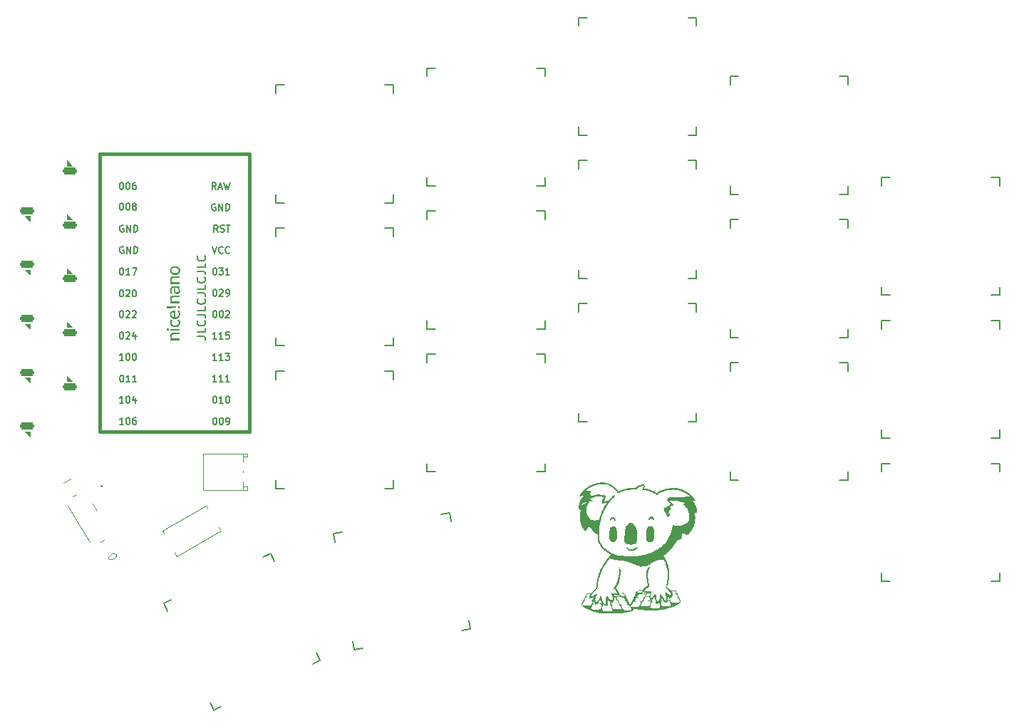
<source format=gto>
G04 #@! TF.GenerationSoftware,KiCad,Pcbnew,7.0.6*
G04 #@! TF.CreationDate,2024-09-20T23:27:03+02:00*
G04 #@! TF.ProjectId,KoalaKeeb_v0.2_right,4b6f616c-614b-4656-9562-5f76302e325f,rev?*
G04 #@! TF.SameCoordinates,Original*
G04 #@! TF.FileFunction,Legend,Top*
G04 #@! TF.FilePolarity,Positive*
%FSLAX46Y46*%
G04 Gerber Fmt 4.6, Leading zero omitted, Abs format (unit mm)*
G04 Created by KiCad (PCBNEW 7.0.6) date 2024-09-20 23:27:03*
%MOMM*%
%LPD*%
G01*
G04 APERTURE LIST*
G04 Aperture macros list*
%AMRoundRect*
0 Rectangle with rounded corners*
0 $1 Rounding radius*
0 $2 $3 $4 $5 $6 $7 $8 $9 X,Y pos of 4 corners*
0 Add a 4 corners polygon primitive as box body*
4,1,4,$2,$3,$4,$5,$6,$7,$8,$9,$2,$3,0*
0 Add four circle primitives for the rounded corners*
1,1,$1+$1,$2,$3*
1,1,$1+$1,$4,$5*
1,1,$1+$1,$6,$7*
1,1,$1+$1,$8,$9*
0 Add four rect primitives between the rounded corners*
20,1,$1+$1,$2,$3,$4,$5,0*
20,1,$1+$1,$4,$5,$6,$7,0*
20,1,$1+$1,$6,$7,$8,$9,0*
20,1,$1+$1,$8,$9,$2,$3,0*%
%AMRotRect*
0 Rectangle, with rotation*
0 The origin of the aperture is its center*
0 $1 length*
0 $2 width*
0 $3 Rotation angle, in degrees counterclockwise*
0 Add horizontal line*
21,1,$1,$2,0,0,$3*%
G04 Aperture macros list end*
%ADD10C,0.150000*%
%ADD11C,0.100000*%
%ADD12C,0.300000*%
%ADD13C,0.200000*%
%ADD14C,0.381000*%
%ADD15C,1.752600*%
%ADD16C,0.850000*%
%ADD17RotRect,0.500000X1.000000X301.000000*%
%ADD18RotRect,0.500000X0.800000X31.000000*%
%ADD19C,1.000000*%
%ADD20C,1.701800*%
%ADD21C,3.000000*%
%ADD22C,3.429000*%
%ADD23C,0.990600*%
%ADD24R,1.700000X0.820000*%
%ADD25RoundRect,0.205000X0.645000X0.205000X-0.645000X0.205000X-0.645000X-0.205000X0.645000X-0.205000X0*%
%ADD26RoundRect,0.205000X-0.645000X-0.205000X0.645000X-0.205000X0.645000X0.205000X-0.645000X0.205000X0*%
%ADD27C,2.500000*%
G04 APERTURE END LIST*
D10*
X61669819Y-60877506D02*
X62384104Y-60877506D01*
X62384104Y-60877506D02*
X62526961Y-60925125D01*
X62526961Y-60925125D02*
X62622200Y-61020363D01*
X62622200Y-61020363D02*
X62669819Y-61163220D01*
X62669819Y-61163220D02*
X62669819Y-61258458D01*
X62669819Y-59925125D02*
X62669819Y-60401315D01*
X62669819Y-60401315D02*
X61669819Y-60401315D01*
X62574580Y-59020363D02*
X62622200Y-59067982D01*
X62622200Y-59067982D02*
X62669819Y-59210839D01*
X62669819Y-59210839D02*
X62669819Y-59306077D01*
X62669819Y-59306077D02*
X62622200Y-59448934D01*
X62622200Y-59448934D02*
X62526961Y-59544172D01*
X62526961Y-59544172D02*
X62431723Y-59591791D01*
X62431723Y-59591791D02*
X62241247Y-59639410D01*
X62241247Y-59639410D02*
X62098390Y-59639410D01*
X62098390Y-59639410D02*
X61907914Y-59591791D01*
X61907914Y-59591791D02*
X61812676Y-59544172D01*
X61812676Y-59544172D02*
X61717438Y-59448934D01*
X61717438Y-59448934D02*
X61669819Y-59306077D01*
X61669819Y-59306077D02*
X61669819Y-59210839D01*
X61669819Y-59210839D02*
X61717438Y-59067982D01*
X61717438Y-59067982D02*
X61765057Y-59020363D01*
X61669819Y-58306077D02*
X62384104Y-58306077D01*
X62384104Y-58306077D02*
X62526961Y-58353696D01*
X62526961Y-58353696D02*
X62622200Y-58448934D01*
X62622200Y-58448934D02*
X62669819Y-58591791D01*
X62669819Y-58591791D02*
X62669819Y-58687029D01*
X62669819Y-57353696D02*
X62669819Y-57829886D01*
X62669819Y-57829886D02*
X61669819Y-57829886D01*
X62574580Y-56448934D02*
X62622200Y-56496553D01*
X62622200Y-56496553D02*
X62669819Y-56639410D01*
X62669819Y-56639410D02*
X62669819Y-56734648D01*
X62669819Y-56734648D02*
X62622200Y-56877505D01*
X62622200Y-56877505D02*
X62526961Y-56972743D01*
X62526961Y-56972743D02*
X62431723Y-57020362D01*
X62431723Y-57020362D02*
X62241247Y-57067981D01*
X62241247Y-57067981D02*
X62098390Y-57067981D01*
X62098390Y-57067981D02*
X61907914Y-57020362D01*
X61907914Y-57020362D02*
X61812676Y-56972743D01*
X61812676Y-56972743D02*
X61717438Y-56877505D01*
X61717438Y-56877505D02*
X61669819Y-56734648D01*
X61669819Y-56734648D02*
X61669819Y-56639410D01*
X61669819Y-56639410D02*
X61717438Y-56496553D01*
X61717438Y-56496553D02*
X61765057Y-56448934D01*
X61669819Y-55734648D02*
X62384104Y-55734648D01*
X62384104Y-55734648D02*
X62526961Y-55782267D01*
X62526961Y-55782267D02*
X62622200Y-55877505D01*
X62622200Y-55877505D02*
X62669819Y-56020362D01*
X62669819Y-56020362D02*
X62669819Y-56115600D01*
X62669819Y-54782267D02*
X62669819Y-55258457D01*
X62669819Y-55258457D02*
X61669819Y-55258457D01*
X62574580Y-53877505D02*
X62622200Y-53925124D01*
X62622200Y-53925124D02*
X62669819Y-54067981D01*
X62669819Y-54067981D02*
X62669819Y-54163219D01*
X62669819Y-54163219D02*
X62622200Y-54306076D01*
X62622200Y-54306076D02*
X62526961Y-54401314D01*
X62526961Y-54401314D02*
X62431723Y-54448933D01*
X62431723Y-54448933D02*
X62241247Y-54496552D01*
X62241247Y-54496552D02*
X62098390Y-54496552D01*
X62098390Y-54496552D02*
X61907914Y-54448933D01*
X61907914Y-54448933D02*
X61812676Y-54401314D01*
X61812676Y-54401314D02*
X61717438Y-54306076D01*
X61717438Y-54306076D02*
X61669819Y-54163219D01*
X61669819Y-54163219D02*
X61669819Y-54067981D01*
X61669819Y-54067981D02*
X61717438Y-53925124D01*
X61717438Y-53925124D02*
X61765057Y-53877505D01*
X61669819Y-53163219D02*
X62384104Y-53163219D01*
X62384104Y-53163219D02*
X62526961Y-53210838D01*
X62526961Y-53210838D02*
X62622200Y-53306076D01*
X62622200Y-53306076D02*
X62669819Y-53448933D01*
X62669819Y-53448933D02*
X62669819Y-53544171D01*
X62669819Y-52210838D02*
X62669819Y-52687028D01*
X62669819Y-52687028D02*
X61669819Y-52687028D01*
X62574580Y-51306076D02*
X62622200Y-51353695D01*
X62622200Y-51353695D02*
X62669819Y-51496552D01*
X62669819Y-51496552D02*
X62669819Y-51591790D01*
X62669819Y-51591790D02*
X62622200Y-51734647D01*
X62622200Y-51734647D02*
X62526961Y-51829885D01*
X62526961Y-51829885D02*
X62431723Y-51877504D01*
X62431723Y-51877504D02*
X62241247Y-51925123D01*
X62241247Y-51925123D02*
X62098390Y-51925123D01*
X62098390Y-51925123D02*
X61907914Y-51877504D01*
X61907914Y-51877504D02*
X61812676Y-51829885D01*
X61812676Y-51829885D02*
X61717438Y-51734647D01*
X61717438Y-51734647D02*
X61669819Y-51591790D01*
X61669819Y-51591790D02*
X61669819Y-51496552D01*
X61669819Y-51496552D02*
X61717438Y-51353695D01*
X61717438Y-51353695D02*
X61765057Y-51306076D01*
D11*
X45800666Y-78356180D02*
X46657833Y-77841142D01*
X52004173Y-86738947D02*
X52053225Y-86820582D01*
X52053225Y-86820582D02*
X52061458Y-86926743D01*
X52061458Y-86926743D02*
X52045167Y-86992086D01*
X52045167Y-86992086D02*
X51988057Y-87081954D01*
X51988057Y-87081954D02*
X51849313Y-87220874D01*
X51849313Y-87220874D02*
X51645225Y-87343502D01*
X51645225Y-87343502D02*
X51457430Y-87400787D01*
X51457430Y-87400787D02*
X51351269Y-87409021D01*
X51351269Y-87409021D02*
X51285926Y-87392729D01*
X51285926Y-87392729D02*
X51196057Y-87335620D01*
X51196057Y-87335620D02*
X51147006Y-87253985D01*
X51147006Y-87253985D02*
X51138772Y-87147824D01*
X51138772Y-87147824D02*
X51155064Y-87082481D01*
X51155064Y-87082481D02*
X51212174Y-86992613D01*
X51212174Y-86992613D02*
X51350918Y-86853693D01*
X51350918Y-86853693D02*
X51555005Y-86731064D01*
X51555005Y-86731064D02*
X51742801Y-86673779D01*
X51742801Y-86673779D02*
X51848962Y-86665546D01*
X51848962Y-86665546D02*
X51914305Y-86681838D01*
X51914305Y-86681838D02*
X52004173Y-86738947D01*
D10*
X63737191Y-57832295D02*
X63813381Y-57832295D01*
X63813381Y-57832295D02*
X63889572Y-57870390D01*
X63889572Y-57870390D02*
X63927667Y-57908485D01*
X63927667Y-57908485D02*
X63965762Y-57984676D01*
X63965762Y-57984676D02*
X64003857Y-58137057D01*
X64003857Y-58137057D02*
X64003857Y-58327533D01*
X64003857Y-58327533D02*
X63965762Y-58479914D01*
X63965762Y-58479914D02*
X63927667Y-58556104D01*
X63927667Y-58556104D02*
X63889572Y-58594200D01*
X63889572Y-58594200D02*
X63813381Y-58632295D01*
X63813381Y-58632295D02*
X63737191Y-58632295D01*
X63737191Y-58632295D02*
X63661000Y-58594200D01*
X63661000Y-58594200D02*
X63622905Y-58556104D01*
X63622905Y-58556104D02*
X63584810Y-58479914D01*
X63584810Y-58479914D02*
X63546714Y-58327533D01*
X63546714Y-58327533D02*
X63546714Y-58137057D01*
X63546714Y-58137057D02*
X63584810Y-57984676D01*
X63584810Y-57984676D02*
X63622905Y-57908485D01*
X63622905Y-57908485D02*
X63661000Y-57870390D01*
X63661000Y-57870390D02*
X63737191Y-57832295D01*
X64499096Y-57832295D02*
X64575286Y-57832295D01*
X64575286Y-57832295D02*
X64651477Y-57870390D01*
X64651477Y-57870390D02*
X64689572Y-57908485D01*
X64689572Y-57908485D02*
X64727667Y-57984676D01*
X64727667Y-57984676D02*
X64765762Y-58137057D01*
X64765762Y-58137057D02*
X64765762Y-58327533D01*
X64765762Y-58327533D02*
X64727667Y-58479914D01*
X64727667Y-58479914D02*
X64689572Y-58556104D01*
X64689572Y-58556104D02*
X64651477Y-58594200D01*
X64651477Y-58594200D02*
X64575286Y-58632295D01*
X64575286Y-58632295D02*
X64499096Y-58632295D01*
X64499096Y-58632295D02*
X64422905Y-58594200D01*
X64422905Y-58594200D02*
X64384810Y-58556104D01*
X64384810Y-58556104D02*
X64346715Y-58479914D01*
X64346715Y-58479914D02*
X64308619Y-58327533D01*
X64308619Y-58327533D02*
X64308619Y-58137057D01*
X64308619Y-58137057D02*
X64346715Y-57984676D01*
X64346715Y-57984676D02*
X64384810Y-57908485D01*
X64384810Y-57908485D02*
X64422905Y-57870390D01*
X64422905Y-57870390D02*
X64499096Y-57832295D01*
X65070524Y-57908485D02*
X65108620Y-57870390D01*
X65108620Y-57870390D02*
X65184810Y-57832295D01*
X65184810Y-57832295D02*
X65375286Y-57832295D01*
X65375286Y-57832295D02*
X65451477Y-57870390D01*
X65451477Y-57870390D02*
X65489572Y-57908485D01*
X65489572Y-57908485D02*
X65527667Y-57984676D01*
X65527667Y-57984676D02*
X65527667Y-58060866D01*
X65527667Y-58060866D02*
X65489572Y-58175152D01*
X65489572Y-58175152D02*
X65032429Y-58632295D01*
X65032429Y-58632295D02*
X65527667Y-58632295D01*
X52929476Y-50250390D02*
X52853286Y-50212295D01*
X52853286Y-50212295D02*
X52739000Y-50212295D01*
X52739000Y-50212295D02*
X52624714Y-50250390D01*
X52624714Y-50250390D02*
X52548524Y-50326580D01*
X52548524Y-50326580D02*
X52510429Y-50402771D01*
X52510429Y-50402771D02*
X52472333Y-50555152D01*
X52472333Y-50555152D02*
X52472333Y-50669438D01*
X52472333Y-50669438D02*
X52510429Y-50821819D01*
X52510429Y-50821819D02*
X52548524Y-50898009D01*
X52548524Y-50898009D02*
X52624714Y-50974200D01*
X52624714Y-50974200D02*
X52739000Y-51012295D01*
X52739000Y-51012295D02*
X52815191Y-51012295D01*
X52815191Y-51012295D02*
X52929476Y-50974200D01*
X52929476Y-50974200D02*
X52967572Y-50936104D01*
X52967572Y-50936104D02*
X52967572Y-50669438D01*
X52967572Y-50669438D02*
X52815191Y-50669438D01*
X53310429Y-51012295D02*
X53310429Y-50212295D01*
X53310429Y-50212295D02*
X53767572Y-51012295D01*
X53767572Y-51012295D02*
X53767572Y-50212295D01*
X54148524Y-51012295D02*
X54148524Y-50212295D01*
X54148524Y-50212295D02*
X54339000Y-50212295D01*
X54339000Y-50212295D02*
X54453286Y-50250390D01*
X54453286Y-50250390D02*
X54529476Y-50326580D01*
X54529476Y-50326580D02*
X54567571Y-50402771D01*
X54567571Y-50402771D02*
X54605667Y-50555152D01*
X54605667Y-50555152D02*
X54605667Y-50669438D01*
X54605667Y-50669438D02*
X54567571Y-50821819D01*
X54567571Y-50821819D02*
X54529476Y-50898009D01*
X54529476Y-50898009D02*
X54453286Y-50974200D01*
X54453286Y-50974200D02*
X54339000Y-51012295D01*
X54339000Y-51012295D02*
X54148524Y-51012295D01*
X52662810Y-57862295D02*
X52739000Y-57862295D01*
X52739000Y-57862295D02*
X52815191Y-57900390D01*
X52815191Y-57900390D02*
X52853286Y-57938485D01*
X52853286Y-57938485D02*
X52891381Y-58014676D01*
X52891381Y-58014676D02*
X52929476Y-58167057D01*
X52929476Y-58167057D02*
X52929476Y-58357533D01*
X52929476Y-58357533D02*
X52891381Y-58509914D01*
X52891381Y-58509914D02*
X52853286Y-58586104D01*
X52853286Y-58586104D02*
X52815191Y-58624200D01*
X52815191Y-58624200D02*
X52739000Y-58662295D01*
X52739000Y-58662295D02*
X52662810Y-58662295D01*
X52662810Y-58662295D02*
X52586619Y-58624200D01*
X52586619Y-58624200D02*
X52548524Y-58586104D01*
X52548524Y-58586104D02*
X52510429Y-58509914D01*
X52510429Y-58509914D02*
X52472333Y-58357533D01*
X52472333Y-58357533D02*
X52472333Y-58167057D01*
X52472333Y-58167057D02*
X52510429Y-58014676D01*
X52510429Y-58014676D02*
X52548524Y-57938485D01*
X52548524Y-57938485D02*
X52586619Y-57900390D01*
X52586619Y-57900390D02*
X52662810Y-57862295D01*
X53234238Y-57938485D02*
X53272334Y-57900390D01*
X53272334Y-57900390D02*
X53348524Y-57862295D01*
X53348524Y-57862295D02*
X53539000Y-57862295D01*
X53539000Y-57862295D02*
X53615191Y-57900390D01*
X53615191Y-57900390D02*
X53653286Y-57938485D01*
X53653286Y-57938485D02*
X53691381Y-58014676D01*
X53691381Y-58014676D02*
X53691381Y-58090866D01*
X53691381Y-58090866D02*
X53653286Y-58205152D01*
X53653286Y-58205152D02*
X53196143Y-58662295D01*
X53196143Y-58662295D02*
X53691381Y-58662295D01*
X53996143Y-57938485D02*
X54034239Y-57900390D01*
X54034239Y-57900390D02*
X54110429Y-57862295D01*
X54110429Y-57862295D02*
X54300905Y-57862295D01*
X54300905Y-57862295D02*
X54377096Y-57900390D01*
X54377096Y-57900390D02*
X54415191Y-57938485D01*
X54415191Y-57938485D02*
X54453286Y-58014676D01*
X54453286Y-58014676D02*
X54453286Y-58090866D01*
X54453286Y-58090866D02*
X54415191Y-58205152D01*
X54415191Y-58205152D02*
X53958048Y-58662295D01*
X53958048Y-58662295D02*
X54453286Y-58662295D01*
X52662810Y-60372295D02*
X52739000Y-60372295D01*
X52739000Y-60372295D02*
X52815191Y-60410390D01*
X52815191Y-60410390D02*
X52853286Y-60448485D01*
X52853286Y-60448485D02*
X52891381Y-60524676D01*
X52891381Y-60524676D02*
X52929476Y-60677057D01*
X52929476Y-60677057D02*
X52929476Y-60867533D01*
X52929476Y-60867533D02*
X52891381Y-61019914D01*
X52891381Y-61019914D02*
X52853286Y-61096104D01*
X52853286Y-61096104D02*
X52815191Y-61134200D01*
X52815191Y-61134200D02*
X52739000Y-61172295D01*
X52739000Y-61172295D02*
X52662810Y-61172295D01*
X52662810Y-61172295D02*
X52586619Y-61134200D01*
X52586619Y-61134200D02*
X52548524Y-61096104D01*
X52548524Y-61096104D02*
X52510429Y-61019914D01*
X52510429Y-61019914D02*
X52472333Y-60867533D01*
X52472333Y-60867533D02*
X52472333Y-60677057D01*
X52472333Y-60677057D02*
X52510429Y-60524676D01*
X52510429Y-60524676D02*
X52548524Y-60448485D01*
X52548524Y-60448485D02*
X52586619Y-60410390D01*
X52586619Y-60410390D02*
X52662810Y-60372295D01*
X53234238Y-60448485D02*
X53272334Y-60410390D01*
X53272334Y-60410390D02*
X53348524Y-60372295D01*
X53348524Y-60372295D02*
X53539000Y-60372295D01*
X53539000Y-60372295D02*
X53615191Y-60410390D01*
X53615191Y-60410390D02*
X53653286Y-60448485D01*
X53653286Y-60448485D02*
X53691381Y-60524676D01*
X53691381Y-60524676D02*
X53691381Y-60600866D01*
X53691381Y-60600866D02*
X53653286Y-60715152D01*
X53653286Y-60715152D02*
X53196143Y-61172295D01*
X53196143Y-61172295D02*
X53691381Y-61172295D01*
X54377096Y-60638961D02*
X54377096Y-61172295D01*
X54186620Y-60334200D02*
X53996143Y-60905628D01*
X53996143Y-60905628D02*
X54491382Y-60905628D01*
X63845143Y-45170390D02*
X63768953Y-45132295D01*
X63768953Y-45132295D02*
X63654667Y-45132295D01*
X63654667Y-45132295D02*
X63540381Y-45170390D01*
X63540381Y-45170390D02*
X63464191Y-45246580D01*
X63464191Y-45246580D02*
X63426096Y-45322771D01*
X63426096Y-45322771D02*
X63388000Y-45475152D01*
X63388000Y-45475152D02*
X63388000Y-45589438D01*
X63388000Y-45589438D02*
X63426096Y-45741819D01*
X63426096Y-45741819D02*
X63464191Y-45818009D01*
X63464191Y-45818009D02*
X63540381Y-45894200D01*
X63540381Y-45894200D02*
X63654667Y-45932295D01*
X63654667Y-45932295D02*
X63730858Y-45932295D01*
X63730858Y-45932295D02*
X63845143Y-45894200D01*
X63845143Y-45894200D02*
X63883239Y-45856104D01*
X63883239Y-45856104D02*
X63883239Y-45589438D01*
X63883239Y-45589438D02*
X63730858Y-45589438D01*
X64226096Y-45932295D02*
X64226096Y-45132295D01*
X64226096Y-45132295D02*
X64683239Y-45932295D01*
X64683239Y-45932295D02*
X64683239Y-45132295D01*
X65064191Y-45932295D02*
X65064191Y-45132295D01*
X65064191Y-45132295D02*
X65254667Y-45132295D01*
X65254667Y-45132295D02*
X65368953Y-45170390D01*
X65368953Y-45170390D02*
X65445143Y-45246580D01*
X65445143Y-45246580D02*
X65483238Y-45322771D01*
X65483238Y-45322771D02*
X65521334Y-45475152D01*
X65521334Y-45475152D02*
X65521334Y-45589438D01*
X65521334Y-45589438D02*
X65483238Y-45741819D01*
X65483238Y-45741819D02*
X65445143Y-45818009D01*
X65445143Y-45818009D02*
X65368953Y-45894200D01*
X65368953Y-45894200D02*
X65254667Y-45932295D01*
X65254667Y-45932295D02*
X65064191Y-45932295D01*
X52670000Y-65502295D02*
X52746190Y-65502295D01*
X52746190Y-65502295D02*
X52822381Y-65540390D01*
X52822381Y-65540390D02*
X52860476Y-65578485D01*
X52860476Y-65578485D02*
X52898571Y-65654676D01*
X52898571Y-65654676D02*
X52936666Y-65807057D01*
X52936666Y-65807057D02*
X52936666Y-65997533D01*
X52936666Y-65997533D02*
X52898571Y-66149914D01*
X52898571Y-66149914D02*
X52860476Y-66226104D01*
X52860476Y-66226104D02*
X52822381Y-66264200D01*
X52822381Y-66264200D02*
X52746190Y-66302295D01*
X52746190Y-66302295D02*
X52670000Y-66302295D01*
X52670000Y-66302295D02*
X52593809Y-66264200D01*
X52593809Y-66264200D02*
X52555714Y-66226104D01*
X52555714Y-66226104D02*
X52517619Y-66149914D01*
X52517619Y-66149914D02*
X52479523Y-65997533D01*
X52479523Y-65997533D02*
X52479523Y-65807057D01*
X52479523Y-65807057D02*
X52517619Y-65654676D01*
X52517619Y-65654676D02*
X52555714Y-65578485D01*
X52555714Y-65578485D02*
X52593809Y-65540390D01*
X52593809Y-65540390D02*
X52670000Y-65502295D01*
X53698571Y-66302295D02*
X53241428Y-66302295D01*
X53470000Y-66302295D02*
X53470000Y-65502295D01*
X53470000Y-65502295D02*
X53393809Y-65616580D01*
X53393809Y-65616580D02*
X53317619Y-65692771D01*
X53317619Y-65692771D02*
X53241428Y-65730866D01*
X54460476Y-66302295D02*
X54003333Y-66302295D01*
X54231905Y-66302295D02*
X54231905Y-65502295D01*
X54231905Y-65502295D02*
X54155714Y-65616580D01*
X54155714Y-65616580D02*
X54079524Y-65692771D01*
X54079524Y-65692771D02*
X54003333Y-65730866D01*
X63737191Y-52752295D02*
X63813381Y-52752295D01*
X63813381Y-52752295D02*
X63889572Y-52790390D01*
X63889572Y-52790390D02*
X63927667Y-52828485D01*
X63927667Y-52828485D02*
X63965762Y-52904676D01*
X63965762Y-52904676D02*
X64003857Y-53057057D01*
X64003857Y-53057057D02*
X64003857Y-53247533D01*
X64003857Y-53247533D02*
X63965762Y-53399914D01*
X63965762Y-53399914D02*
X63927667Y-53476104D01*
X63927667Y-53476104D02*
X63889572Y-53514200D01*
X63889572Y-53514200D02*
X63813381Y-53552295D01*
X63813381Y-53552295D02*
X63737191Y-53552295D01*
X63737191Y-53552295D02*
X63661000Y-53514200D01*
X63661000Y-53514200D02*
X63622905Y-53476104D01*
X63622905Y-53476104D02*
X63584810Y-53399914D01*
X63584810Y-53399914D02*
X63546714Y-53247533D01*
X63546714Y-53247533D02*
X63546714Y-53057057D01*
X63546714Y-53057057D02*
X63584810Y-52904676D01*
X63584810Y-52904676D02*
X63622905Y-52828485D01*
X63622905Y-52828485D02*
X63661000Y-52790390D01*
X63661000Y-52790390D02*
X63737191Y-52752295D01*
X64270524Y-52752295D02*
X64765762Y-52752295D01*
X64765762Y-52752295D02*
X64499096Y-53057057D01*
X64499096Y-53057057D02*
X64613381Y-53057057D01*
X64613381Y-53057057D02*
X64689572Y-53095152D01*
X64689572Y-53095152D02*
X64727667Y-53133247D01*
X64727667Y-53133247D02*
X64765762Y-53209438D01*
X64765762Y-53209438D02*
X64765762Y-53399914D01*
X64765762Y-53399914D02*
X64727667Y-53476104D01*
X64727667Y-53476104D02*
X64689572Y-53514200D01*
X64689572Y-53514200D02*
X64613381Y-53552295D01*
X64613381Y-53552295D02*
X64384810Y-53552295D01*
X64384810Y-53552295D02*
X64308619Y-53514200D01*
X64308619Y-53514200D02*
X64270524Y-53476104D01*
X65527667Y-53552295D02*
X65070524Y-53552295D01*
X65299096Y-53552295D02*
X65299096Y-52752295D01*
X65299096Y-52752295D02*
X65222905Y-52866580D01*
X65222905Y-52866580D02*
X65146715Y-52942771D01*
X65146715Y-52942771D02*
X65070524Y-52980866D01*
X64149905Y-48472295D02*
X63883238Y-48091342D01*
X63692762Y-48472295D02*
X63692762Y-47672295D01*
X63692762Y-47672295D02*
X63997524Y-47672295D01*
X63997524Y-47672295D02*
X64073714Y-47710390D01*
X64073714Y-47710390D02*
X64111809Y-47748485D01*
X64111809Y-47748485D02*
X64149905Y-47824676D01*
X64149905Y-47824676D02*
X64149905Y-47938961D01*
X64149905Y-47938961D02*
X64111809Y-48015152D01*
X64111809Y-48015152D02*
X64073714Y-48053247D01*
X64073714Y-48053247D02*
X63997524Y-48091342D01*
X63997524Y-48091342D02*
X63692762Y-48091342D01*
X64454666Y-48434200D02*
X64568952Y-48472295D01*
X64568952Y-48472295D02*
X64759428Y-48472295D01*
X64759428Y-48472295D02*
X64835619Y-48434200D01*
X64835619Y-48434200D02*
X64873714Y-48396104D01*
X64873714Y-48396104D02*
X64911809Y-48319914D01*
X64911809Y-48319914D02*
X64911809Y-48243723D01*
X64911809Y-48243723D02*
X64873714Y-48167533D01*
X64873714Y-48167533D02*
X64835619Y-48129438D01*
X64835619Y-48129438D02*
X64759428Y-48091342D01*
X64759428Y-48091342D02*
X64607047Y-48053247D01*
X64607047Y-48053247D02*
X64530857Y-48015152D01*
X64530857Y-48015152D02*
X64492762Y-47977057D01*
X64492762Y-47977057D02*
X64454666Y-47900866D01*
X64454666Y-47900866D02*
X64454666Y-47824676D01*
X64454666Y-47824676D02*
X64492762Y-47748485D01*
X64492762Y-47748485D02*
X64530857Y-47710390D01*
X64530857Y-47710390D02*
X64607047Y-47672295D01*
X64607047Y-47672295D02*
X64797524Y-47672295D01*
X64797524Y-47672295D02*
X64911809Y-47710390D01*
X65140381Y-47672295D02*
X65597524Y-47672295D01*
X65368952Y-48472295D02*
X65368952Y-47672295D01*
X64003857Y-63712295D02*
X63546714Y-63712295D01*
X63775286Y-63712295D02*
X63775286Y-62912295D01*
X63775286Y-62912295D02*
X63699095Y-63026580D01*
X63699095Y-63026580D02*
X63622905Y-63102771D01*
X63622905Y-63102771D02*
X63546714Y-63140866D01*
X64765762Y-63712295D02*
X64308619Y-63712295D01*
X64537191Y-63712295D02*
X64537191Y-62912295D01*
X64537191Y-62912295D02*
X64461000Y-63026580D01*
X64461000Y-63026580D02*
X64384810Y-63102771D01*
X64384810Y-63102771D02*
X64308619Y-63140866D01*
X65032429Y-62912295D02*
X65527667Y-62912295D01*
X65527667Y-62912295D02*
X65261001Y-63217057D01*
X65261001Y-63217057D02*
X65375286Y-63217057D01*
X65375286Y-63217057D02*
X65451477Y-63255152D01*
X65451477Y-63255152D02*
X65489572Y-63293247D01*
X65489572Y-63293247D02*
X65527667Y-63369438D01*
X65527667Y-63369438D02*
X65527667Y-63559914D01*
X65527667Y-63559914D02*
X65489572Y-63636104D01*
X65489572Y-63636104D02*
X65451477Y-63674200D01*
X65451477Y-63674200D02*
X65375286Y-63712295D01*
X65375286Y-63712295D02*
X65146715Y-63712295D01*
X65146715Y-63712295D02*
X65070524Y-63674200D01*
X65070524Y-63674200D02*
X65032429Y-63636104D01*
X63921334Y-43392295D02*
X63654667Y-43011342D01*
X63464191Y-43392295D02*
X63464191Y-42592295D01*
X63464191Y-42592295D02*
X63768953Y-42592295D01*
X63768953Y-42592295D02*
X63845143Y-42630390D01*
X63845143Y-42630390D02*
X63883238Y-42668485D01*
X63883238Y-42668485D02*
X63921334Y-42744676D01*
X63921334Y-42744676D02*
X63921334Y-42858961D01*
X63921334Y-42858961D02*
X63883238Y-42935152D01*
X63883238Y-42935152D02*
X63845143Y-42973247D01*
X63845143Y-42973247D02*
X63768953Y-43011342D01*
X63768953Y-43011342D02*
X63464191Y-43011342D01*
X64226095Y-43163723D02*
X64607048Y-43163723D01*
X64149905Y-43392295D02*
X64416572Y-42592295D01*
X64416572Y-42592295D02*
X64683238Y-43392295D01*
X64873714Y-42592295D02*
X65064190Y-43392295D01*
X65064190Y-43392295D02*
X65216571Y-42820866D01*
X65216571Y-42820866D02*
X65368952Y-43392295D01*
X65368952Y-43392295D02*
X65559429Y-42592295D01*
X52936666Y-71342295D02*
X52479523Y-71342295D01*
X52708095Y-71342295D02*
X52708095Y-70542295D01*
X52708095Y-70542295D02*
X52631904Y-70656580D01*
X52631904Y-70656580D02*
X52555714Y-70732771D01*
X52555714Y-70732771D02*
X52479523Y-70770866D01*
X53431905Y-70542295D02*
X53508095Y-70542295D01*
X53508095Y-70542295D02*
X53584286Y-70580390D01*
X53584286Y-70580390D02*
X53622381Y-70618485D01*
X53622381Y-70618485D02*
X53660476Y-70694676D01*
X53660476Y-70694676D02*
X53698571Y-70847057D01*
X53698571Y-70847057D02*
X53698571Y-71037533D01*
X53698571Y-71037533D02*
X53660476Y-71189914D01*
X53660476Y-71189914D02*
X53622381Y-71266104D01*
X53622381Y-71266104D02*
X53584286Y-71304200D01*
X53584286Y-71304200D02*
X53508095Y-71342295D01*
X53508095Y-71342295D02*
X53431905Y-71342295D01*
X53431905Y-71342295D02*
X53355714Y-71304200D01*
X53355714Y-71304200D02*
X53317619Y-71266104D01*
X53317619Y-71266104D02*
X53279524Y-71189914D01*
X53279524Y-71189914D02*
X53241428Y-71037533D01*
X53241428Y-71037533D02*
X53241428Y-70847057D01*
X53241428Y-70847057D02*
X53279524Y-70694676D01*
X53279524Y-70694676D02*
X53317619Y-70618485D01*
X53317619Y-70618485D02*
X53355714Y-70580390D01*
X53355714Y-70580390D02*
X53431905Y-70542295D01*
X54384286Y-70542295D02*
X54231905Y-70542295D01*
X54231905Y-70542295D02*
X54155714Y-70580390D01*
X54155714Y-70580390D02*
X54117619Y-70618485D01*
X54117619Y-70618485D02*
X54041429Y-70732771D01*
X54041429Y-70732771D02*
X54003333Y-70885152D01*
X54003333Y-70885152D02*
X54003333Y-71189914D01*
X54003333Y-71189914D02*
X54041429Y-71266104D01*
X54041429Y-71266104D02*
X54079524Y-71304200D01*
X54079524Y-71304200D02*
X54155714Y-71342295D01*
X54155714Y-71342295D02*
X54308095Y-71342295D01*
X54308095Y-71342295D02*
X54384286Y-71304200D01*
X54384286Y-71304200D02*
X54422381Y-71266104D01*
X54422381Y-71266104D02*
X54460476Y-71189914D01*
X54460476Y-71189914D02*
X54460476Y-70999438D01*
X54460476Y-70999438D02*
X54422381Y-70923247D01*
X54422381Y-70923247D02*
X54384286Y-70885152D01*
X54384286Y-70885152D02*
X54308095Y-70847057D01*
X54308095Y-70847057D02*
X54155714Y-70847057D01*
X54155714Y-70847057D02*
X54079524Y-70885152D01*
X54079524Y-70885152D02*
X54041429Y-70923247D01*
X54041429Y-70923247D02*
X54003333Y-70999438D01*
X52662810Y-52762295D02*
X52739000Y-52762295D01*
X52739000Y-52762295D02*
X52815191Y-52800390D01*
X52815191Y-52800390D02*
X52853286Y-52838485D01*
X52853286Y-52838485D02*
X52891381Y-52914676D01*
X52891381Y-52914676D02*
X52929476Y-53067057D01*
X52929476Y-53067057D02*
X52929476Y-53257533D01*
X52929476Y-53257533D02*
X52891381Y-53409914D01*
X52891381Y-53409914D02*
X52853286Y-53486104D01*
X52853286Y-53486104D02*
X52815191Y-53524200D01*
X52815191Y-53524200D02*
X52739000Y-53562295D01*
X52739000Y-53562295D02*
X52662810Y-53562295D01*
X52662810Y-53562295D02*
X52586619Y-53524200D01*
X52586619Y-53524200D02*
X52548524Y-53486104D01*
X52548524Y-53486104D02*
X52510429Y-53409914D01*
X52510429Y-53409914D02*
X52472333Y-53257533D01*
X52472333Y-53257533D02*
X52472333Y-53067057D01*
X52472333Y-53067057D02*
X52510429Y-52914676D01*
X52510429Y-52914676D02*
X52548524Y-52838485D01*
X52548524Y-52838485D02*
X52586619Y-52800390D01*
X52586619Y-52800390D02*
X52662810Y-52762295D01*
X53691381Y-53562295D02*
X53234238Y-53562295D01*
X53462810Y-53562295D02*
X53462810Y-52762295D01*
X53462810Y-52762295D02*
X53386619Y-52876580D01*
X53386619Y-52876580D02*
X53310429Y-52952771D01*
X53310429Y-52952771D02*
X53234238Y-52990866D01*
X53958048Y-52762295D02*
X54491382Y-52762295D01*
X54491382Y-52762295D02*
X54148524Y-53562295D01*
X63737191Y-55292295D02*
X63813381Y-55292295D01*
X63813381Y-55292295D02*
X63889572Y-55330390D01*
X63889572Y-55330390D02*
X63927667Y-55368485D01*
X63927667Y-55368485D02*
X63965762Y-55444676D01*
X63965762Y-55444676D02*
X64003857Y-55597057D01*
X64003857Y-55597057D02*
X64003857Y-55787533D01*
X64003857Y-55787533D02*
X63965762Y-55939914D01*
X63965762Y-55939914D02*
X63927667Y-56016104D01*
X63927667Y-56016104D02*
X63889572Y-56054200D01*
X63889572Y-56054200D02*
X63813381Y-56092295D01*
X63813381Y-56092295D02*
X63737191Y-56092295D01*
X63737191Y-56092295D02*
X63661000Y-56054200D01*
X63661000Y-56054200D02*
X63622905Y-56016104D01*
X63622905Y-56016104D02*
X63584810Y-55939914D01*
X63584810Y-55939914D02*
X63546714Y-55787533D01*
X63546714Y-55787533D02*
X63546714Y-55597057D01*
X63546714Y-55597057D02*
X63584810Y-55444676D01*
X63584810Y-55444676D02*
X63622905Y-55368485D01*
X63622905Y-55368485D02*
X63661000Y-55330390D01*
X63661000Y-55330390D02*
X63737191Y-55292295D01*
X64308619Y-55368485D02*
X64346715Y-55330390D01*
X64346715Y-55330390D02*
X64422905Y-55292295D01*
X64422905Y-55292295D02*
X64613381Y-55292295D01*
X64613381Y-55292295D02*
X64689572Y-55330390D01*
X64689572Y-55330390D02*
X64727667Y-55368485D01*
X64727667Y-55368485D02*
X64765762Y-55444676D01*
X64765762Y-55444676D02*
X64765762Y-55520866D01*
X64765762Y-55520866D02*
X64727667Y-55635152D01*
X64727667Y-55635152D02*
X64270524Y-56092295D01*
X64270524Y-56092295D02*
X64765762Y-56092295D01*
X65146715Y-56092295D02*
X65299096Y-56092295D01*
X65299096Y-56092295D02*
X65375286Y-56054200D01*
X65375286Y-56054200D02*
X65413382Y-56016104D01*
X65413382Y-56016104D02*
X65489572Y-55901819D01*
X65489572Y-55901819D02*
X65527667Y-55749438D01*
X65527667Y-55749438D02*
X65527667Y-55444676D01*
X65527667Y-55444676D02*
X65489572Y-55368485D01*
X65489572Y-55368485D02*
X65451477Y-55330390D01*
X65451477Y-55330390D02*
X65375286Y-55292295D01*
X65375286Y-55292295D02*
X65222905Y-55292295D01*
X65222905Y-55292295D02*
X65146715Y-55330390D01*
X65146715Y-55330390D02*
X65108620Y-55368485D01*
X65108620Y-55368485D02*
X65070524Y-55444676D01*
X65070524Y-55444676D02*
X65070524Y-55635152D01*
X65070524Y-55635152D02*
X65108620Y-55711342D01*
X65108620Y-55711342D02*
X65146715Y-55749438D01*
X65146715Y-55749438D02*
X65222905Y-55787533D01*
X65222905Y-55787533D02*
X65375286Y-55787533D01*
X65375286Y-55787533D02*
X65451477Y-55749438D01*
X65451477Y-55749438D02*
X65489572Y-55711342D01*
X65489572Y-55711342D02*
X65527667Y-55635152D01*
X63740000Y-70572295D02*
X63816190Y-70572295D01*
X63816190Y-70572295D02*
X63892381Y-70610390D01*
X63892381Y-70610390D02*
X63930476Y-70648485D01*
X63930476Y-70648485D02*
X63968571Y-70724676D01*
X63968571Y-70724676D02*
X64006666Y-70877057D01*
X64006666Y-70877057D02*
X64006666Y-71067533D01*
X64006666Y-71067533D02*
X63968571Y-71219914D01*
X63968571Y-71219914D02*
X63930476Y-71296104D01*
X63930476Y-71296104D02*
X63892381Y-71334200D01*
X63892381Y-71334200D02*
X63816190Y-71372295D01*
X63816190Y-71372295D02*
X63740000Y-71372295D01*
X63740000Y-71372295D02*
X63663809Y-71334200D01*
X63663809Y-71334200D02*
X63625714Y-71296104D01*
X63625714Y-71296104D02*
X63587619Y-71219914D01*
X63587619Y-71219914D02*
X63549523Y-71067533D01*
X63549523Y-71067533D02*
X63549523Y-70877057D01*
X63549523Y-70877057D02*
X63587619Y-70724676D01*
X63587619Y-70724676D02*
X63625714Y-70648485D01*
X63625714Y-70648485D02*
X63663809Y-70610390D01*
X63663809Y-70610390D02*
X63740000Y-70572295D01*
X64501905Y-70572295D02*
X64578095Y-70572295D01*
X64578095Y-70572295D02*
X64654286Y-70610390D01*
X64654286Y-70610390D02*
X64692381Y-70648485D01*
X64692381Y-70648485D02*
X64730476Y-70724676D01*
X64730476Y-70724676D02*
X64768571Y-70877057D01*
X64768571Y-70877057D02*
X64768571Y-71067533D01*
X64768571Y-71067533D02*
X64730476Y-71219914D01*
X64730476Y-71219914D02*
X64692381Y-71296104D01*
X64692381Y-71296104D02*
X64654286Y-71334200D01*
X64654286Y-71334200D02*
X64578095Y-71372295D01*
X64578095Y-71372295D02*
X64501905Y-71372295D01*
X64501905Y-71372295D02*
X64425714Y-71334200D01*
X64425714Y-71334200D02*
X64387619Y-71296104D01*
X64387619Y-71296104D02*
X64349524Y-71219914D01*
X64349524Y-71219914D02*
X64311428Y-71067533D01*
X64311428Y-71067533D02*
X64311428Y-70877057D01*
X64311428Y-70877057D02*
X64349524Y-70724676D01*
X64349524Y-70724676D02*
X64387619Y-70648485D01*
X64387619Y-70648485D02*
X64425714Y-70610390D01*
X64425714Y-70610390D02*
X64501905Y-70572295D01*
X65149524Y-71372295D02*
X65301905Y-71372295D01*
X65301905Y-71372295D02*
X65378095Y-71334200D01*
X65378095Y-71334200D02*
X65416191Y-71296104D01*
X65416191Y-71296104D02*
X65492381Y-71181819D01*
X65492381Y-71181819D02*
X65530476Y-71029438D01*
X65530476Y-71029438D02*
X65530476Y-70724676D01*
X65530476Y-70724676D02*
X65492381Y-70648485D01*
X65492381Y-70648485D02*
X65454286Y-70610390D01*
X65454286Y-70610390D02*
X65378095Y-70572295D01*
X65378095Y-70572295D02*
X65225714Y-70572295D01*
X65225714Y-70572295D02*
X65149524Y-70610390D01*
X65149524Y-70610390D02*
X65111429Y-70648485D01*
X65111429Y-70648485D02*
X65073333Y-70724676D01*
X65073333Y-70724676D02*
X65073333Y-70915152D01*
X65073333Y-70915152D02*
X65111429Y-70991342D01*
X65111429Y-70991342D02*
X65149524Y-71029438D01*
X65149524Y-71029438D02*
X65225714Y-71067533D01*
X65225714Y-71067533D02*
X65378095Y-71067533D01*
X65378095Y-71067533D02*
X65454286Y-71029438D01*
X65454286Y-71029438D02*
X65492381Y-70991342D01*
X65492381Y-70991342D02*
X65530476Y-70915152D01*
X52929476Y-63712295D02*
X52472333Y-63712295D01*
X52700905Y-63712295D02*
X52700905Y-62912295D01*
X52700905Y-62912295D02*
X52624714Y-63026580D01*
X52624714Y-63026580D02*
X52548524Y-63102771D01*
X52548524Y-63102771D02*
X52472333Y-63140866D01*
X53424715Y-62912295D02*
X53500905Y-62912295D01*
X53500905Y-62912295D02*
X53577096Y-62950390D01*
X53577096Y-62950390D02*
X53615191Y-62988485D01*
X53615191Y-62988485D02*
X53653286Y-63064676D01*
X53653286Y-63064676D02*
X53691381Y-63217057D01*
X53691381Y-63217057D02*
X53691381Y-63407533D01*
X53691381Y-63407533D02*
X53653286Y-63559914D01*
X53653286Y-63559914D02*
X53615191Y-63636104D01*
X53615191Y-63636104D02*
X53577096Y-63674200D01*
X53577096Y-63674200D02*
X53500905Y-63712295D01*
X53500905Y-63712295D02*
X53424715Y-63712295D01*
X53424715Y-63712295D02*
X53348524Y-63674200D01*
X53348524Y-63674200D02*
X53310429Y-63636104D01*
X53310429Y-63636104D02*
X53272334Y-63559914D01*
X53272334Y-63559914D02*
X53234238Y-63407533D01*
X53234238Y-63407533D02*
X53234238Y-63217057D01*
X53234238Y-63217057D02*
X53272334Y-63064676D01*
X53272334Y-63064676D02*
X53310429Y-62988485D01*
X53310429Y-62988485D02*
X53348524Y-62950390D01*
X53348524Y-62950390D02*
X53424715Y-62912295D01*
X54186620Y-62912295D02*
X54262810Y-62912295D01*
X54262810Y-62912295D02*
X54339001Y-62950390D01*
X54339001Y-62950390D02*
X54377096Y-62988485D01*
X54377096Y-62988485D02*
X54415191Y-63064676D01*
X54415191Y-63064676D02*
X54453286Y-63217057D01*
X54453286Y-63217057D02*
X54453286Y-63407533D01*
X54453286Y-63407533D02*
X54415191Y-63559914D01*
X54415191Y-63559914D02*
X54377096Y-63636104D01*
X54377096Y-63636104D02*
X54339001Y-63674200D01*
X54339001Y-63674200D02*
X54262810Y-63712295D01*
X54262810Y-63712295D02*
X54186620Y-63712295D01*
X54186620Y-63712295D02*
X54110429Y-63674200D01*
X54110429Y-63674200D02*
X54072334Y-63636104D01*
X54072334Y-63636104D02*
X54034239Y-63559914D01*
X54034239Y-63559914D02*
X53996143Y-63407533D01*
X53996143Y-63407533D02*
X53996143Y-63217057D01*
X53996143Y-63217057D02*
X54034239Y-63064676D01*
X54034239Y-63064676D02*
X54072334Y-62988485D01*
X54072334Y-62988485D02*
X54110429Y-62950390D01*
X54110429Y-62950390D02*
X54186620Y-62912295D01*
X52662810Y-55362295D02*
X52739000Y-55362295D01*
X52739000Y-55362295D02*
X52815191Y-55400390D01*
X52815191Y-55400390D02*
X52853286Y-55438485D01*
X52853286Y-55438485D02*
X52891381Y-55514676D01*
X52891381Y-55514676D02*
X52929476Y-55667057D01*
X52929476Y-55667057D02*
X52929476Y-55857533D01*
X52929476Y-55857533D02*
X52891381Y-56009914D01*
X52891381Y-56009914D02*
X52853286Y-56086104D01*
X52853286Y-56086104D02*
X52815191Y-56124200D01*
X52815191Y-56124200D02*
X52739000Y-56162295D01*
X52739000Y-56162295D02*
X52662810Y-56162295D01*
X52662810Y-56162295D02*
X52586619Y-56124200D01*
X52586619Y-56124200D02*
X52548524Y-56086104D01*
X52548524Y-56086104D02*
X52510429Y-56009914D01*
X52510429Y-56009914D02*
X52472333Y-55857533D01*
X52472333Y-55857533D02*
X52472333Y-55667057D01*
X52472333Y-55667057D02*
X52510429Y-55514676D01*
X52510429Y-55514676D02*
X52548524Y-55438485D01*
X52548524Y-55438485D02*
X52586619Y-55400390D01*
X52586619Y-55400390D02*
X52662810Y-55362295D01*
X53234238Y-55438485D02*
X53272334Y-55400390D01*
X53272334Y-55400390D02*
X53348524Y-55362295D01*
X53348524Y-55362295D02*
X53539000Y-55362295D01*
X53539000Y-55362295D02*
X53615191Y-55400390D01*
X53615191Y-55400390D02*
X53653286Y-55438485D01*
X53653286Y-55438485D02*
X53691381Y-55514676D01*
X53691381Y-55514676D02*
X53691381Y-55590866D01*
X53691381Y-55590866D02*
X53653286Y-55705152D01*
X53653286Y-55705152D02*
X53196143Y-56162295D01*
X53196143Y-56162295D02*
X53691381Y-56162295D01*
X54186620Y-55362295D02*
X54262810Y-55362295D01*
X54262810Y-55362295D02*
X54339001Y-55400390D01*
X54339001Y-55400390D02*
X54377096Y-55438485D01*
X54377096Y-55438485D02*
X54415191Y-55514676D01*
X54415191Y-55514676D02*
X54453286Y-55667057D01*
X54453286Y-55667057D02*
X54453286Y-55857533D01*
X54453286Y-55857533D02*
X54415191Y-56009914D01*
X54415191Y-56009914D02*
X54377096Y-56086104D01*
X54377096Y-56086104D02*
X54339001Y-56124200D01*
X54339001Y-56124200D02*
X54262810Y-56162295D01*
X54262810Y-56162295D02*
X54186620Y-56162295D01*
X54186620Y-56162295D02*
X54110429Y-56124200D01*
X54110429Y-56124200D02*
X54072334Y-56086104D01*
X54072334Y-56086104D02*
X54034239Y-56009914D01*
X54034239Y-56009914D02*
X53996143Y-55857533D01*
X53996143Y-55857533D02*
X53996143Y-55667057D01*
X53996143Y-55667057D02*
X54034239Y-55514676D01*
X54034239Y-55514676D02*
X54072334Y-55438485D01*
X54072334Y-55438485D02*
X54110429Y-55400390D01*
X54110429Y-55400390D02*
X54186620Y-55362295D01*
D12*
G36*
X59622500Y-60457013D02*
G01*
X59622500Y-60650819D01*
X58972203Y-60650819D01*
X58957530Y-60650887D01*
X58938268Y-60651187D01*
X58919348Y-60651728D01*
X58900773Y-60652510D01*
X58882540Y-60653532D01*
X58864651Y-60654794D01*
X58847106Y-60656297D01*
X58829904Y-60658040D01*
X58825657Y-60658513D01*
X58809051Y-60660654D01*
X58793303Y-60663230D01*
X58778413Y-60666241D01*
X58761009Y-60670617D01*
X58744947Y-60675672D01*
X58730226Y-60681407D01*
X58716847Y-60687822D01*
X58703883Y-60695711D01*
X58692010Y-60704495D01*
X58679203Y-60716215D01*
X58667967Y-60729224D01*
X58658303Y-60743521D01*
X58652733Y-60753768D01*
X58646717Y-60767694D01*
X58641721Y-60783141D01*
X58637744Y-60800109D01*
X58635297Y-60814778D01*
X58633502Y-60830420D01*
X58632360Y-60847035D01*
X58631871Y-60864623D01*
X58631851Y-60869172D01*
X58632452Y-60887290D01*
X58634255Y-60905557D01*
X58637260Y-60923972D01*
X58641468Y-60942537D01*
X58646877Y-60961250D01*
X58651723Y-60975383D01*
X58657246Y-60989599D01*
X58663444Y-61003899D01*
X58670319Y-61018283D01*
X58677669Y-61032611D01*
X58685431Y-61046881D01*
X58693606Y-61061093D01*
X58702192Y-61075247D01*
X58711191Y-61089343D01*
X58720602Y-61103381D01*
X58730425Y-61117361D01*
X58740661Y-61131283D01*
X58751308Y-61145147D01*
X58762368Y-61158954D01*
X58769970Y-61168126D01*
X59622500Y-61168126D01*
X59622500Y-61361566D01*
X58473581Y-61361566D01*
X58473581Y-61168126D01*
X58608403Y-61168126D01*
X58594362Y-61151868D01*
X58580952Y-61135655D01*
X58568173Y-61119488D01*
X58556025Y-61103365D01*
X58544508Y-61087288D01*
X58533622Y-61071255D01*
X58523367Y-61055268D01*
X58513744Y-61039326D01*
X58504751Y-61023429D01*
X58496390Y-61007577D01*
X58491167Y-60997034D01*
X58483834Y-60981085D01*
X58477222Y-60964975D01*
X58471331Y-60948705D01*
X58466162Y-60932273D01*
X58461714Y-60915680D01*
X58457988Y-60898927D01*
X58454982Y-60882012D01*
X58452698Y-60864936D01*
X58451136Y-60847700D01*
X58450294Y-60830302D01*
X58450134Y-60818614D01*
X58450567Y-60797656D01*
X58451868Y-60777278D01*
X58454036Y-60757481D01*
X58457072Y-60738266D01*
X58460974Y-60719631D01*
X58465744Y-60701578D01*
X58471382Y-60684105D01*
X58477886Y-60667214D01*
X58485258Y-60650904D01*
X58493496Y-60635174D01*
X58502603Y-60620026D01*
X58512576Y-60605459D01*
X58523417Y-60591473D01*
X58535125Y-60578067D01*
X58547700Y-60565243D01*
X58561142Y-60553000D01*
X58575362Y-60541377D01*
X58590360Y-60530503D01*
X58606136Y-60520379D01*
X58622691Y-60511006D01*
X58640025Y-60502382D01*
X58658137Y-60494508D01*
X58677028Y-60487384D01*
X58696697Y-60481009D01*
X58717145Y-60475385D01*
X58738371Y-60470511D01*
X58760376Y-60466386D01*
X58783159Y-60463012D01*
X58806721Y-60460387D01*
X58831061Y-60458512D01*
X58856180Y-60457388D01*
X58882077Y-60457013D01*
X59622500Y-60457013D01*
G37*
G36*
X59622500Y-59992829D02*
G01*
X59622500Y-60186636D01*
X58473581Y-60186636D01*
X58473581Y-59992829D01*
X59622500Y-59992829D01*
G37*
G36*
X58297726Y-59979640D02*
G01*
X58297726Y-60200191D01*
X58098424Y-60200191D01*
X58098424Y-59979640D01*
X58297726Y-59979640D01*
G37*
G36*
X59645947Y-59254239D02*
G01*
X59645805Y-59268955D01*
X59645061Y-59290745D01*
X59643680Y-59312193D01*
X59641661Y-59333300D01*
X59639004Y-59354066D01*
X59635710Y-59374490D01*
X59631779Y-59394573D01*
X59627210Y-59414315D01*
X59622003Y-59433716D01*
X59616159Y-59452775D01*
X59609677Y-59471493D01*
X59602544Y-59489795D01*
X59594749Y-59507608D01*
X59586290Y-59524932D01*
X59577168Y-59541766D01*
X59567382Y-59558111D01*
X59556933Y-59573966D01*
X59545821Y-59589332D01*
X59534045Y-59604208D01*
X59521607Y-59618595D01*
X59508504Y-59632493D01*
X59499401Y-59641486D01*
X59485256Y-59654532D01*
X59470434Y-59667018D01*
X59454936Y-59678944D01*
X59438762Y-59690309D01*
X59421912Y-59701115D01*
X59404385Y-59711360D01*
X59386183Y-59721044D01*
X59367304Y-59730169D01*
X59347749Y-59738733D01*
X59327518Y-59746737D01*
X59313654Y-59751761D01*
X59299488Y-59756508D01*
X59285015Y-59760949D01*
X59270236Y-59765084D01*
X59255151Y-59768912D01*
X59239759Y-59772434D01*
X59224061Y-59775649D01*
X59208057Y-59778559D01*
X59191747Y-59781162D01*
X59175130Y-59783459D01*
X59158207Y-59785450D01*
X59140978Y-59787134D01*
X59123443Y-59788512D01*
X59105601Y-59789584D01*
X59087453Y-59790350D01*
X59068999Y-59790809D01*
X59050239Y-59790962D01*
X59031577Y-59790804D01*
X59013236Y-59790327D01*
X58995215Y-59789533D01*
X58977515Y-59788421D01*
X58960136Y-59786991D01*
X58943077Y-59785244D01*
X58926339Y-59783179D01*
X58909921Y-59780796D01*
X58893824Y-59778095D01*
X58878047Y-59775077D01*
X58862591Y-59771741D01*
X58847456Y-59768087D01*
X58832641Y-59764116D01*
X58818147Y-59759827D01*
X58803973Y-59755220D01*
X58790120Y-59750296D01*
X58769886Y-59742429D01*
X58750265Y-59734080D01*
X58731255Y-59725248D01*
X58712857Y-59715932D01*
X58695071Y-59706134D01*
X58677896Y-59695852D01*
X58661334Y-59685088D01*
X58645383Y-59673840D01*
X58630044Y-59662110D01*
X58615317Y-59649896D01*
X58605839Y-59641486D01*
X58592128Y-59628481D01*
X58579023Y-59614884D01*
X58566522Y-59600695D01*
X58554628Y-59585913D01*
X58543338Y-59570538D01*
X58532655Y-59554572D01*
X58522576Y-59538012D01*
X58513103Y-59520860D01*
X58504235Y-59503116D01*
X58495972Y-59484779D01*
X58490800Y-59472225D01*
X58483533Y-59453065D01*
X58476980Y-59433641D01*
X58471142Y-59413953D01*
X58466019Y-59394001D01*
X58461611Y-59373785D01*
X58457918Y-59353304D01*
X58454939Y-59332560D01*
X58452675Y-59311552D01*
X58451127Y-59290279D01*
X58450293Y-59268743D01*
X58450134Y-59254239D01*
X58450369Y-59236508D01*
X58451074Y-59218900D01*
X58452249Y-59201415D01*
X58453895Y-59184051D01*
X58456010Y-59166810D01*
X58458596Y-59149692D01*
X58461652Y-59132696D01*
X58465178Y-59115822D01*
X58469174Y-59099070D01*
X58473640Y-59082441D01*
X58476878Y-59071423D01*
X58481967Y-59055039D01*
X58487204Y-59038995D01*
X58492589Y-59023294D01*
X58498122Y-59007933D01*
X58503803Y-58992914D01*
X58509632Y-58978236D01*
X58515610Y-58963900D01*
X58521735Y-58949904D01*
X58528009Y-58936251D01*
X58534431Y-58922938D01*
X58538794Y-58914253D01*
X58754949Y-58914253D01*
X58754949Y-58925610D01*
X58744886Y-58938107D01*
X58735309Y-58950821D01*
X58726441Y-58963185D01*
X58717117Y-58976707D01*
X58715748Y-58978733D01*
X58707342Y-58991325D01*
X58698884Y-59004922D01*
X58690374Y-59019524D01*
X58683244Y-59032459D01*
X58676078Y-59046092D01*
X58670319Y-59057501D01*
X58662943Y-59072991D01*
X58657072Y-59086687D01*
X58651451Y-59101098D01*
X58646081Y-59116225D01*
X58640961Y-59132068D01*
X58636092Y-59148626D01*
X58635148Y-59152023D01*
X58630820Y-59168984D01*
X58627227Y-59185747D01*
X58624366Y-59202314D01*
X58622239Y-59218684D01*
X58620846Y-59234858D01*
X58620186Y-59250834D01*
X58620127Y-59257170D01*
X58620566Y-59275760D01*
X58621884Y-59293886D01*
X58624081Y-59311549D01*
X58627156Y-59328748D01*
X58631111Y-59345483D01*
X58635943Y-59361755D01*
X58641655Y-59377563D01*
X58648245Y-59392908D01*
X58655714Y-59407788D01*
X58664062Y-59422205D01*
X58673288Y-59436159D01*
X58683393Y-59449648D01*
X58694377Y-59462674D01*
X58706240Y-59475236D01*
X58718981Y-59487335D01*
X58732601Y-59498970D01*
X58746979Y-59510017D01*
X58762087Y-59520351D01*
X58777925Y-59529972D01*
X58794493Y-59538881D01*
X58811791Y-59547077D01*
X58829819Y-59554560D01*
X58848576Y-59561331D01*
X58868064Y-59567389D01*
X58888281Y-59572734D01*
X58909228Y-59577366D01*
X58930905Y-59581286D01*
X58953312Y-59584493D01*
X58976449Y-59586988D01*
X59000316Y-59588769D01*
X59024912Y-59589838D01*
X59050239Y-59590195D01*
X59075034Y-59589851D01*
X59099137Y-59588821D01*
X59122547Y-59587104D01*
X59145264Y-59584699D01*
X59167289Y-59581608D01*
X59188621Y-59577830D01*
X59209261Y-59573365D01*
X59229207Y-59568213D01*
X59248462Y-59562374D01*
X59267023Y-59555848D01*
X59284892Y-59548635D01*
X59302068Y-59540736D01*
X59318552Y-59532149D01*
X59334343Y-59522875D01*
X59349441Y-59512915D01*
X59363846Y-59502267D01*
X59377422Y-59490963D01*
X59390122Y-59479123D01*
X59401945Y-59466749D01*
X59412893Y-59453839D01*
X59422965Y-59440393D01*
X59432162Y-59426413D01*
X59440482Y-59411897D01*
X59447927Y-59396846D01*
X59454496Y-59381260D01*
X59460189Y-59365138D01*
X59465006Y-59348482D01*
X59468947Y-59331290D01*
X59472013Y-59313563D01*
X59474202Y-59295300D01*
X59475516Y-59276502D01*
X59475954Y-59257170D01*
X59475622Y-59239462D01*
X59474627Y-59221921D01*
X59472969Y-59204548D01*
X59470647Y-59187343D01*
X59467662Y-59170305D01*
X59464014Y-59153434D01*
X59459702Y-59136731D01*
X59454728Y-59120195D01*
X59449089Y-59103827D01*
X59442788Y-59087626D01*
X59438218Y-59076918D01*
X59430953Y-59061084D01*
X59423308Y-59045590D01*
X59415282Y-59030438D01*
X59406877Y-59015627D01*
X59398092Y-59001157D01*
X59388927Y-58987029D01*
X59379381Y-58973242D01*
X59369456Y-58959796D01*
X59359151Y-58946692D01*
X59348466Y-58933929D01*
X59341132Y-58925610D01*
X59341132Y-58914253D01*
X59555455Y-58914253D01*
X59562416Y-58929480D01*
X59569108Y-58944344D01*
X59575290Y-58958228D01*
X59581885Y-58973169D01*
X59587695Y-58986426D01*
X59594504Y-59002342D01*
X59600644Y-59017665D01*
X59606113Y-59032395D01*
X59610913Y-59046533D01*
X59615667Y-59062278D01*
X59616271Y-59064462D01*
X59620575Y-59079668D01*
X59624557Y-59094372D01*
X59628218Y-59108576D01*
X59632185Y-59124959D01*
X59635688Y-59140621D01*
X59638253Y-59153122D01*
X59640868Y-59168621D01*
X59642941Y-59185717D01*
X59644256Y-59201184D01*
X59645195Y-59217760D01*
X59645759Y-59235445D01*
X59645939Y-59250391D01*
X59645947Y-59254239D01*
G37*
G36*
X59059764Y-58625558D02*
G01*
X59084671Y-58625164D01*
X59108834Y-58623983D01*
X59132253Y-58622016D01*
X59154927Y-58619261D01*
X59176857Y-58615719D01*
X59198044Y-58611390D01*
X59218486Y-58606273D01*
X59238183Y-58600370D01*
X59257137Y-58593680D01*
X59275346Y-58586202D01*
X59292812Y-58577937D01*
X59309533Y-58568886D01*
X59325510Y-58559047D01*
X59340742Y-58548421D01*
X59355231Y-58537008D01*
X59368975Y-58524807D01*
X59381930Y-58511866D01*
X59394048Y-58498320D01*
X59405331Y-58484171D01*
X59415778Y-58469418D01*
X59425390Y-58454060D01*
X59434165Y-58438099D01*
X59442105Y-58421534D01*
X59449209Y-58404365D01*
X59455477Y-58386592D01*
X59460910Y-58368215D01*
X59465507Y-58349235D01*
X59469268Y-58329650D01*
X59472193Y-58309461D01*
X59474282Y-58288668D01*
X59475536Y-58267272D01*
X59475954Y-58245271D01*
X59475736Y-58229375D01*
X59475084Y-58213558D01*
X59473996Y-58197822D01*
X59472473Y-58182165D01*
X59470516Y-58166589D01*
X59468123Y-58151093D01*
X59465295Y-58135677D01*
X59462032Y-58120341D01*
X59458426Y-58105143D01*
X59454567Y-58090322D01*
X59450457Y-58075880D01*
X59446095Y-58061815D01*
X59440288Y-58044765D01*
X59434088Y-58028305D01*
X59427494Y-58012436D01*
X59426128Y-58009333D01*
X59418960Y-57993364D01*
X59411882Y-57978199D01*
X59404892Y-57963840D01*
X59397993Y-57950285D01*
X59389831Y-57935083D01*
X59381798Y-57921039D01*
X59373783Y-57907876D01*
X59364659Y-57893625D01*
X59355781Y-57880567D01*
X59347148Y-57868701D01*
X59341132Y-57860955D01*
X59341132Y-57849598D01*
X59549227Y-57849598D01*
X59555473Y-57865293D01*
X59561329Y-57880002D01*
X59567649Y-57895871D01*
X59573269Y-57909979D01*
X59579212Y-57924893D01*
X59582932Y-57934228D01*
X59588909Y-57949672D01*
X59594474Y-57964632D01*
X59599628Y-57979110D01*
X59604370Y-57993104D01*
X59609518Y-58009260D01*
X59614073Y-58024720D01*
X59618703Y-58042198D01*
X59622975Y-58059138D01*
X59626889Y-58075543D01*
X59630445Y-58091410D01*
X59633644Y-58106741D01*
X59636484Y-58121535D01*
X59637520Y-58127302D01*
X59639948Y-58142204D01*
X59641964Y-58158286D01*
X59643569Y-58175549D01*
X59644556Y-58190209D01*
X59645280Y-58205625D01*
X59645741Y-58221796D01*
X59645939Y-58238723D01*
X59645947Y-58243073D01*
X59645797Y-58260149D01*
X59645349Y-58276985D01*
X59644601Y-58293580D01*
X59643554Y-58309935D01*
X59642208Y-58326049D01*
X59640563Y-58341923D01*
X59638619Y-58357556D01*
X59636376Y-58372949D01*
X59633833Y-58388102D01*
X59630992Y-58403014D01*
X59627851Y-58417686D01*
X59624411Y-58432117D01*
X59620673Y-58446308D01*
X59612298Y-58473969D01*
X59602727Y-58500667D01*
X59591959Y-58526405D01*
X59579995Y-58551180D01*
X59566834Y-58574994D01*
X59552477Y-58597846D01*
X59536924Y-58619736D01*
X59520174Y-58640664D01*
X59502228Y-58660631D01*
X59492807Y-58670254D01*
X59473116Y-58688665D01*
X59452421Y-58705889D01*
X59430721Y-58721924D01*
X59408016Y-58736772D01*
X59384307Y-58750432D01*
X59359593Y-58762904D01*
X59333875Y-58774188D01*
X59307151Y-58784285D01*
X59279424Y-58793194D01*
X59265183Y-58797202D01*
X59250691Y-58800914D01*
X59235948Y-58804329D01*
X59220954Y-58807447D01*
X59205709Y-58810269D01*
X59190213Y-58812793D01*
X59174465Y-58815020D01*
X59158466Y-58816950D01*
X59142216Y-58818583D01*
X59125715Y-58819920D01*
X59108963Y-58820959D01*
X59091960Y-58821701D01*
X59074705Y-58822147D01*
X59057199Y-58822295D01*
X59039931Y-58822151D01*
X59022884Y-58821720D01*
X59006059Y-58821001D01*
X58989456Y-58819994D01*
X58973075Y-58818700D01*
X58956916Y-58817117D01*
X58940978Y-58815248D01*
X58925262Y-58813090D01*
X58909769Y-58810645D01*
X58894496Y-58807913D01*
X58879446Y-58804892D01*
X58864618Y-58801584D01*
X58850011Y-58797989D01*
X58835626Y-58794105D01*
X58821463Y-58789934D01*
X58793803Y-58780729D01*
X58767030Y-58770374D01*
X58741144Y-58758868D01*
X58716145Y-58746211D01*
X58692034Y-58732404D01*
X58668810Y-58717446D01*
X58646473Y-58701337D01*
X58625023Y-58684078D01*
X58614631Y-58675017D01*
X58594712Y-58656252D01*
X58576077Y-58636778D01*
X58558728Y-58616593D01*
X58542664Y-58595699D01*
X58527885Y-58574095D01*
X58514391Y-58551781D01*
X58502182Y-58528757D01*
X58491258Y-58505024D01*
X58481620Y-58480580D01*
X58473266Y-58455427D01*
X58466198Y-58429564D01*
X58460415Y-58402991D01*
X58455917Y-58375709D01*
X58452704Y-58347716D01*
X58450776Y-58319014D01*
X58450382Y-58300959D01*
X58608403Y-58300959D01*
X58608752Y-58319924D01*
X58609800Y-58338168D01*
X58611546Y-58355690D01*
X58613990Y-58372491D01*
X58617133Y-58388571D01*
X58620974Y-58403930D01*
X58625514Y-58418568D01*
X58630751Y-58432484D01*
X58638113Y-58449081D01*
X58646458Y-58465213D01*
X58655787Y-58480880D01*
X58663959Y-58493079D01*
X58672760Y-58504980D01*
X58682191Y-58516584D01*
X58692252Y-58527889D01*
X58694865Y-58530669D01*
X58705822Y-58541156D01*
X58717076Y-58551002D01*
X58728628Y-58560207D01*
X58743486Y-58570812D01*
X58758810Y-58580415D01*
X58774599Y-58589016D01*
X58790853Y-58596615D01*
X58807654Y-58603311D01*
X58821713Y-58608088D01*
X58836322Y-58612350D01*
X58851480Y-58616096D01*
X58867188Y-58619328D01*
X58883445Y-58622044D01*
X58900252Y-58624245D01*
X58913218Y-58625558D01*
X58913218Y-58016660D01*
X58894860Y-58017347D01*
X58877154Y-58018492D01*
X58860101Y-58020095D01*
X58843701Y-58022156D01*
X58827953Y-58024674D01*
X58812857Y-58027651D01*
X58798415Y-58031086D01*
X58784624Y-58034978D01*
X58768092Y-58040488D01*
X58752381Y-58046714D01*
X58737494Y-58053654D01*
X58723430Y-58061311D01*
X58710189Y-58069683D01*
X58697770Y-58078770D01*
X58693033Y-58082606D01*
X58680579Y-58093613D01*
X58669091Y-58105568D01*
X58658569Y-58118471D01*
X58649012Y-58132323D01*
X58640422Y-58147122D01*
X58632798Y-58162870D01*
X58630019Y-58169434D01*
X58623792Y-58186652D01*
X58619570Y-58201315D01*
X58616024Y-58216768D01*
X58613153Y-58233012D01*
X58610957Y-58250045D01*
X58609438Y-58267868D01*
X58608593Y-58286481D01*
X58608403Y-58300959D01*
X58450382Y-58300959D01*
X58450134Y-58289602D01*
X58450398Y-58269693D01*
X58451190Y-58250223D01*
X58452510Y-58231191D01*
X58454358Y-58212596D01*
X58456735Y-58194440D01*
X58459639Y-58176721D01*
X58463072Y-58159441D01*
X58467032Y-58142598D01*
X58471521Y-58126193D01*
X58476538Y-58110226D01*
X58480176Y-58099825D01*
X58486108Y-58084552D01*
X58492639Y-58069647D01*
X58499769Y-58055109D01*
X58507498Y-58040938D01*
X58515826Y-58027133D01*
X58524753Y-58013696D01*
X58534279Y-58000626D01*
X58544404Y-57987923D01*
X58555128Y-57975588D01*
X58566450Y-57963619D01*
X58574331Y-57955844D01*
X58586604Y-57944489D01*
X58599379Y-57933643D01*
X58612656Y-57923306D01*
X58626435Y-57913477D01*
X58640717Y-57904157D01*
X58655501Y-57895346D01*
X58670787Y-57887044D01*
X58686576Y-57879251D01*
X58702867Y-57871966D01*
X58719661Y-57865190D01*
X58731135Y-57860955D01*
X58748813Y-57855063D01*
X58767225Y-57849750D01*
X58786371Y-57845016D01*
X58806251Y-57840863D01*
X58826866Y-57837288D01*
X58848214Y-57834294D01*
X58862855Y-57832619D01*
X58877821Y-57831203D01*
X58893114Y-57830043D01*
X58908733Y-57829142D01*
X58924679Y-57828498D01*
X58940950Y-57828111D01*
X58957548Y-57827983D01*
X59059764Y-57827983D01*
X59059764Y-58625558D01*
G37*
G36*
X58098424Y-57312508D02*
G01*
X59200448Y-57341084D01*
X59200448Y-57512177D01*
X58098424Y-57543318D01*
X58098424Y-57312508D01*
G37*
G36*
X59622500Y-57322766D02*
G01*
X59622500Y-57533059D01*
X59411474Y-57533059D01*
X59411474Y-57322766D01*
X59622500Y-57322766D01*
G37*
G36*
X59622500Y-56037194D02*
G01*
X59622500Y-56231001D01*
X58972203Y-56231001D01*
X58957530Y-56231068D01*
X58938268Y-56231369D01*
X58919348Y-56231910D01*
X58900773Y-56232691D01*
X58882540Y-56233713D01*
X58864651Y-56234975D01*
X58847106Y-56236478D01*
X58829904Y-56238221D01*
X58825657Y-56238694D01*
X58809051Y-56240835D01*
X58793303Y-56243411D01*
X58778413Y-56246422D01*
X58761009Y-56250798D01*
X58744947Y-56255853D01*
X58730226Y-56261589D01*
X58716847Y-56268004D01*
X58703883Y-56275893D01*
X58692010Y-56284676D01*
X58679203Y-56296397D01*
X58667967Y-56309406D01*
X58658303Y-56323702D01*
X58652733Y-56333949D01*
X58646717Y-56347876D01*
X58641721Y-56363323D01*
X58637744Y-56380290D01*
X58635297Y-56394959D01*
X58633502Y-56410601D01*
X58632360Y-56427216D01*
X58631871Y-56444805D01*
X58631851Y-56449354D01*
X58632452Y-56467472D01*
X58634255Y-56485738D01*
X58637260Y-56504154D01*
X58641468Y-56522718D01*
X58646877Y-56541431D01*
X58651723Y-56555564D01*
X58657246Y-56569780D01*
X58663444Y-56584080D01*
X58670319Y-56598464D01*
X58677669Y-56612792D01*
X58685431Y-56627062D01*
X58693606Y-56641274D01*
X58702192Y-56655428D01*
X58711191Y-56669524D01*
X58720602Y-56683562D01*
X58730425Y-56697542D01*
X58740661Y-56711465D01*
X58751308Y-56725329D01*
X58762368Y-56739135D01*
X58769970Y-56748307D01*
X59622500Y-56748307D01*
X59622500Y-56941747D01*
X58473581Y-56941747D01*
X58473581Y-56748307D01*
X58608403Y-56748307D01*
X58594362Y-56732049D01*
X58580952Y-56715837D01*
X58568173Y-56699669D01*
X58556025Y-56683546D01*
X58544508Y-56667469D01*
X58533622Y-56651437D01*
X58523367Y-56635449D01*
X58513744Y-56619507D01*
X58504751Y-56603610D01*
X58496390Y-56587758D01*
X58491167Y-56577215D01*
X58483834Y-56561266D01*
X58477222Y-56545157D01*
X58471331Y-56528886D01*
X58466162Y-56512454D01*
X58461714Y-56495862D01*
X58457988Y-56479108D01*
X58454982Y-56462193D01*
X58452698Y-56445118D01*
X58451136Y-56427881D01*
X58450294Y-56410483D01*
X58450134Y-56398796D01*
X58450567Y-56377837D01*
X58451868Y-56357459D01*
X58454036Y-56337663D01*
X58457072Y-56318447D01*
X58460974Y-56299813D01*
X58465744Y-56281759D01*
X58471382Y-56264287D01*
X58477886Y-56247396D01*
X58485258Y-56231085D01*
X58493496Y-56215356D01*
X58502603Y-56200208D01*
X58512576Y-56185640D01*
X58523417Y-56171654D01*
X58535125Y-56158249D01*
X58547700Y-56145425D01*
X58561142Y-56133181D01*
X58575362Y-56121558D01*
X58590360Y-56110684D01*
X58606136Y-56100561D01*
X58622691Y-56091187D01*
X58640025Y-56082563D01*
X58658137Y-56074689D01*
X58677028Y-56067565D01*
X58696697Y-56061191D01*
X58717145Y-56055567D01*
X58738371Y-56050692D01*
X58760376Y-56046568D01*
X58783159Y-56043193D01*
X58806721Y-56040569D01*
X58831061Y-56038694D01*
X58856180Y-56037569D01*
X58882077Y-56037194D01*
X59622500Y-56037194D01*
G37*
G36*
X59622500Y-55127878D02*
G01*
X59491341Y-55127878D01*
X59501004Y-55140792D01*
X59510886Y-55153745D01*
X59520418Y-55166076D01*
X59530928Y-55179540D01*
X59540434Y-55191625D01*
X59549958Y-55203927D01*
X59558838Y-55216104D01*
X59568644Y-55230552D01*
X59577523Y-55244818D01*
X59585474Y-55258905D01*
X59590259Y-55268195D01*
X59598313Y-55284249D01*
X59605758Y-55300124D01*
X59612596Y-55315819D01*
X59618824Y-55331336D01*
X59624445Y-55346674D01*
X59629458Y-55361833D01*
X59631292Y-55367847D01*
X59635514Y-55383678D01*
X59639020Y-55401406D01*
X59641310Y-55416954D01*
X59643142Y-55433715D01*
X59644516Y-55451690D01*
X59645432Y-55470878D01*
X59645818Y-55486066D01*
X59645947Y-55501936D01*
X59645540Y-55519596D01*
X59644321Y-55537038D01*
X59642289Y-55554263D01*
X59639444Y-55571270D01*
X59635786Y-55588060D01*
X59631315Y-55604632D01*
X59626031Y-55620987D01*
X59619935Y-55637124D01*
X59613008Y-55652821D01*
X59605418Y-55668036D01*
X59597163Y-55682771D01*
X59588244Y-55697025D01*
X59578662Y-55710798D01*
X59568415Y-55724090D01*
X59557504Y-55736901D01*
X59545929Y-55749232D01*
X59533960Y-55760572D01*
X59521314Y-55771328D01*
X59507993Y-55781500D01*
X59493997Y-55791089D01*
X59479325Y-55800093D01*
X59463978Y-55808514D01*
X59447956Y-55816351D01*
X59431257Y-55823604D01*
X59414101Y-55830130D01*
X59396705Y-55835785D01*
X59379068Y-55840571D01*
X59361190Y-55844486D01*
X59343072Y-55847532D01*
X59324714Y-55849707D01*
X59306115Y-55851012D01*
X59287276Y-55851447D01*
X59265603Y-55851003D01*
X59244549Y-55849670D01*
X59224113Y-55847448D01*
X59204295Y-55844338D01*
X59185095Y-55840338D01*
X59166513Y-55835450D01*
X59148550Y-55829674D01*
X59131205Y-55823008D01*
X59114478Y-55815454D01*
X59098370Y-55807011D01*
X59087974Y-55800889D01*
X59072817Y-55790894D01*
X59058260Y-55779869D01*
X59044301Y-55767813D01*
X59030941Y-55754727D01*
X59018181Y-55740611D01*
X59006019Y-55725464D01*
X58994456Y-55709287D01*
X58983492Y-55692079D01*
X58973126Y-55673841D01*
X58963360Y-55654572D01*
X58957182Y-55641154D01*
X58949246Y-55622710D01*
X58941786Y-55603648D01*
X58934803Y-55583967D01*
X58928296Y-55563668D01*
X58922266Y-55542751D01*
X58918511Y-55528463D01*
X58914968Y-55513900D01*
X58911636Y-55499062D01*
X58908516Y-55483950D01*
X58905608Y-55468562D01*
X58902912Y-55452900D01*
X58900428Y-55436963D01*
X58898155Y-55420752D01*
X58897098Y-55412543D01*
X58895026Y-55395975D01*
X58893022Y-55379244D01*
X58891088Y-55362350D01*
X58889221Y-55345292D01*
X58887424Y-55328072D01*
X58885695Y-55310688D01*
X58884035Y-55293141D01*
X58882444Y-55275431D01*
X58880921Y-55257558D01*
X58879467Y-55239522D01*
X58878082Y-55221322D01*
X58876765Y-55202960D01*
X58875517Y-55184434D01*
X58874338Y-55165745D01*
X58873227Y-55146893D01*
X58872185Y-55127878D01*
X59030455Y-55127878D01*
X59031989Y-55145755D01*
X59033661Y-55164766D01*
X59035004Y-55179768D01*
X59036425Y-55195408D01*
X59037924Y-55211685D01*
X59039499Y-55228599D01*
X59041152Y-55246152D01*
X59042883Y-55264341D01*
X59044690Y-55283169D01*
X59046575Y-55302634D01*
X59048572Y-55322063D01*
X59050718Y-55340784D01*
X59053012Y-55358797D01*
X59055453Y-55376101D01*
X59058043Y-55392697D01*
X59060781Y-55408585D01*
X59063668Y-55423764D01*
X59066702Y-55438234D01*
X59070978Y-55456427D01*
X59075518Y-55473359D01*
X59079920Y-55487619D01*
X59086452Y-55505900D01*
X59093739Y-55523345D01*
X59101782Y-55539954D01*
X59110581Y-55555728D01*
X59120135Y-55570666D01*
X59130444Y-55584768D01*
X59141510Y-55598035D01*
X59144394Y-55601221D01*
X59156599Y-55612984D01*
X59169948Y-55623180D01*
X59184442Y-55631806D01*
X59200081Y-55638864D01*
X59216866Y-55644354D01*
X59234795Y-55648275D01*
X59253868Y-55650628D01*
X59268925Y-55651363D01*
X59274087Y-55651412D01*
X59291336Y-55650923D01*
X59307773Y-55649455D01*
X59323398Y-55647008D01*
X59338212Y-55643581D01*
X59352215Y-55639176D01*
X59369623Y-55631780D01*
X59385588Y-55622644D01*
X59400111Y-55611768D01*
X59413192Y-55599151D01*
X59416236Y-55595725D01*
X59427485Y-55581002D01*
X59437234Y-55564676D01*
X59443561Y-55551379D01*
X59449045Y-55537181D01*
X59453685Y-55522082D01*
X59457481Y-55506080D01*
X59460434Y-55489177D01*
X59462543Y-55471373D01*
X59463808Y-55452667D01*
X59464230Y-55433059D01*
X59463892Y-55416041D01*
X59462878Y-55399331D01*
X59461187Y-55382930D01*
X59458821Y-55366839D01*
X59455778Y-55351057D01*
X59452059Y-55335584D01*
X59447663Y-55320420D01*
X59442592Y-55305565D01*
X59436844Y-55291019D01*
X59430420Y-55276782D01*
X59425762Y-55267463D01*
X59418329Y-55253598D01*
X59410594Y-55239895D01*
X59402555Y-55226353D01*
X59394214Y-55212972D01*
X59385571Y-55199752D01*
X59376625Y-55186692D01*
X59367376Y-55173794D01*
X59357824Y-55161057D01*
X59347970Y-55148481D01*
X59337813Y-55136065D01*
X59330874Y-55127878D01*
X59030455Y-55127878D01*
X58872185Y-55127878D01*
X58834816Y-55127878D01*
X58818107Y-55128204D01*
X58802233Y-55129183D01*
X58787195Y-55130815D01*
X58769572Y-55133772D01*
X58753256Y-55137748D01*
X58738245Y-55142745D01*
X58724541Y-55148761D01*
X58709424Y-55157034D01*
X58695672Y-55166466D01*
X58683286Y-55177058D01*
X58672265Y-55188809D01*
X58662609Y-55201719D01*
X58659694Y-55206280D01*
X58651206Y-55220748D01*
X58643878Y-55236402D01*
X58638656Y-55250352D01*
X58634239Y-55265124D01*
X58630627Y-55280720D01*
X58627821Y-55297138D01*
X58625604Y-55313934D01*
X58623763Y-55330891D01*
X58622298Y-55348009D01*
X58621209Y-55365288D01*
X58620495Y-55382728D01*
X58620157Y-55400328D01*
X58620127Y-55407414D01*
X58620482Y-55424461D01*
X58621547Y-55442264D01*
X58623321Y-55460823D01*
X58625806Y-55480137D01*
X58628135Y-55495119D01*
X58630863Y-55510525D01*
X58633991Y-55526357D01*
X58637518Y-55542614D01*
X58641444Y-55559295D01*
X58642841Y-55564950D01*
X58647212Y-55581921D01*
X58651943Y-55598898D01*
X58657035Y-55615881D01*
X58662488Y-55632871D01*
X58668301Y-55649867D01*
X58674475Y-55666870D01*
X58681009Y-55683879D01*
X58687904Y-55700895D01*
X58695160Y-55717917D01*
X58702776Y-55734945D01*
X58708054Y-55746301D01*
X58708054Y-55757658D01*
X58504356Y-55757658D01*
X58499352Y-55739807D01*
X58495233Y-55723890D01*
X58491012Y-55706519D01*
X58486687Y-55687694D01*
X58483376Y-55672622D01*
X58480006Y-55656731D01*
X58476579Y-55640022D01*
X58473094Y-55622496D01*
X58469551Y-55604151D01*
X58466081Y-55585418D01*
X58462952Y-55566722D01*
X58460165Y-55548066D01*
X58457719Y-55529448D01*
X58455614Y-55510868D01*
X58453850Y-55492327D01*
X58452428Y-55473825D01*
X58451347Y-55455362D01*
X58450608Y-55436937D01*
X58450210Y-55418551D01*
X58450134Y-55406315D01*
X58450207Y-55391623D01*
X58450590Y-55370133D01*
X58451302Y-55349299D01*
X58452342Y-55329123D01*
X58453710Y-55309603D01*
X58455407Y-55290740D01*
X58457432Y-55272535D01*
X58459786Y-55254986D01*
X58462469Y-55238093D01*
X58465479Y-55221858D01*
X58468818Y-55206280D01*
X58472514Y-55191175D01*
X58476731Y-55176360D01*
X58481470Y-55161834D01*
X58486730Y-55147599D01*
X58492512Y-55133653D01*
X58498816Y-55119997D01*
X58505641Y-55106631D01*
X58512988Y-55093554D01*
X58520857Y-55080768D01*
X58529247Y-55068271D01*
X58535130Y-55060101D01*
X58544233Y-55048569D01*
X58557122Y-55034074D01*
X58570869Y-55020588D01*
X58585475Y-55008108D01*
X58600940Y-54996637D01*
X58617263Y-54986172D01*
X58630069Y-54978985D01*
X58643358Y-54972365D01*
X58657130Y-54966311D01*
X58671433Y-54960812D01*
X58686316Y-54955853D01*
X58701778Y-54951435D01*
X58717820Y-54947558D01*
X58734442Y-54944222D01*
X58751643Y-54941427D01*
X58769424Y-54939173D01*
X58787784Y-54937460D01*
X58806724Y-54936288D01*
X58826244Y-54935657D01*
X58839579Y-54935537D01*
X59622500Y-54935537D01*
X59622500Y-55127878D01*
G37*
G36*
X59622500Y-53764270D02*
G01*
X59622500Y-53958077D01*
X58972203Y-53958077D01*
X58957530Y-53958144D01*
X58938268Y-53958445D01*
X58919348Y-53958986D01*
X58900773Y-53959767D01*
X58882540Y-53960789D01*
X58864651Y-53962051D01*
X58847106Y-53963554D01*
X58829904Y-53965297D01*
X58825657Y-53965770D01*
X58809051Y-53967911D01*
X58793303Y-53970487D01*
X58778413Y-53973498D01*
X58761009Y-53977874D01*
X58744947Y-53982929D01*
X58730226Y-53988665D01*
X58716847Y-53995080D01*
X58703883Y-54002969D01*
X58692010Y-54011752D01*
X58679203Y-54023473D01*
X58667967Y-54036482D01*
X58658303Y-54050778D01*
X58652733Y-54061025D01*
X58646717Y-54074952D01*
X58641721Y-54090399D01*
X58637744Y-54107366D01*
X58635297Y-54122035D01*
X58633502Y-54137677D01*
X58632360Y-54154292D01*
X58631871Y-54171881D01*
X58631851Y-54176430D01*
X58632452Y-54194548D01*
X58634255Y-54212814D01*
X58637260Y-54231230D01*
X58641468Y-54249794D01*
X58646877Y-54268508D01*
X58651723Y-54282640D01*
X58657246Y-54296856D01*
X58663444Y-54311156D01*
X58670319Y-54325540D01*
X58677669Y-54339868D01*
X58685431Y-54354138D01*
X58693606Y-54368350D01*
X58702192Y-54382504D01*
X58711191Y-54396600D01*
X58720602Y-54410638D01*
X58730425Y-54424618D01*
X58740661Y-54438541D01*
X58751308Y-54452405D01*
X58762368Y-54466211D01*
X58769970Y-54475383D01*
X59622500Y-54475383D01*
X59622500Y-54668823D01*
X58473581Y-54668823D01*
X58473581Y-54475383D01*
X58608403Y-54475383D01*
X58594362Y-54459125D01*
X58580952Y-54442913D01*
X58568173Y-54426745D01*
X58556025Y-54410623D01*
X58544508Y-54394545D01*
X58533622Y-54378513D01*
X58523367Y-54362525D01*
X58513744Y-54346583D01*
X58504751Y-54330686D01*
X58496390Y-54314834D01*
X58491167Y-54304291D01*
X58483834Y-54288342D01*
X58477222Y-54272233D01*
X58471331Y-54255962D01*
X58466162Y-54239530D01*
X58461714Y-54222938D01*
X58457988Y-54206184D01*
X58454982Y-54189269D01*
X58452698Y-54172194D01*
X58451136Y-54154957D01*
X58450294Y-54137560D01*
X58450134Y-54125872D01*
X58450567Y-54104913D01*
X58451868Y-54084535D01*
X58454036Y-54064739D01*
X58457072Y-54045523D01*
X58460974Y-54026889D01*
X58465744Y-54008835D01*
X58471382Y-53991363D01*
X58477886Y-53974472D01*
X58485258Y-53958161D01*
X58493496Y-53942432D01*
X58502603Y-53927284D01*
X58512576Y-53912716D01*
X58523417Y-53898730D01*
X58535125Y-53885325D01*
X58547700Y-53872501D01*
X58561142Y-53860258D01*
X58575362Y-53848634D01*
X58590360Y-53837760D01*
X58606136Y-53827637D01*
X58622691Y-53818263D01*
X58640025Y-53809639D01*
X58658137Y-53801765D01*
X58677028Y-53794641D01*
X58696697Y-53788267D01*
X58717145Y-53782643D01*
X58738371Y-53777768D01*
X58760376Y-53773644D01*
X58783159Y-53770269D01*
X58806721Y-53767645D01*
X58831061Y-53765770D01*
X58856180Y-53764645D01*
X58882077Y-53764270D01*
X59622500Y-53764270D01*
G37*
G36*
X59066162Y-52551375D02*
G01*
X59083664Y-52551786D01*
X59100910Y-52552471D01*
X59117901Y-52553430D01*
X59134638Y-52554664D01*
X59151120Y-52556171D01*
X59167348Y-52557952D01*
X59183320Y-52560008D01*
X59199038Y-52562337D01*
X59214501Y-52564941D01*
X59229710Y-52567818D01*
X59244663Y-52570970D01*
X59259362Y-52574396D01*
X59273807Y-52578096D01*
X59287996Y-52582069D01*
X59315611Y-52590839D01*
X59342207Y-52600705D01*
X59367783Y-52611668D01*
X59392341Y-52623726D01*
X59415880Y-52636881D01*
X59438400Y-52651132D01*
X59459901Y-52666479D01*
X59480383Y-52682923D01*
X59490242Y-52691556D01*
X59509097Y-52709411D01*
X59526735Y-52727992D01*
X59543157Y-52747296D01*
X59558363Y-52767324D01*
X59572352Y-52788077D01*
X59585125Y-52809553D01*
X59596681Y-52831754D01*
X59607021Y-52854679D01*
X59616144Y-52878328D01*
X59624051Y-52902702D01*
X59630741Y-52927799D01*
X59636215Y-52953620D01*
X59640473Y-52980166D01*
X59643514Y-53007436D01*
X59645339Y-53035430D01*
X59645947Y-53064148D01*
X59645790Y-53079069D01*
X59645319Y-53093789D01*
X59643434Y-53122629D01*
X59640292Y-53150667D01*
X59635895Y-53177904D01*
X59630240Y-53204340D01*
X59623330Y-53229974D01*
X59615162Y-53254806D01*
X59605738Y-53278837D01*
X59595058Y-53302067D01*
X59583121Y-53324496D01*
X59569928Y-53346123D01*
X59555478Y-53366948D01*
X59539771Y-53386972D01*
X59522808Y-53406195D01*
X59504589Y-53424616D01*
X59485113Y-53442236D01*
X59464559Y-53458873D01*
X59443107Y-53474436D01*
X59420756Y-53488926D01*
X59397506Y-53502343D01*
X59373357Y-53514686D01*
X59348310Y-53525956D01*
X59322364Y-53536153D01*
X59295519Y-53545276D01*
X59267776Y-53553326D01*
X59253567Y-53556948D01*
X59239134Y-53560303D01*
X59224475Y-53563388D01*
X59209593Y-53566206D01*
X59194485Y-53568755D01*
X59179153Y-53571036D01*
X59163596Y-53573048D01*
X59147814Y-53574793D01*
X59131808Y-53576268D01*
X59115577Y-53577476D01*
X59099122Y-53578415D01*
X59082441Y-53579086D01*
X59065536Y-53579488D01*
X59048407Y-53579623D01*
X59030785Y-53579484D01*
X59013410Y-53579069D01*
X58996283Y-53578376D01*
X58979404Y-53577407D01*
X58962773Y-53576161D01*
X58946389Y-53574638D01*
X58930252Y-53572838D01*
X58914363Y-53570761D01*
X58898722Y-53568407D01*
X58883328Y-53565777D01*
X58868182Y-53562869D01*
X58853283Y-53559684D01*
X58838632Y-53556223D01*
X58824229Y-53552484D01*
X58810073Y-53548469D01*
X58782504Y-53539608D01*
X58755926Y-53529638D01*
X58730337Y-53518562D01*
X58705739Y-53506377D01*
X58682132Y-53493085D01*
X58659515Y-53478685D01*
X58637888Y-53463178D01*
X58617251Y-53446563D01*
X58607304Y-53437840D01*
X58588272Y-53419765D01*
X58570467Y-53400986D01*
X58553891Y-53381502D01*
X58538542Y-53361315D01*
X58524421Y-53340424D01*
X58511528Y-53318828D01*
X58499863Y-53296529D01*
X58489426Y-53273525D01*
X58480217Y-53249817D01*
X58472236Y-53225406D01*
X58465482Y-53200290D01*
X58459957Y-53174469D01*
X58455659Y-53147945D01*
X58452590Y-53120717D01*
X58450748Y-53092784D01*
X58450134Y-53064148D01*
X58620127Y-53064148D01*
X58620539Y-53082835D01*
X58621775Y-53100979D01*
X58623836Y-53118579D01*
X58626721Y-53135635D01*
X58630431Y-53152147D01*
X58634965Y-53168115D01*
X58640323Y-53183540D01*
X58646505Y-53198420D01*
X58653512Y-53212757D01*
X58661343Y-53226550D01*
X58669998Y-53239800D01*
X58679478Y-53252505D01*
X58689782Y-53264667D01*
X58700910Y-53276284D01*
X58712863Y-53287358D01*
X58725640Y-53297888D01*
X58739265Y-53307782D01*
X58753764Y-53317037D01*
X58769136Y-53325653D01*
X58785380Y-53333632D01*
X58802498Y-53340972D01*
X58820488Y-53347674D01*
X58839352Y-53353737D01*
X58859088Y-53359163D01*
X58879697Y-53363950D01*
X58901180Y-53368099D01*
X58923535Y-53371609D01*
X58946764Y-53374481D01*
X58970865Y-53376715D01*
X58995839Y-53378311D01*
X59021686Y-53379268D01*
X59048407Y-53379588D01*
X59074297Y-53379268D01*
X59099394Y-53378311D01*
X59123699Y-53376715D01*
X59147211Y-53374481D01*
X59169929Y-53371609D01*
X59191855Y-53368099D01*
X59212989Y-53363950D01*
X59233329Y-53359163D01*
X59252877Y-53353737D01*
X59271631Y-53347674D01*
X59289593Y-53340972D01*
X59306762Y-53333632D01*
X59323138Y-53325653D01*
X59338722Y-53317037D01*
X59353512Y-53307782D01*
X59367510Y-53297888D01*
X59380642Y-53287358D01*
X59392926Y-53276284D01*
X59404364Y-53264667D01*
X59414954Y-53252505D01*
X59424697Y-53239800D01*
X59433593Y-53226550D01*
X59441641Y-53212757D01*
X59448843Y-53198420D01*
X59455197Y-53183540D01*
X59460704Y-53168115D01*
X59465364Y-53152147D01*
X59469176Y-53135635D01*
X59472141Y-53118579D01*
X59474259Y-53100979D01*
X59475530Y-53082835D01*
X59475954Y-53064148D01*
X59475537Y-53045771D01*
X59474288Y-53027918D01*
X59472206Y-53010589D01*
X59469291Y-52993783D01*
X59465542Y-52977501D01*
X59460961Y-52961743D01*
X59455548Y-52946509D01*
X59449301Y-52931799D01*
X59442221Y-52917612D01*
X59434308Y-52903949D01*
X59425563Y-52890810D01*
X59415985Y-52878195D01*
X59405573Y-52866104D01*
X59394329Y-52854536D01*
X59382252Y-52843492D01*
X59369342Y-52832972D01*
X59355595Y-52823034D01*
X59341006Y-52813738D01*
X59325576Y-52805083D01*
X59309304Y-52797068D01*
X59292191Y-52789695D01*
X59274236Y-52782963D01*
X59255440Y-52776873D01*
X59235802Y-52771423D01*
X59215323Y-52766614D01*
X59194002Y-52762447D01*
X59171840Y-52758921D01*
X59148836Y-52756036D01*
X59124991Y-52753792D01*
X59100304Y-52752189D01*
X59074776Y-52751227D01*
X59048407Y-52750907D01*
X59021686Y-52751226D01*
X58995839Y-52752183D01*
X58970865Y-52753779D01*
X58946764Y-52756013D01*
X58923535Y-52758885D01*
X58901180Y-52762395D01*
X58879697Y-52766544D01*
X58859088Y-52771331D01*
X58839352Y-52776757D01*
X58820488Y-52782820D01*
X58802498Y-52789522D01*
X58785380Y-52796862D01*
X58769136Y-52804841D01*
X58753764Y-52813458D01*
X58739265Y-52822712D01*
X58725640Y-52832606D01*
X58712863Y-52843041D01*
X58700910Y-52854015D01*
X58689782Y-52865527D01*
X58679478Y-52877577D01*
X58669998Y-52890165D01*
X58661343Y-52903291D01*
X58653512Y-52916955D01*
X58646505Y-52931158D01*
X58640323Y-52945898D01*
X58634965Y-52961177D01*
X58630431Y-52976993D01*
X58626721Y-52993348D01*
X58623836Y-53010241D01*
X58621775Y-53027672D01*
X58620539Y-53045641D01*
X58620127Y-53064148D01*
X58450134Y-53064148D01*
X58450746Y-53035430D01*
X58452584Y-53007436D01*
X58455646Y-52980166D01*
X58459934Y-52953620D01*
X58465447Y-52927799D01*
X58472184Y-52902702D01*
X58480147Y-52878328D01*
X58489335Y-52854679D01*
X58499748Y-52831754D01*
X58511385Y-52809553D01*
X58524248Y-52788077D01*
X58538336Y-52767324D01*
X58553649Y-52747296D01*
X58570187Y-52727992D01*
X58587950Y-52709411D01*
X58606938Y-52691556D01*
X58626995Y-52674564D01*
X58648056Y-52658669D01*
X58670123Y-52643869D01*
X58693194Y-52630167D01*
X58717269Y-52617560D01*
X58742349Y-52606050D01*
X58768434Y-52595635D01*
X58795524Y-52586317D01*
X58823618Y-52578096D01*
X58838042Y-52574396D01*
X58852717Y-52570970D01*
X58867643Y-52567818D01*
X58882820Y-52564941D01*
X58898248Y-52562337D01*
X58913928Y-52560008D01*
X58929859Y-52557952D01*
X58946041Y-52556171D01*
X58962474Y-52554664D01*
X58979158Y-52553430D01*
X58996094Y-52552471D01*
X59013280Y-52551786D01*
X59030718Y-52551375D01*
X59048407Y-52551238D01*
X59066162Y-52551375D01*
G37*
D10*
X63470524Y-50212295D02*
X63737191Y-51012295D01*
X63737191Y-51012295D02*
X64003857Y-50212295D01*
X64727667Y-50936104D02*
X64689571Y-50974200D01*
X64689571Y-50974200D02*
X64575286Y-51012295D01*
X64575286Y-51012295D02*
X64499095Y-51012295D01*
X64499095Y-51012295D02*
X64384809Y-50974200D01*
X64384809Y-50974200D02*
X64308619Y-50898009D01*
X64308619Y-50898009D02*
X64270524Y-50821819D01*
X64270524Y-50821819D02*
X64232428Y-50669438D01*
X64232428Y-50669438D02*
X64232428Y-50555152D01*
X64232428Y-50555152D02*
X64270524Y-50402771D01*
X64270524Y-50402771D02*
X64308619Y-50326580D01*
X64308619Y-50326580D02*
X64384809Y-50250390D01*
X64384809Y-50250390D02*
X64499095Y-50212295D01*
X64499095Y-50212295D02*
X64575286Y-50212295D01*
X64575286Y-50212295D02*
X64689571Y-50250390D01*
X64689571Y-50250390D02*
X64727667Y-50288485D01*
X65527667Y-50936104D02*
X65489571Y-50974200D01*
X65489571Y-50974200D02*
X65375286Y-51012295D01*
X65375286Y-51012295D02*
X65299095Y-51012295D01*
X65299095Y-51012295D02*
X65184809Y-50974200D01*
X65184809Y-50974200D02*
X65108619Y-50898009D01*
X65108619Y-50898009D02*
X65070524Y-50821819D01*
X65070524Y-50821819D02*
X65032428Y-50669438D01*
X65032428Y-50669438D02*
X65032428Y-50555152D01*
X65032428Y-50555152D02*
X65070524Y-50402771D01*
X65070524Y-50402771D02*
X65108619Y-50326580D01*
X65108619Y-50326580D02*
X65184809Y-50250390D01*
X65184809Y-50250390D02*
X65299095Y-50212295D01*
X65299095Y-50212295D02*
X65375286Y-50212295D01*
X65375286Y-50212295D02*
X65489571Y-50250390D01*
X65489571Y-50250390D02*
X65527667Y-50288485D01*
X52929476Y-47710390D02*
X52853286Y-47672295D01*
X52853286Y-47672295D02*
X52739000Y-47672295D01*
X52739000Y-47672295D02*
X52624714Y-47710390D01*
X52624714Y-47710390D02*
X52548524Y-47786580D01*
X52548524Y-47786580D02*
X52510429Y-47862771D01*
X52510429Y-47862771D02*
X52472333Y-48015152D01*
X52472333Y-48015152D02*
X52472333Y-48129438D01*
X52472333Y-48129438D02*
X52510429Y-48281819D01*
X52510429Y-48281819D02*
X52548524Y-48358009D01*
X52548524Y-48358009D02*
X52624714Y-48434200D01*
X52624714Y-48434200D02*
X52739000Y-48472295D01*
X52739000Y-48472295D02*
X52815191Y-48472295D01*
X52815191Y-48472295D02*
X52929476Y-48434200D01*
X52929476Y-48434200D02*
X52967572Y-48396104D01*
X52967572Y-48396104D02*
X52967572Y-48129438D01*
X52967572Y-48129438D02*
X52815191Y-48129438D01*
X53310429Y-48472295D02*
X53310429Y-47672295D01*
X53310429Y-47672295D02*
X53767572Y-48472295D01*
X53767572Y-48472295D02*
X53767572Y-47672295D01*
X54148524Y-48472295D02*
X54148524Y-47672295D01*
X54148524Y-47672295D02*
X54339000Y-47672295D01*
X54339000Y-47672295D02*
X54453286Y-47710390D01*
X54453286Y-47710390D02*
X54529476Y-47786580D01*
X54529476Y-47786580D02*
X54567571Y-47862771D01*
X54567571Y-47862771D02*
X54605667Y-48015152D01*
X54605667Y-48015152D02*
X54605667Y-48129438D01*
X54605667Y-48129438D02*
X54567571Y-48281819D01*
X54567571Y-48281819D02*
X54529476Y-48358009D01*
X54529476Y-48358009D02*
X54453286Y-48434200D01*
X54453286Y-48434200D02*
X54339000Y-48472295D01*
X54339000Y-48472295D02*
X54148524Y-48472295D01*
X52929476Y-68792295D02*
X52472333Y-68792295D01*
X52700905Y-68792295D02*
X52700905Y-67992295D01*
X52700905Y-67992295D02*
X52624714Y-68106580D01*
X52624714Y-68106580D02*
X52548524Y-68182771D01*
X52548524Y-68182771D02*
X52472333Y-68220866D01*
X53424715Y-67992295D02*
X53500905Y-67992295D01*
X53500905Y-67992295D02*
X53577096Y-68030390D01*
X53577096Y-68030390D02*
X53615191Y-68068485D01*
X53615191Y-68068485D02*
X53653286Y-68144676D01*
X53653286Y-68144676D02*
X53691381Y-68297057D01*
X53691381Y-68297057D02*
X53691381Y-68487533D01*
X53691381Y-68487533D02*
X53653286Y-68639914D01*
X53653286Y-68639914D02*
X53615191Y-68716104D01*
X53615191Y-68716104D02*
X53577096Y-68754200D01*
X53577096Y-68754200D02*
X53500905Y-68792295D01*
X53500905Y-68792295D02*
X53424715Y-68792295D01*
X53424715Y-68792295D02*
X53348524Y-68754200D01*
X53348524Y-68754200D02*
X53310429Y-68716104D01*
X53310429Y-68716104D02*
X53272334Y-68639914D01*
X53272334Y-68639914D02*
X53234238Y-68487533D01*
X53234238Y-68487533D02*
X53234238Y-68297057D01*
X53234238Y-68297057D02*
X53272334Y-68144676D01*
X53272334Y-68144676D02*
X53310429Y-68068485D01*
X53310429Y-68068485D02*
X53348524Y-68030390D01*
X53348524Y-68030390D02*
X53424715Y-67992295D01*
X54377096Y-68258961D02*
X54377096Y-68792295D01*
X54186620Y-67954200D02*
X53996143Y-68525628D01*
X53996143Y-68525628D02*
X54491382Y-68525628D01*
X63737191Y-67992295D02*
X63813381Y-67992295D01*
X63813381Y-67992295D02*
X63889572Y-68030390D01*
X63889572Y-68030390D02*
X63927667Y-68068485D01*
X63927667Y-68068485D02*
X63965762Y-68144676D01*
X63965762Y-68144676D02*
X64003857Y-68297057D01*
X64003857Y-68297057D02*
X64003857Y-68487533D01*
X64003857Y-68487533D02*
X63965762Y-68639914D01*
X63965762Y-68639914D02*
X63927667Y-68716104D01*
X63927667Y-68716104D02*
X63889572Y-68754200D01*
X63889572Y-68754200D02*
X63813381Y-68792295D01*
X63813381Y-68792295D02*
X63737191Y-68792295D01*
X63737191Y-68792295D02*
X63661000Y-68754200D01*
X63661000Y-68754200D02*
X63622905Y-68716104D01*
X63622905Y-68716104D02*
X63584810Y-68639914D01*
X63584810Y-68639914D02*
X63546714Y-68487533D01*
X63546714Y-68487533D02*
X63546714Y-68297057D01*
X63546714Y-68297057D02*
X63584810Y-68144676D01*
X63584810Y-68144676D02*
X63622905Y-68068485D01*
X63622905Y-68068485D02*
X63661000Y-68030390D01*
X63661000Y-68030390D02*
X63737191Y-67992295D01*
X64765762Y-68792295D02*
X64308619Y-68792295D01*
X64537191Y-68792295D02*
X64537191Y-67992295D01*
X64537191Y-67992295D02*
X64461000Y-68106580D01*
X64461000Y-68106580D02*
X64384810Y-68182771D01*
X64384810Y-68182771D02*
X64308619Y-68220866D01*
X65261001Y-67992295D02*
X65337191Y-67992295D01*
X65337191Y-67992295D02*
X65413382Y-68030390D01*
X65413382Y-68030390D02*
X65451477Y-68068485D01*
X65451477Y-68068485D02*
X65489572Y-68144676D01*
X65489572Y-68144676D02*
X65527667Y-68297057D01*
X65527667Y-68297057D02*
X65527667Y-68487533D01*
X65527667Y-68487533D02*
X65489572Y-68639914D01*
X65489572Y-68639914D02*
X65451477Y-68716104D01*
X65451477Y-68716104D02*
X65413382Y-68754200D01*
X65413382Y-68754200D02*
X65337191Y-68792295D01*
X65337191Y-68792295D02*
X65261001Y-68792295D01*
X65261001Y-68792295D02*
X65184810Y-68754200D01*
X65184810Y-68754200D02*
X65146715Y-68716104D01*
X65146715Y-68716104D02*
X65108620Y-68639914D01*
X65108620Y-68639914D02*
X65070524Y-68487533D01*
X65070524Y-68487533D02*
X65070524Y-68297057D01*
X65070524Y-68297057D02*
X65108620Y-68144676D01*
X65108620Y-68144676D02*
X65146715Y-68068485D01*
X65146715Y-68068485D02*
X65184810Y-68030390D01*
X65184810Y-68030390D02*
X65261001Y-67992295D01*
X52662810Y-42592295D02*
X52739000Y-42592295D01*
X52739000Y-42592295D02*
X52815191Y-42630390D01*
X52815191Y-42630390D02*
X52853286Y-42668485D01*
X52853286Y-42668485D02*
X52891381Y-42744676D01*
X52891381Y-42744676D02*
X52929476Y-42897057D01*
X52929476Y-42897057D02*
X52929476Y-43087533D01*
X52929476Y-43087533D02*
X52891381Y-43239914D01*
X52891381Y-43239914D02*
X52853286Y-43316104D01*
X52853286Y-43316104D02*
X52815191Y-43354200D01*
X52815191Y-43354200D02*
X52739000Y-43392295D01*
X52739000Y-43392295D02*
X52662810Y-43392295D01*
X52662810Y-43392295D02*
X52586619Y-43354200D01*
X52586619Y-43354200D02*
X52548524Y-43316104D01*
X52548524Y-43316104D02*
X52510429Y-43239914D01*
X52510429Y-43239914D02*
X52472333Y-43087533D01*
X52472333Y-43087533D02*
X52472333Y-42897057D01*
X52472333Y-42897057D02*
X52510429Y-42744676D01*
X52510429Y-42744676D02*
X52548524Y-42668485D01*
X52548524Y-42668485D02*
X52586619Y-42630390D01*
X52586619Y-42630390D02*
X52662810Y-42592295D01*
X53424715Y-42592295D02*
X53500905Y-42592295D01*
X53500905Y-42592295D02*
X53577096Y-42630390D01*
X53577096Y-42630390D02*
X53615191Y-42668485D01*
X53615191Y-42668485D02*
X53653286Y-42744676D01*
X53653286Y-42744676D02*
X53691381Y-42897057D01*
X53691381Y-42897057D02*
X53691381Y-43087533D01*
X53691381Y-43087533D02*
X53653286Y-43239914D01*
X53653286Y-43239914D02*
X53615191Y-43316104D01*
X53615191Y-43316104D02*
X53577096Y-43354200D01*
X53577096Y-43354200D02*
X53500905Y-43392295D01*
X53500905Y-43392295D02*
X53424715Y-43392295D01*
X53424715Y-43392295D02*
X53348524Y-43354200D01*
X53348524Y-43354200D02*
X53310429Y-43316104D01*
X53310429Y-43316104D02*
X53272334Y-43239914D01*
X53272334Y-43239914D02*
X53234238Y-43087533D01*
X53234238Y-43087533D02*
X53234238Y-42897057D01*
X53234238Y-42897057D02*
X53272334Y-42744676D01*
X53272334Y-42744676D02*
X53310429Y-42668485D01*
X53310429Y-42668485D02*
X53348524Y-42630390D01*
X53348524Y-42630390D02*
X53424715Y-42592295D01*
X54377096Y-42592295D02*
X54224715Y-42592295D01*
X54224715Y-42592295D02*
X54148524Y-42630390D01*
X54148524Y-42630390D02*
X54110429Y-42668485D01*
X54110429Y-42668485D02*
X54034239Y-42782771D01*
X54034239Y-42782771D02*
X53996143Y-42935152D01*
X53996143Y-42935152D02*
X53996143Y-43239914D01*
X53996143Y-43239914D02*
X54034239Y-43316104D01*
X54034239Y-43316104D02*
X54072334Y-43354200D01*
X54072334Y-43354200D02*
X54148524Y-43392295D01*
X54148524Y-43392295D02*
X54300905Y-43392295D01*
X54300905Y-43392295D02*
X54377096Y-43354200D01*
X54377096Y-43354200D02*
X54415191Y-43316104D01*
X54415191Y-43316104D02*
X54453286Y-43239914D01*
X54453286Y-43239914D02*
X54453286Y-43049438D01*
X54453286Y-43049438D02*
X54415191Y-42973247D01*
X54415191Y-42973247D02*
X54377096Y-42935152D01*
X54377096Y-42935152D02*
X54300905Y-42897057D01*
X54300905Y-42897057D02*
X54148524Y-42897057D01*
X54148524Y-42897057D02*
X54072334Y-42935152D01*
X54072334Y-42935152D02*
X54034239Y-42973247D01*
X54034239Y-42973247D02*
X53996143Y-43049438D01*
X52662810Y-45062295D02*
X52739000Y-45062295D01*
X52739000Y-45062295D02*
X52815191Y-45100390D01*
X52815191Y-45100390D02*
X52853286Y-45138485D01*
X52853286Y-45138485D02*
X52891381Y-45214676D01*
X52891381Y-45214676D02*
X52929476Y-45367057D01*
X52929476Y-45367057D02*
X52929476Y-45557533D01*
X52929476Y-45557533D02*
X52891381Y-45709914D01*
X52891381Y-45709914D02*
X52853286Y-45786104D01*
X52853286Y-45786104D02*
X52815191Y-45824200D01*
X52815191Y-45824200D02*
X52739000Y-45862295D01*
X52739000Y-45862295D02*
X52662810Y-45862295D01*
X52662810Y-45862295D02*
X52586619Y-45824200D01*
X52586619Y-45824200D02*
X52548524Y-45786104D01*
X52548524Y-45786104D02*
X52510429Y-45709914D01*
X52510429Y-45709914D02*
X52472333Y-45557533D01*
X52472333Y-45557533D02*
X52472333Y-45367057D01*
X52472333Y-45367057D02*
X52510429Y-45214676D01*
X52510429Y-45214676D02*
X52548524Y-45138485D01*
X52548524Y-45138485D02*
X52586619Y-45100390D01*
X52586619Y-45100390D02*
X52662810Y-45062295D01*
X53424715Y-45062295D02*
X53500905Y-45062295D01*
X53500905Y-45062295D02*
X53577096Y-45100390D01*
X53577096Y-45100390D02*
X53615191Y-45138485D01*
X53615191Y-45138485D02*
X53653286Y-45214676D01*
X53653286Y-45214676D02*
X53691381Y-45367057D01*
X53691381Y-45367057D02*
X53691381Y-45557533D01*
X53691381Y-45557533D02*
X53653286Y-45709914D01*
X53653286Y-45709914D02*
X53615191Y-45786104D01*
X53615191Y-45786104D02*
X53577096Y-45824200D01*
X53577096Y-45824200D02*
X53500905Y-45862295D01*
X53500905Y-45862295D02*
X53424715Y-45862295D01*
X53424715Y-45862295D02*
X53348524Y-45824200D01*
X53348524Y-45824200D02*
X53310429Y-45786104D01*
X53310429Y-45786104D02*
X53272334Y-45709914D01*
X53272334Y-45709914D02*
X53234238Y-45557533D01*
X53234238Y-45557533D02*
X53234238Y-45367057D01*
X53234238Y-45367057D02*
X53272334Y-45214676D01*
X53272334Y-45214676D02*
X53310429Y-45138485D01*
X53310429Y-45138485D02*
X53348524Y-45100390D01*
X53348524Y-45100390D02*
X53424715Y-45062295D01*
X54148524Y-45405152D02*
X54072334Y-45367057D01*
X54072334Y-45367057D02*
X54034239Y-45328961D01*
X54034239Y-45328961D02*
X53996143Y-45252771D01*
X53996143Y-45252771D02*
X53996143Y-45214676D01*
X53996143Y-45214676D02*
X54034239Y-45138485D01*
X54034239Y-45138485D02*
X54072334Y-45100390D01*
X54072334Y-45100390D02*
X54148524Y-45062295D01*
X54148524Y-45062295D02*
X54300905Y-45062295D01*
X54300905Y-45062295D02*
X54377096Y-45100390D01*
X54377096Y-45100390D02*
X54415191Y-45138485D01*
X54415191Y-45138485D02*
X54453286Y-45214676D01*
X54453286Y-45214676D02*
X54453286Y-45252771D01*
X54453286Y-45252771D02*
X54415191Y-45328961D01*
X54415191Y-45328961D02*
X54377096Y-45367057D01*
X54377096Y-45367057D02*
X54300905Y-45405152D01*
X54300905Y-45405152D02*
X54148524Y-45405152D01*
X54148524Y-45405152D02*
X54072334Y-45443247D01*
X54072334Y-45443247D02*
X54034239Y-45481342D01*
X54034239Y-45481342D02*
X53996143Y-45557533D01*
X53996143Y-45557533D02*
X53996143Y-45709914D01*
X53996143Y-45709914D02*
X54034239Y-45786104D01*
X54034239Y-45786104D02*
X54072334Y-45824200D01*
X54072334Y-45824200D02*
X54148524Y-45862295D01*
X54148524Y-45862295D02*
X54300905Y-45862295D01*
X54300905Y-45862295D02*
X54377096Y-45824200D01*
X54377096Y-45824200D02*
X54415191Y-45786104D01*
X54415191Y-45786104D02*
X54453286Y-45709914D01*
X54453286Y-45709914D02*
X54453286Y-45557533D01*
X54453286Y-45557533D02*
X54415191Y-45481342D01*
X54415191Y-45481342D02*
X54377096Y-45443247D01*
X54377096Y-45443247D02*
X54300905Y-45405152D01*
X64003857Y-66252295D02*
X63546714Y-66252295D01*
X63775286Y-66252295D02*
X63775286Y-65452295D01*
X63775286Y-65452295D02*
X63699095Y-65566580D01*
X63699095Y-65566580D02*
X63622905Y-65642771D01*
X63622905Y-65642771D02*
X63546714Y-65680866D01*
X64765762Y-66252295D02*
X64308619Y-66252295D01*
X64537191Y-66252295D02*
X64537191Y-65452295D01*
X64537191Y-65452295D02*
X64461000Y-65566580D01*
X64461000Y-65566580D02*
X64384810Y-65642771D01*
X64384810Y-65642771D02*
X64308619Y-65680866D01*
X65527667Y-66252295D02*
X65070524Y-66252295D01*
X65299096Y-66252295D02*
X65299096Y-65452295D01*
X65299096Y-65452295D02*
X65222905Y-65566580D01*
X65222905Y-65566580D02*
X65146715Y-65642771D01*
X65146715Y-65642771D02*
X65070524Y-65680866D01*
X64003857Y-61172295D02*
X63546714Y-61172295D01*
X63775286Y-61172295D02*
X63775286Y-60372295D01*
X63775286Y-60372295D02*
X63699095Y-60486580D01*
X63699095Y-60486580D02*
X63622905Y-60562771D01*
X63622905Y-60562771D02*
X63546714Y-60600866D01*
X64765762Y-61172295D02*
X64308619Y-61172295D01*
X64537191Y-61172295D02*
X64537191Y-60372295D01*
X64537191Y-60372295D02*
X64461000Y-60486580D01*
X64461000Y-60486580D02*
X64384810Y-60562771D01*
X64384810Y-60562771D02*
X64308619Y-60600866D01*
X65489572Y-60372295D02*
X65108620Y-60372295D01*
X65108620Y-60372295D02*
X65070524Y-60753247D01*
X65070524Y-60753247D02*
X65108620Y-60715152D01*
X65108620Y-60715152D02*
X65184810Y-60677057D01*
X65184810Y-60677057D02*
X65375286Y-60677057D01*
X65375286Y-60677057D02*
X65451477Y-60715152D01*
X65451477Y-60715152D02*
X65489572Y-60753247D01*
X65489572Y-60753247D02*
X65527667Y-60829438D01*
X65527667Y-60829438D02*
X65527667Y-61019914D01*
X65527667Y-61019914D02*
X65489572Y-61096104D01*
X65489572Y-61096104D02*
X65451477Y-61134200D01*
X65451477Y-61134200D02*
X65375286Y-61172295D01*
X65375286Y-61172295D02*
X65184810Y-61172295D01*
X65184810Y-61172295D02*
X65108620Y-61134200D01*
X65108620Y-61134200D02*
X65070524Y-61096104D01*
D11*
X47351922Y-79671163D02*
X47351922Y-79671163D01*
X47351922Y-79671163D02*
X46923338Y-79928683D01*
X46923338Y-79928683D02*
X47351922Y-79671163D01*
X46923338Y-79928683D02*
X46923338Y-79928683D01*
D13*
X50301057Y-78657456D02*
X50301057Y-78657456D01*
X50301057Y-78657456D02*
X50301057Y-78657456D01*
D11*
X46315229Y-81052383D02*
X46315229Y-81052383D01*
X46315229Y-81052383D02*
X48890419Y-85338220D01*
D13*
X50352561Y-78743173D02*
X50352561Y-78743173D01*
D11*
X49273378Y-80733239D02*
X49273378Y-80733239D01*
X49273378Y-80733239D02*
X49788416Y-81590407D01*
X49788416Y-81590407D02*
X49273378Y-80733239D01*
X49788416Y-81590407D02*
X49788416Y-81590407D01*
X48890419Y-85338220D02*
X46315229Y-81052383D01*
X48890419Y-85338220D02*
X48890419Y-85338220D01*
X50596662Y-85071317D02*
X50596662Y-85071317D01*
X50596662Y-85071317D02*
X50168078Y-85328837D01*
X50168078Y-85328837D02*
X50596662Y-85071317D01*
X50168078Y-85328837D02*
X50168078Y-85328837D01*
D13*
X50352560Y-78743172D02*
G75*
G03*
X50301057Y-78657457I-25751J42858D01*
G01*
X50301057Y-78657456D02*
G75*
G03*
X50352561Y-78743172I25752J-42858D01*
G01*
X50301057Y-78657456D02*
G75*
G03*
X50352561Y-78743172I25752J-42858D01*
G01*
D11*
X67096000Y-74850000D02*
X62396000Y-74850000D01*
X62396000Y-74850000D02*
X62396000Y-79150000D01*
X62396000Y-79150000D02*
X67096000Y-79150000D01*
X67096000Y-79150000D02*
X67096000Y-74850000D01*
X67096000Y-75222000D02*
X67604000Y-75222000D01*
X67604000Y-75222000D02*
X67604000Y-74850000D01*
X67604000Y-74850000D02*
X67096000Y-74850000D01*
X67096000Y-74850000D02*
X67096000Y-75222000D01*
X67096000Y-79150000D02*
X67604000Y-79150000D01*
X67604000Y-79150000D02*
X67604000Y-78778000D01*
X67604000Y-78778000D02*
X67096000Y-78778000D01*
X67096000Y-78778000D02*
X67096000Y-79150000D01*
D10*
X143000000Y-60000000D02*
X143000000Y-59000000D01*
X143000000Y-73000000D02*
X143000000Y-72000000D01*
X143000000Y-73000000D02*
X144000000Y-73000000D01*
X144000000Y-59000000D02*
X143000000Y-59000000D01*
X156000000Y-73000000D02*
X157000000Y-73000000D01*
X157000000Y-59000000D02*
X156000000Y-59000000D01*
X157000000Y-59000000D02*
X157000000Y-60000000D01*
X157000000Y-72000000D02*
X157000000Y-73000000D01*
X157000000Y-73000000D02*
X156000000Y-73000000D01*
X125000000Y-48000000D02*
X125000000Y-47000000D01*
X125000000Y-61000000D02*
X125000000Y-60000000D01*
X125000000Y-61000000D02*
X126000000Y-61000000D01*
X126000000Y-47000000D02*
X125000000Y-47000000D01*
X138000000Y-61000000D02*
X139000000Y-61000000D01*
X139000000Y-47000000D02*
X138000000Y-47000000D01*
X139000000Y-47000000D02*
X139000000Y-48000000D01*
X139000000Y-60000000D02*
X139000000Y-61000000D01*
X139000000Y-61000000D02*
X138000000Y-61000000D01*
D11*
X41800000Y-66400000D02*
X41200000Y-65800000D01*
X41800000Y-65800000D01*
X41800000Y-66400000D01*
G36*
X41800000Y-66400000D02*
G01*
X41200000Y-65800000D01*
X41800000Y-65800000D01*
X41800000Y-66400000D01*
G37*
X46800000Y-47000000D02*
X46200000Y-47000000D01*
X46200000Y-46400000D01*
X46800000Y-47000000D01*
G36*
X46800000Y-47000000D02*
G01*
X46200000Y-47000000D01*
X46200000Y-46400000D01*
X46800000Y-47000000D01*
G37*
D10*
X78064457Y-85306691D02*
X77890808Y-84321883D01*
X80321883Y-98109192D02*
X80148235Y-97124384D01*
X80321883Y-98109192D02*
X81306691Y-97935543D01*
X78875616Y-84148235D02*
X77890808Y-84321883D01*
X93124384Y-95851765D02*
X94109192Y-95678117D01*
X91678117Y-81890808D02*
X90693309Y-82064457D01*
X91678117Y-81890808D02*
X91851765Y-82875616D01*
X93935543Y-94693309D02*
X94109192Y-95678117D01*
X94109192Y-95678117D02*
X93124384Y-95851765D01*
X107000000Y-58000000D02*
X107000000Y-57000000D01*
X107000000Y-71000000D02*
X107000000Y-70000000D01*
X107000000Y-71000000D02*
X108000000Y-71000000D01*
X108000000Y-57000000D02*
X107000000Y-57000000D01*
X120000000Y-71000000D02*
X121000000Y-71000000D01*
X121000000Y-57000000D02*
X120000000Y-57000000D01*
X121000000Y-57000000D02*
X121000000Y-58000000D01*
X121000000Y-70000000D02*
X121000000Y-71000000D01*
X121000000Y-71000000D02*
X120000000Y-71000000D01*
X89000000Y-64000000D02*
X89000000Y-63000000D01*
X89000000Y-77000000D02*
X89000000Y-76000000D01*
X89000000Y-77000000D02*
X90000000Y-77000000D01*
X90000000Y-63000000D02*
X89000000Y-63000000D01*
X102000000Y-77000000D02*
X103000000Y-77000000D01*
X103000000Y-63000000D02*
X102000000Y-63000000D01*
X103000000Y-63000000D02*
X103000000Y-64000000D01*
X103000000Y-76000000D02*
X103000000Y-77000000D01*
X103000000Y-77000000D02*
X102000000Y-77000000D01*
X125000000Y-65000000D02*
X125000000Y-64000000D01*
X125000000Y-78000000D02*
X125000000Y-77000000D01*
X125000000Y-78000000D02*
X126000000Y-78000000D01*
X126000000Y-64000000D02*
X125000000Y-64000000D01*
X138000000Y-78000000D02*
X139000000Y-78000000D01*
X139000000Y-64000000D02*
X138000000Y-64000000D01*
X139000000Y-64000000D02*
X139000000Y-65000000D01*
X139000000Y-77000000D02*
X139000000Y-78000000D01*
X139000000Y-78000000D02*
X138000000Y-78000000D01*
D11*
X46800000Y-40600000D02*
X46200000Y-40600000D01*
X46200000Y-40000000D01*
X46800000Y-40600000D01*
G36*
X46800000Y-40600000D02*
G01*
X46200000Y-40600000D01*
X46200000Y-40000000D01*
X46800000Y-40600000D01*
G37*
D10*
X58120136Y-93520481D02*
X57697518Y-92614173D01*
X63614173Y-105302482D02*
X63191555Y-104396175D01*
X63614173Y-105302482D02*
X64520481Y-104879864D01*
X58603825Y-92191555D02*
X57697518Y-92614173D01*
X75396175Y-99808445D02*
X76302482Y-99385827D01*
X70385827Y-86697518D02*
X69479519Y-87120136D01*
X70385827Y-86697518D02*
X70808445Y-87603825D01*
X75879864Y-98479519D02*
X76302482Y-99385827D01*
X76302482Y-99385827D02*
X75396175Y-99808445D01*
D11*
X46800000Y-66200000D02*
X46200000Y-66200000D01*
X46200000Y-65600000D01*
X46800000Y-66200000D01*
G36*
X46800000Y-66200000D02*
G01*
X46200000Y-66200000D01*
X46200000Y-65600000D01*
X46800000Y-66200000D01*
G37*
D10*
X89000000Y-30000000D02*
X89000000Y-29000000D01*
X89000000Y-43000000D02*
X89000000Y-42000000D01*
X89000000Y-43000000D02*
X90000000Y-43000000D01*
X90000000Y-29000000D02*
X89000000Y-29000000D01*
X102000000Y-43000000D02*
X103000000Y-43000000D01*
X103000000Y-29000000D02*
X102000000Y-29000000D01*
X103000000Y-29000000D02*
X103000000Y-30000000D01*
X103000000Y-42000000D02*
X103000000Y-43000000D01*
X103000000Y-43000000D02*
X102000000Y-43000000D01*
D11*
X41800000Y-47200000D02*
X41200000Y-46600000D01*
X41800000Y-46600000D01*
X41800000Y-47200000D01*
G36*
X41800000Y-47200000D02*
G01*
X41200000Y-46600000D01*
X41800000Y-46600000D01*
X41800000Y-47200000D01*
G37*
D10*
X89000000Y-47000000D02*
X89000000Y-46000000D01*
X89000000Y-60000000D02*
X89000000Y-59000000D01*
X89000000Y-60000000D02*
X90000000Y-60000000D01*
X90000000Y-46000000D02*
X89000000Y-46000000D01*
X102000000Y-60000000D02*
X103000000Y-60000000D01*
X103000000Y-46000000D02*
X102000000Y-46000000D01*
X103000000Y-46000000D02*
X103000000Y-47000000D01*
X103000000Y-59000000D02*
X103000000Y-60000000D01*
X103000000Y-60000000D02*
X102000000Y-60000000D01*
X85000000Y-61000000D02*
X85000000Y-62000000D01*
X85000000Y-48000000D02*
X85000000Y-49000000D01*
X85000000Y-48000000D02*
X84000000Y-48000000D01*
X84000000Y-62000000D02*
X85000000Y-62000000D01*
X72000000Y-48000000D02*
X71000000Y-48000000D01*
X71000000Y-62000000D02*
X72000000Y-62000000D01*
X71000000Y-62000000D02*
X71000000Y-61000000D01*
X71000000Y-49000000D02*
X71000000Y-48000000D01*
X71000000Y-48000000D02*
X72000000Y-48000000D01*
X85000000Y-44000000D02*
X85000000Y-45000000D01*
X85000000Y-31000000D02*
X85000000Y-32000000D01*
X85000000Y-31000000D02*
X84000000Y-31000000D01*
X84000000Y-45000000D02*
X85000000Y-45000000D01*
X72000000Y-31000000D02*
X71000000Y-31000000D01*
X71000000Y-45000000D02*
X72000000Y-45000000D01*
X71000000Y-45000000D02*
X71000000Y-44000000D01*
X71000000Y-32000000D02*
X71000000Y-31000000D01*
X71000000Y-31000000D02*
X72000000Y-31000000D01*
D11*
X57526924Y-83984456D02*
X62723077Y-80984456D01*
X62723077Y-80984456D02*
X64473076Y-84015544D01*
X64473076Y-84015544D02*
X59276923Y-87015544D01*
X59276923Y-87015544D02*
X57526924Y-83984456D01*
D14*
X67890000Y-39220000D02*
X50110000Y-39220000D01*
X50110000Y-39220000D02*
X50110000Y-41760000D01*
X67890000Y-41760000D02*
X67890000Y-39220000D01*
X50110000Y-41760000D02*
X50110000Y-72240000D01*
X67890000Y-72240000D02*
X67890000Y-41760000D01*
X50110000Y-72240000D02*
X67890000Y-72240000D01*
D10*
X143000000Y-43000000D02*
X143000000Y-42000000D01*
X143000000Y-56000000D02*
X143000000Y-55000000D01*
X143000000Y-56000000D02*
X144000000Y-56000000D01*
X144000000Y-42000000D02*
X143000000Y-42000000D01*
X156000000Y-56000000D02*
X157000000Y-56000000D01*
X157000000Y-42000000D02*
X156000000Y-42000000D01*
X157000000Y-42000000D02*
X157000000Y-43000000D01*
X157000000Y-55000000D02*
X157000000Y-56000000D01*
X157000000Y-56000000D02*
X156000000Y-56000000D01*
X107000000Y-24000000D02*
X107000000Y-23000000D01*
X107000000Y-37000000D02*
X107000000Y-36000000D01*
X107000000Y-37000000D02*
X108000000Y-37000000D01*
X108000000Y-23000000D02*
X107000000Y-23000000D01*
X120000000Y-37000000D02*
X121000000Y-37000000D01*
X121000000Y-23000000D02*
X120000000Y-23000000D01*
X121000000Y-23000000D02*
X121000000Y-24000000D01*
X121000000Y-36000000D02*
X121000000Y-37000000D01*
X121000000Y-37000000D02*
X120000000Y-37000000D01*
X107000000Y-41000000D02*
X107000000Y-40000000D01*
X107000000Y-54000000D02*
X107000000Y-53000000D01*
X107000000Y-54000000D02*
X108000000Y-54000000D01*
X108000000Y-40000000D02*
X107000000Y-40000000D01*
X120000000Y-54000000D02*
X121000000Y-54000000D01*
X121000000Y-40000000D02*
X120000000Y-40000000D01*
X121000000Y-40000000D02*
X121000000Y-41000000D01*
X121000000Y-53000000D02*
X121000000Y-54000000D01*
X121000000Y-54000000D02*
X120000000Y-54000000D01*
D11*
X46800000Y-59800000D02*
X46200000Y-59800000D01*
X46200000Y-59200000D01*
X46800000Y-59800000D01*
G36*
X46800000Y-59800000D02*
G01*
X46200000Y-59800000D01*
X46200000Y-59200000D01*
X46800000Y-59800000D01*
G37*
D10*
X85000000Y-78000000D02*
X85000000Y-79000000D01*
X85000000Y-65000000D02*
X85000000Y-66000000D01*
X85000000Y-65000000D02*
X84000000Y-65000000D01*
X84000000Y-79000000D02*
X85000000Y-79000000D01*
X72000000Y-65000000D02*
X71000000Y-65000000D01*
X71000000Y-79000000D02*
X72000000Y-79000000D01*
X71000000Y-79000000D02*
X71000000Y-78000000D01*
X71000000Y-66000000D02*
X71000000Y-65000000D01*
X71000000Y-65000000D02*
X72000000Y-65000000D01*
X143000000Y-77000000D02*
X143000000Y-76000000D01*
X143000000Y-90000000D02*
X143000000Y-89000000D01*
X143000000Y-90000000D02*
X144000000Y-90000000D01*
X144000000Y-76000000D02*
X143000000Y-76000000D01*
X156000000Y-90000000D02*
X157000000Y-90000000D01*
X157000000Y-76000000D02*
X156000000Y-76000000D01*
X157000000Y-76000000D02*
X157000000Y-77000000D01*
X157000000Y-89000000D02*
X157000000Y-90000000D01*
X157000000Y-90000000D02*
X156000000Y-90000000D01*
D11*
X41800000Y-53600000D02*
X41200000Y-53000000D01*
X41800000Y-53000000D01*
X41800000Y-53600000D01*
G36*
X41800000Y-53600000D02*
G01*
X41200000Y-53000000D01*
X41800000Y-53000000D01*
X41800000Y-53600000D01*
G37*
X41800000Y-60000000D02*
X41200000Y-59400000D01*
X41800000Y-59400000D01*
X41800000Y-60000000D01*
G36*
X41800000Y-60000000D02*
G01*
X41200000Y-59400000D01*
X41800000Y-59400000D01*
X41800000Y-60000000D01*
G37*
X46800000Y-53400000D02*
X46200000Y-53400000D01*
X46200000Y-52800000D01*
X46800000Y-53400000D01*
G36*
X46800000Y-53400000D02*
G01*
X46200000Y-53400000D01*
X46200000Y-52800000D01*
X46800000Y-53400000D01*
G37*
D10*
X125000000Y-31000000D02*
X125000000Y-30000000D01*
X125000000Y-44000000D02*
X125000000Y-43000000D01*
X125000000Y-44000000D02*
X126000000Y-44000000D01*
X126000000Y-30000000D02*
X125000000Y-30000000D01*
X138000000Y-44000000D02*
X139000000Y-44000000D01*
X139000000Y-30000000D02*
X138000000Y-30000000D01*
X139000000Y-30000000D02*
X139000000Y-31000000D01*
X139000000Y-43000000D02*
X139000000Y-44000000D01*
X139000000Y-44000000D02*
X138000000Y-44000000D01*
D11*
X41800000Y-72800000D02*
X41200000Y-72200000D01*
X41800000Y-72200000D01*
X41800000Y-72800000D01*
G36*
X41800000Y-72800000D02*
G01*
X41200000Y-72200000D01*
X41800000Y-72200000D01*
X41800000Y-72800000D01*
G37*
G36*
X115742744Y-92179732D02*
G01*
X115732728Y-92189748D01*
X115722713Y-92179732D01*
X115732728Y-92169716D01*
X115742744Y-92179732D01*
G37*
G36*
X111649632Y-92677182D02*
G01*
X111646882Y-92689091D01*
X111636277Y-92690536D01*
X111619789Y-92683207D01*
X111622923Y-92677182D01*
X111646696Y-92674784D01*
X111649632Y-92677182D01*
G37*
G36*
X111220898Y-92696467D02*
G01*
X111228959Y-92701159D01*
X111202713Y-92704183D01*
X111165536Y-92704838D01*
X111120086Y-92703339D01*
X111106792Y-92699750D01*
X111120740Y-92696193D01*
X111179981Y-92692898D01*
X111220898Y-92696467D01*
G37*
G36*
X110601156Y-92307826D02*
G01*
X110634627Y-92329741D01*
X110642701Y-92341958D01*
X110649802Y-92363423D01*
X110641841Y-92366684D01*
X110610101Y-92351711D01*
X110591045Y-92341783D01*
X110551206Y-92322935D01*
X110530634Y-92316860D01*
X110530616Y-92316867D01*
X110532545Y-92308405D01*
X110534554Y-92305585D01*
X110561480Y-92297649D01*
X110601156Y-92307826D01*
G37*
G36*
X115741601Y-82306549D02*
G01*
X115787871Y-82334641D01*
X115808740Y-82350819D01*
X115871644Y-82409317D01*
X115926764Y-82475382D01*
X115966443Y-82538464D01*
X115983023Y-82588014D01*
X115983123Y-82591070D01*
X115970814Y-82637220D01*
X115941460Y-82682442D01*
X115906416Y-82711295D01*
X115892096Y-82714826D01*
X115865142Y-82699121D01*
X115829774Y-82659355D01*
X115813174Y-82635207D01*
X115748659Y-82553307D01*
X115682661Y-82508279D01*
X115617416Y-82501600D01*
X115612525Y-82502709D01*
X115573055Y-82522975D01*
X115518451Y-82563810D01*
X115461879Y-82615090D01*
X115388002Y-82680280D01*
X115332164Y-82710454D01*
X115293396Y-82705862D01*
X115270731Y-82666757D01*
X115270229Y-82664811D01*
X115272283Y-82602856D01*
X115300356Y-82528427D01*
X115348183Y-82452775D01*
X115409498Y-82387150D01*
X115436561Y-82366114D01*
X115533680Y-82316767D01*
X115626861Y-82298918D01*
X115694339Y-82296470D01*
X115741601Y-82306549D01*
G37*
G36*
X111197892Y-82379573D02*
G01*
X111280781Y-82432598D01*
X111345153Y-82511827D01*
X111385132Y-82614953D01*
X111395597Y-82709819D01*
X111391707Y-82754733D01*
X111372170Y-82772269D01*
X111338234Y-82774921D01*
X111291802Y-82765463D01*
X111262404Y-82729789D01*
X111255678Y-82714826D01*
X111230264Y-82673311D01*
X111202678Y-82654795D01*
X111201293Y-82654732D01*
X111172970Y-82637926D01*
X111161267Y-82614450D01*
X111132952Y-82576160D01*
X111081156Y-82560352D01*
X111017642Y-82570455D01*
X111014517Y-82571644D01*
X110974359Y-82594421D01*
X110917297Y-82635223D01*
X110858419Y-82682928D01*
X110792662Y-82734697D01*
X110740828Y-82766135D01*
X110707581Y-82775334D01*
X110697583Y-82760387D01*
X110701102Y-82747315D01*
X110699646Y-82711104D01*
X110692769Y-82700782D01*
X110686080Y-82668235D01*
X110701822Y-82616189D01*
X110735296Y-82554623D01*
X110781806Y-82493519D01*
X110798736Y-82475634D01*
X110896910Y-82400782D01*
X111000079Y-82361359D01*
X111102366Y-82355058D01*
X111197892Y-82379573D01*
G37*
G36*
X112724096Y-85925845D02*
G01*
X112775062Y-85959143D01*
X112825436Y-86019517D01*
X112877001Y-86081832D01*
X112941511Y-86140297D01*
X112962012Y-86155073D01*
X113012937Y-86184798D01*
X113063380Y-86202218D01*
X113127726Y-86210887D01*
X113200345Y-86213943D01*
X113343676Y-86208398D01*
X113470204Y-86181909D01*
X113590640Y-86130551D01*
X113715696Y-86050403D01*
X113778350Y-86002285D01*
X113844559Y-85953375D01*
X113892796Y-85930160D01*
X113932847Y-85929447D01*
X113963569Y-85941849D01*
X113994040Y-85978476D01*
X113997034Y-86033478D01*
X113980975Y-86078245D01*
X113948534Y-86115286D01*
X113888913Y-86163454D01*
X113811242Y-86216940D01*
X113724646Y-86269935D01*
X113638253Y-86316627D01*
X113561191Y-86351207D01*
X113540588Y-86358571D01*
X113422165Y-86386727D01*
X113299222Y-86397907D01*
X113189438Y-86390779D01*
X113168690Y-86386594D01*
X112981249Y-86322310D01*
X112809022Y-86221254D01*
X112702957Y-86133387D01*
X112655269Y-86076342D01*
X112638221Y-86018756D01*
X112637854Y-86007268D01*
X112649451Y-85949514D01*
X112680212Y-85922504D01*
X112724096Y-85925845D01*
G37*
G36*
X115563722Y-83451293D02*
G01*
X115673052Y-83479119D01*
X115765387Y-83516431D01*
X115828352Y-83562333D01*
X115872619Y-83626674D01*
X115897621Y-83686356D01*
X115918489Y-83743031D01*
X115935112Y-83786514D01*
X115941966Y-83805360D01*
X115947487Y-83826635D01*
X115952006Y-83855354D01*
X115955855Y-83896530D01*
X115959367Y-83955176D01*
X115962873Y-84036306D01*
X115966706Y-84144933D01*
X115971197Y-84286071D01*
X115973809Y-84370953D01*
X115987418Y-84815171D01*
X115935192Y-84929249D01*
X115906875Y-85001271D01*
X115887908Y-85068988D01*
X115882965Y-85106560D01*
X115872648Y-85167719D01*
X115851016Y-85215406D01*
X115808015Y-85254457D01*
X115739808Y-85294171D01*
X115660643Y-85328247D01*
X115584767Y-85350384D01*
X115534928Y-85355203D01*
X115478086Y-85351562D01*
X115403159Y-85346516D01*
X115362145Y-85343668D01*
X115302840Y-85338184D01*
X115264000Y-85326723D01*
X115233486Y-85301247D01*
X115199158Y-85253719D01*
X115178756Y-85222259D01*
X115130424Y-85143624D01*
X115082500Y-85059930D01*
X115055164Y-85008438D01*
X115004787Y-84908281D01*
X115023413Y-84537697D01*
X115033122Y-84348452D01*
X115041775Y-84194291D01*
X115050095Y-84070274D01*
X115058800Y-83971459D01*
X115068612Y-83892908D01*
X115080250Y-83829680D01*
X115094436Y-83776835D01*
X115111890Y-83729432D01*
X115133332Y-83682533D01*
X115154103Y-83641550D01*
X115201166Y-83559111D01*
X115245444Y-83496718D01*
X115281052Y-83462581D01*
X115283389Y-83461297D01*
X115355840Y-83441296D01*
X115453063Y-83438134D01*
X115563722Y-83451293D01*
G37*
G36*
X111248866Y-83486006D02*
G01*
X111333464Y-83516364D01*
X111394430Y-83572752D01*
X111415898Y-83607970D01*
X111440414Y-83651241D01*
X111458591Y-83675948D01*
X111459136Y-83676390D01*
X111472735Y-83702766D01*
X111490005Y-83758258D01*
X111508471Y-83832394D01*
X111525661Y-83914701D01*
X111539100Y-83994706D01*
X111544299Y-84036908D01*
X111556163Y-84185311D01*
X111563843Y-84345078D01*
X111567144Y-84504369D01*
X111565872Y-84651345D01*
X111559834Y-84774166D01*
X111556895Y-84806142D01*
X111545521Y-84897563D01*
X111532145Y-84960887D01*
X111513015Y-85008039D01*
X111484382Y-85050949D01*
X111476945Y-85060370D01*
X111441158Y-85108826D01*
X111419206Y-85146112D01*
X111415930Y-85156803D01*
X111403665Y-85183083D01*
X111372684Y-85225687D01*
X111355075Y-85246623D01*
X111292570Y-85301028D01*
X111214180Y-85332685D01*
X111193836Y-85337462D01*
X111106525Y-85353328D01*
X111041574Y-85355506D01*
X110983217Y-85342617D01*
X110915687Y-85313282D01*
X110915305Y-85313094D01*
X110868460Y-85286634D01*
X110832111Y-85254742D01*
X110798336Y-85207904D01*
X110759215Y-85136607D01*
X110745037Y-85108596D01*
X110711973Y-85041534D01*
X110689429Y-84989109D01*
X110675274Y-84940736D01*
X110667378Y-84885828D01*
X110663608Y-84813796D01*
X110661834Y-84714054D01*
X110661583Y-84694012D01*
X110659739Y-84596522D01*
X110656984Y-84513665D01*
X110653675Y-84453616D01*
X110650169Y-84424547D01*
X110649784Y-84423586D01*
X110648880Y-84398933D01*
X110652227Y-84342000D01*
X110659229Y-84260277D01*
X110669290Y-84161253D01*
X110674201Y-84117035D01*
X110698059Y-83938262D01*
X110726424Y-83795603D01*
X110762127Y-83685146D01*
X110807999Y-83602976D01*
X110866871Y-83545180D01*
X110941573Y-83507844D01*
X111034937Y-83487055D01*
X111135489Y-83479316D01*
X111248866Y-83486006D01*
G37*
G36*
X113319797Y-83066770D02*
G01*
X113439320Y-83116824D01*
X113490161Y-83145012D01*
X113560733Y-83199389D01*
X113636057Y-83278148D01*
X113705793Y-83368558D01*
X113759596Y-83457892D01*
X113777429Y-83498555D01*
X113802758Y-83561376D01*
X113834487Y-83632252D01*
X113841998Y-83647946D01*
X113861272Y-83700982D01*
X113882959Y-83781980D01*
X113904184Y-83879192D01*
X113919553Y-83964803D01*
X113936438Y-84059762D01*
X113954068Y-84141802D01*
X113970293Y-84201832D01*
X113982364Y-84230095D01*
X113995507Y-84261440D01*
X113988666Y-84273806D01*
X113982205Y-84297314D01*
X113975937Y-84354141D01*
X113970331Y-84437543D01*
X113965857Y-84540775D01*
X113963318Y-84637855D01*
X113958747Y-84798749D01*
X113950755Y-84929469D01*
X113937840Y-85039856D01*
X113918498Y-85139752D01*
X113891226Y-85239001D01*
X113855261Y-85345391D01*
X113816972Y-85429584D01*
X113766154Y-85493246D01*
X113694151Y-85544088D01*
X113592308Y-85589822D01*
X113572681Y-85597175D01*
X113446993Y-85630241D01*
X113300086Y-85648259D01*
X113148223Y-85650341D01*
X113007662Y-85635596D01*
X112978391Y-85629674D01*
X112792670Y-85578074D01*
X112644323Y-85515317D01*
X112597791Y-85488521D01*
X112548169Y-85455670D01*
X112512270Y-85424621D01*
X112487412Y-85388096D01*
X112470915Y-85338815D01*
X112460098Y-85269500D01*
X112452279Y-85172873D01*
X112446796Y-85078549D01*
X112439899Y-84951018D01*
X112435343Y-84855249D01*
X112433247Y-84782999D01*
X112433728Y-84726030D01*
X112436904Y-84676100D01*
X112442892Y-84624969D01*
X112451811Y-84564397D01*
X112454373Y-84547713D01*
X112465947Y-84465064D01*
X112479126Y-84359485D01*
X112491843Y-84247944D01*
X112497696Y-84192142D01*
X112529215Y-83947153D01*
X112571456Y-83736196D01*
X112625833Y-83554338D01*
X112693758Y-83396645D01*
X112756639Y-83287881D01*
X112832577Y-83189316D01*
X112916266Y-83121626D01*
X113019553Y-83076817D01*
X113098911Y-83056963D01*
X113209369Y-83047500D01*
X113319797Y-83066770D01*
G37*
G36*
X110001606Y-78265716D02*
G01*
X110200705Y-78295259D01*
X110395235Y-78338595D01*
X110496735Y-78365044D01*
X110580495Y-78389980D01*
X110656568Y-78417503D01*
X110735005Y-78451714D01*
X110825859Y-78496711D01*
X110939184Y-78556595D01*
X110968609Y-78572433D01*
X111167275Y-78697214D01*
X111357101Y-78853347D01*
X111541571Y-79043974D01*
X111681833Y-79215820D01*
X111737405Y-79288507D01*
X111852101Y-79246242D01*
X111916458Y-79221310D01*
X111966150Y-79199842D01*
X111986829Y-79188768D01*
X112023204Y-79170757D01*
X112090874Y-79145802D01*
X112182143Y-79116152D01*
X112289313Y-79084056D01*
X112404686Y-79051764D01*
X112520564Y-79021523D01*
X112629250Y-78995584D01*
X112697949Y-78980989D01*
X112992350Y-78930268D01*
X113263023Y-78899933D01*
X113520056Y-78888887D01*
X113544753Y-78888801D01*
X113637961Y-78888413D01*
X113700351Y-78885794D01*
X113741166Y-78878764D01*
X113769651Y-78865143D01*
X113795051Y-78842749D01*
X113810960Y-78826004D01*
X113871744Y-78771382D01*
X113955754Y-78708881D01*
X114049912Y-78647062D01*
X114141137Y-78594486D01*
X114216352Y-78559712D01*
X114219587Y-78558549D01*
X114274750Y-78544009D01*
X114356307Y-78528439D01*
X114450739Y-78514260D01*
X114500489Y-78508235D01*
X114594594Y-78498698D01*
X114658661Y-78495128D01*
X114702335Y-78497998D01*
X114735264Y-78507781D01*
X114760531Y-78521010D01*
X114819472Y-78568388D01*
X114848825Y-78627233D01*
X114850110Y-78704179D01*
X114825431Y-78804074D01*
X114805305Y-78871680D01*
X114793200Y-78923879D01*
X114791678Y-78949581D01*
X114791781Y-78949762D01*
X114815340Y-78961160D01*
X114864612Y-78973270D01*
X114892507Y-78978062D01*
X114999321Y-78997669D01*
X115127243Y-79026651D01*
X115264056Y-79061717D01*
X115397540Y-79099578D01*
X115515479Y-79136945D01*
X115602523Y-79169211D01*
X115695845Y-79207690D01*
X115795542Y-79247984D01*
X115879225Y-79281054D01*
X116064721Y-79363517D01*
X116240746Y-79461120D01*
X116245021Y-79463783D01*
X116272589Y-79478836D01*
X116297523Y-79481870D01*
X116329456Y-79469899D01*
X116378021Y-79439934D01*
X116425305Y-79407862D01*
X116632646Y-79285629D01*
X116876325Y-79177802D01*
X117155131Y-79084819D01*
X117467851Y-79007120D01*
X117605565Y-78979787D01*
X117946147Y-78931777D01*
X118271580Y-78917743D01*
X118588531Y-78938061D01*
X118903671Y-78993107D01*
X119178154Y-79068454D01*
X119305600Y-79113233D01*
X119447102Y-79169970D01*
X119593284Y-79234272D01*
X119734770Y-79301745D01*
X119862184Y-79367997D01*
X119966148Y-79428634D01*
X120010617Y-79458491D01*
X120089671Y-79514867D01*
X120172301Y-79572575D01*
X120239826Y-79618590D01*
X120315660Y-79676253D01*
X120401529Y-79753179D01*
X120492731Y-79843844D01*
X120584562Y-79942725D01*
X120672319Y-80044296D01*
X120751298Y-80143036D01*
X120816797Y-80233419D01*
X120864113Y-80309923D01*
X120888542Y-80367023D01*
X120890851Y-80383199D01*
X120872086Y-80403610D01*
X120820637Y-80419447D01*
X120743778Y-80429070D01*
X120678016Y-80431230D01*
X120625112Y-80433411D01*
X120593922Y-80438911D01*
X120590378Y-80441914D01*
X120603300Y-80461140D01*
X120636080Y-80497756D01*
X120657008Y-80519227D01*
X120714472Y-80590476D01*
X120777784Y-80692139D01*
X120843015Y-80815778D01*
X120906235Y-80952956D01*
X120963513Y-81095234D01*
X121010920Y-81234174D01*
X121040201Y-81341973D01*
X121052500Y-81407849D01*
X121063996Y-81492209D01*
X121074113Y-81586953D01*
X121082275Y-81683979D01*
X121087905Y-81775187D01*
X121090427Y-81852476D01*
X121089265Y-81907744D01*
X121083843Y-81932892D01*
X121082288Y-81933596D01*
X121057137Y-81923001D01*
X121016296Y-81897255D01*
X121012911Y-81894865D01*
X120954535Y-81862132D01*
X120899645Y-81842024D01*
X120848394Y-81825256D01*
X120815249Y-81807790D01*
X120786517Y-81795104D01*
X120777639Y-81814643D01*
X120788782Y-81858459D01*
X120799421Y-81900302D01*
X120811843Y-81970116D01*
X120824050Y-82055984D01*
X120829406Y-82100826D01*
X120850479Y-82449543D01*
X120834821Y-82785764D01*
X120782715Y-83108193D01*
X120694444Y-83415536D01*
X120570291Y-83706500D01*
X120421922Y-83962708D01*
X120327006Y-84094028D01*
X120221367Y-84219103D01*
X120111568Y-84331472D01*
X120004169Y-84424673D01*
X119905733Y-84492244D01*
X119861489Y-84514587D01*
X119821038Y-84527484D01*
X119786145Y-84522138D01*
X119740038Y-84495184D01*
X119729810Y-84488164D01*
X119671314Y-84435985D01*
X119619787Y-84371462D01*
X119611124Y-84357208D01*
X119571456Y-84302782D01*
X119529257Y-84269335D01*
X119519146Y-84265596D01*
X119474350Y-84266919D01*
X119414960Y-84282732D01*
X119358214Y-84306890D01*
X119321353Y-84333247D01*
X119318557Y-84337088D01*
X119312338Y-84362481D01*
X119303497Y-84417785D01*
X119293546Y-84493061D01*
X119289182Y-84530154D01*
X119264118Y-84698337D01*
X119230724Y-84830296D01*
X119188029Y-84929191D01*
X119149886Y-84982931D01*
X119120903Y-85012932D01*
X119092302Y-85032052D01*
X119053862Y-85043363D01*
X118995362Y-85049940D01*
X118911368Y-85054624D01*
X118729123Y-85063337D01*
X118675963Y-85166093D01*
X118642176Y-85228134D01*
X118611768Y-85278503D01*
X118597247Y-85298896D01*
X118575675Y-85331426D01*
X118543659Y-85387860D01*
X118508121Y-85455996D01*
X118508029Y-85456179D01*
X118371000Y-85696223D01*
X118201666Y-85937222D01*
X118006863Y-86171579D01*
X117793428Y-86391700D01*
X117568196Y-86589990D01*
X117338003Y-86758852D01*
X117332160Y-86762686D01*
X117233435Y-86826730D01*
X117163792Y-86872830D01*
X117119801Y-86906452D01*
X117098032Y-86933062D01*
X117095057Y-86958127D01*
X117107445Y-86987112D01*
X117131767Y-87025485D01*
X117149630Y-87053611D01*
X117249884Y-87220171D01*
X117335169Y-87372062D01*
X117408254Y-87516388D01*
X117471911Y-87660257D01*
X117528910Y-87810772D01*
X117582021Y-87975040D01*
X117634014Y-88160166D01*
X117687660Y-88373255D01*
X117723866Y-88526407D01*
X117775790Y-88830708D01*
X117795076Y-89149923D01*
X117781820Y-89475862D01*
X117736116Y-89800339D01*
X117707553Y-89933016D01*
X117683176Y-90040268D01*
X117661103Y-90146300D01*
X117643940Y-90238061D01*
X117634950Y-90296766D01*
X117623627Y-90366951D01*
X117604876Y-90417610D01*
X117570445Y-90465096D01*
X117526869Y-90510982D01*
X117433365Y-90605008D01*
X117582761Y-90731329D01*
X117667459Y-90803125D01*
X117759413Y-90881355D01*
X117841897Y-90951781D01*
X117860064Y-90967346D01*
X117987971Y-91077041D01*
X118244349Y-91077519D01*
X118360255Y-91078947D01*
X118442259Y-91083146D01*
X118496465Y-91090739D01*
X118528978Y-91102353D01*
X118536258Y-91107396D01*
X118558530Y-91133999D01*
X118589519Y-91185176D01*
X118630545Y-91263547D01*
X118682930Y-91371728D01*
X118747996Y-91512340D01*
X118809600Y-91648896D01*
X118854674Y-91745397D01*
X118911602Y-91861144D01*
X118972558Y-91980487D01*
X119021427Y-92072572D01*
X119087311Y-92199191D01*
X119129585Y-92299299D01*
X119146719Y-92379814D01*
X119137183Y-92447652D01*
X119099447Y-92509733D01*
X119031980Y-92572974D01*
X118933252Y-92644294D01*
X118888344Y-92674213D01*
X118586217Y-92856000D01*
X118268969Y-93012691D01*
X117933102Y-93145390D01*
X117575114Y-93255200D01*
X117191506Y-93343221D01*
X116778776Y-93410557D01*
X116423817Y-93450408D01*
X116293530Y-93459388D01*
X116131624Y-93465780D01*
X115946458Y-93469630D01*
X115746388Y-93470983D01*
X115539774Y-93469885D01*
X115334971Y-93466383D01*
X115140339Y-93460521D01*
X114964235Y-93452346D01*
X114815016Y-93441903D01*
X114811277Y-93441576D01*
X114631211Y-93424431D01*
X114444833Y-93404362D01*
X114258237Y-93382211D01*
X114077521Y-93358823D01*
X113908778Y-93335041D01*
X113758106Y-93311709D01*
X113631598Y-93289669D01*
X113535351Y-93269767D01*
X113495601Y-93259479D01*
X113474438Y-93257264D01*
X113472963Y-93275166D01*
X113485259Y-93311375D01*
X113495234Y-93379722D01*
X113469332Y-93441192D01*
X113406001Y-93498170D01*
X113338959Y-93536468D01*
X113255090Y-93569468D01*
X113135457Y-93603882D01*
X112984305Y-93638984D01*
X112805875Y-93674049D01*
X112604409Y-93708353D01*
X112384152Y-93741171D01*
X112149346Y-93771776D01*
X111904233Y-93799446D01*
X111666325Y-93822296D01*
X111537176Y-93831280D01*
X111379457Y-93838509D01*
X111200877Y-93843948D01*
X111009145Y-93847561D01*
X110811969Y-93849313D01*
X110617058Y-93849168D01*
X110432121Y-93847091D01*
X110264865Y-93843047D01*
X110123000Y-93837000D01*
X110023738Y-93829848D01*
X109617506Y-93780519D01*
X109225700Y-93711544D01*
X108856405Y-93624533D01*
X108581466Y-93542642D01*
X108415372Y-93481170D01*
X108229366Y-93400965D01*
X108035220Y-93307814D01*
X107907133Y-93240374D01*
X108522697Y-93240374D01*
X108523903Y-93260808D01*
X108539892Y-93289563D01*
X108566248Y-93311552D01*
X108607884Y-93327641D01*
X108669712Y-93338695D01*
X108756644Y-93345577D01*
X108873594Y-93349154D01*
X109025472Y-93350291D01*
X109032176Y-93350297D01*
X109158818Y-93349490D01*
X109276637Y-93347048D01*
X109377859Y-93343265D01*
X109454706Y-93338433D01*
X109499403Y-93332842D01*
X109499846Y-93332741D01*
X109570850Y-93310292D01*
X109620166Y-93276789D01*
X109652397Y-93224949D01*
X109672143Y-93147492D01*
X109683657Y-93041852D01*
X109689893Y-92933436D01*
X109688249Y-92856621D01*
X109676739Y-92803378D01*
X109653376Y-92765680D01*
X109616172Y-92735499D01*
X109606295Y-92729292D01*
X109538480Y-92704195D01*
X109445391Y-92690905D01*
X109340037Y-92689419D01*
X109235429Y-92699735D01*
X109144574Y-92721849D01*
X109125142Y-92729389D01*
X109034502Y-92768242D01*
X108980569Y-92725818D01*
X108945933Y-92702127D01*
X108912501Y-92693083D01*
X108865514Y-92696970D01*
X108815818Y-92706639D01*
X108740817Y-92726464D01*
X108685424Y-92754225D01*
X108644061Y-92796884D01*
X108611150Y-92861406D01*
X108581111Y-92954752D01*
X108563680Y-93021354D01*
X108543307Y-93109897D01*
X108529115Y-93186102D01*
X108522697Y-93240374D01*
X107907133Y-93240374D01*
X107844704Y-93207504D01*
X107669589Y-93105824D01*
X107589258Y-93054813D01*
X107478538Y-92978734D01*
X107399646Y-92913301D01*
X107351053Y-92851597D01*
X107340691Y-92817680D01*
X107421234Y-92817680D01*
X107446636Y-92847938D01*
X107475892Y-92866925D01*
X107511246Y-92874258D01*
X107578842Y-92880151D01*
X107670883Y-92884562D01*
X107779571Y-92887448D01*
X107897110Y-92888766D01*
X108015702Y-92888473D01*
X108127551Y-92886526D01*
X108224859Y-92882882D01*
X108299830Y-92877499D01*
X108339538Y-92871672D01*
X108420917Y-92845117D01*
X108479663Y-92804196D01*
X108523300Y-92740782D01*
X108548738Y-92674440D01*
X109236771Y-92674440D01*
X109403595Y-92667464D01*
X109488520Y-92662625D01*
X109544649Y-92654650D01*
X109583249Y-92640423D01*
X109615585Y-92616830D01*
X109621693Y-92611165D01*
X109735200Y-92611165D01*
X109738267Y-92618345D01*
X109758320Y-92642380D01*
X109785184Y-92688540D01*
X109793375Y-92724064D01*
X109812921Y-92777352D01*
X109870340Y-92823750D01*
X109955657Y-92859233D01*
X110004466Y-92875840D01*
X110017379Y-92884793D01*
X109997266Y-92888551D01*
X109990219Y-92888871D01*
X109940196Y-92902954D01*
X109884578Y-92935244D01*
X109873767Y-92943781D01*
X109810863Y-92996711D01*
X109824612Y-93229231D01*
X109832099Y-93336006D01*
X109843446Y-93419762D01*
X109863116Y-93483113D01*
X109895575Y-93528676D01*
X109945287Y-93559067D01*
X110016717Y-93576902D01*
X110114328Y-93584796D01*
X110242586Y-93585365D01*
X110405955Y-93581226D01*
X110424369Y-93580655D01*
X110590456Y-93574076D01*
X110722894Y-93565825D01*
X110819730Y-93556065D01*
X110879010Y-93544962D01*
X110888490Y-93541686D01*
X110936435Y-93517531D01*
X110966641Y-93488167D01*
X110980102Y-93446785D01*
X110977812Y-93386575D01*
X110960766Y-93300728D01*
X110937108Y-93208774D01*
X110910131Y-93116225D01*
X110882825Y-93035355D01*
X110858642Y-92975712D01*
X110843086Y-92948797D01*
X110782886Y-92908582D01*
X110689040Y-92881203D01*
X110566281Y-92867994D01*
X110554574Y-92867564D01*
X110498667Y-92865281D01*
X110481081Y-92862811D01*
X110500075Y-92859561D01*
X110524526Y-92857306D01*
X110636499Y-92844824D01*
X110712897Y-92826192D01*
X110758196Y-92796323D01*
X110776873Y-92750129D01*
X110773401Y-92682520D01*
X110754252Y-92596097D01*
X110732522Y-92518289D01*
X110725317Y-92495963D01*
X110758118Y-92495963D01*
X110762992Y-92507157D01*
X110783162Y-92528662D01*
X110794757Y-92524251D01*
X110794952Y-92521450D01*
X110780724Y-92504507D01*
X110771826Y-92498324D01*
X110758118Y-92495963D01*
X110725317Y-92495963D01*
X110710676Y-92450594D01*
X110709134Y-92446740D01*
X110796769Y-92446740D01*
X110815285Y-92511304D01*
X110853258Y-92593305D01*
X110915377Y-92646799D01*
X110981211Y-92672113D01*
X111060949Y-92693585D01*
X110998061Y-92731829D01*
X110963872Y-92756513D01*
X110944096Y-92785076D01*
X110938416Y-92825003D01*
X110946513Y-92883776D01*
X110968071Y-92968880D01*
X110985437Y-93029236D01*
X111014079Y-93121304D01*
X111042925Y-93192657D01*
X111077261Y-93245822D01*
X111122376Y-93283326D01*
X111183557Y-93307697D01*
X111266092Y-93321462D01*
X111375268Y-93327148D01*
X111516372Y-93327283D01*
X111606230Y-93325963D01*
X111763217Y-93321959D01*
X111886426Y-93315929D01*
X111973942Y-93308010D01*
X112023850Y-93298340D01*
X112030544Y-93295494D01*
X112066382Y-93269678D01*
X112083928Y-93237334D01*
X112082389Y-93192451D01*
X112060974Y-93129022D01*
X112018892Y-93041039D01*
X111989745Y-92985759D01*
X111924295Y-92871992D01*
X111866901Y-92791982D01*
X111813224Y-92741387D01*
X111758929Y-92715866D01*
X111714829Y-92710568D01*
X111669357Y-92710568D01*
X111712912Y-92664206D01*
X111743645Y-92623785D01*
X111756466Y-92591603D01*
X111756466Y-92591553D01*
X111747264Y-92562796D01*
X111722769Y-92509269D01*
X111707834Y-92480205D01*
X111736435Y-92480205D01*
X111746451Y-92490221D01*
X111756466Y-92480205D01*
X111746451Y-92470189D01*
X111736435Y-92480205D01*
X111707834Y-92480205D01*
X111687655Y-92440936D01*
X111674774Y-92417273D01*
X111618505Y-92324751D01*
X111565150Y-92263992D01*
X111504927Y-92228761D01*
X111428054Y-92212826D01*
X111349192Y-92209779D01*
X111278156Y-92211110D01*
X111233954Y-92218486D01*
X111203371Y-92236985D01*
X111173189Y-92271682D01*
X111166991Y-92279762D01*
X111117151Y-92355108D01*
X111074638Y-92437354D01*
X111045517Y-92513299D01*
X111035771Y-92565339D01*
X111030540Y-92600938D01*
X111012319Y-92606044D01*
X110975830Y-92580496D01*
X110956301Y-92562924D01*
X110902477Y-92517928D01*
X110850947Y-92481089D01*
X110796769Y-92446740D01*
X110709134Y-92446740D01*
X110693276Y-92407094D01*
X110692600Y-92405798D01*
X110677373Y-92374533D01*
X110685178Y-92374192D01*
X110705981Y-92390063D01*
X110711402Y-92389655D01*
X110694529Y-92363578D01*
X110658831Y-92316845D01*
X110634142Y-92286244D01*
X110583394Y-92225729D01*
X110542035Y-92179118D01*
X110516595Y-92153662D01*
X110512365Y-92151031D01*
X110505084Y-92168750D01*
X110496664Y-92216950D01*
X110488671Y-92286143D01*
X110486981Y-92304929D01*
X110472763Y-92469484D01*
X110461033Y-92598771D01*
X110451222Y-92697469D01*
X110442763Y-92770257D01*
X110435087Y-92821812D01*
X110427626Y-92856813D01*
X110419811Y-92879940D01*
X110416245Y-92887316D01*
X110400240Y-92914143D01*
X110382181Y-92926664D01*
X110352270Y-92925221D01*
X110300705Y-92910151D01*
X110250482Y-92893053D01*
X110147884Y-92854598D01*
X110065736Y-92814465D01*
X109987328Y-92763294D01*
X109906848Y-92700643D01*
X109852519Y-92659285D01*
X109812372Y-92634245D01*
X109793841Y-92630034D01*
X109793375Y-92631794D01*
X109783977Y-92643332D01*
X109758320Y-92628232D01*
X109735200Y-92611165D01*
X109621693Y-92611165D01*
X109627858Y-92605448D01*
X109668574Y-92571363D01*
X109695672Y-92564751D01*
X109713765Y-92575401D01*
X109723803Y-92581037D01*
X109709096Y-92560434D01*
X109707709Y-92558754D01*
X109681557Y-92513141D01*
X109673896Y-92478628D01*
X109677161Y-92456318D01*
X109689502Y-92465774D01*
X109705326Y-92490221D01*
X109721495Y-92514389D01*
X109725190Y-92512696D01*
X109715554Y-92482020D01*
X109691729Y-92419241D01*
X109672320Y-92370031D01*
X109645143Y-92301309D01*
X109619962Y-92237163D01*
X109613198Y-92219795D01*
X109589881Y-92159700D01*
X109554350Y-92229811D01*
X109495926Y-92341370D01*
X109446273Y-92426233D01*
X109398713Y-92494669D01*
X109346568Y-92556948D01*
X109329781Y-92575167D01*
X109236771Y-92674440D01*
X108548738Y-92674440D01*
X108559356Y-92646749D01*
X108564929Y-92628303D01*
X108586577Y-92548709D01*
X108674746Y-92548709D01*
X108676696Y-92589640D01*
X108690197Y-92616948D01*
X108715666Y-92638997D01*
X108716129Y-92639321D01*
X108753089Y-92656053D01*
X108801465Y-92666969D01*
X108851154Y-92671743D01*
X108892050Y-92670050D01*
X108914048Y-92661562D01*
X108907043Y-92645955D01*
X108906402Y-92645465D01*
X108881742Y-92612749D01*
X108851710Y-92553385D01*
X108821023Y-92479498D01*
X108794398Y-92403212D01*
X108776554Y-92336652D01*
X108771766Y-92299464D01*
X108767343Y-92257180D01*
X108755584Y-92250684D01*
X108738760Y-92276867D01*
X108719139Y-92332623D01*
X108703829Y-92392520D01*
X108683929Y-92485791D01*
X108674746Y-92548709D01*
X108586577Y-92548709D01*
X108594100Y-92521049D01*
X108607996Y-92444041D01*
X108606354Y-92390380D01*
X108588909Y-92353168D01*
X108555400Y-92325505D01*
X108553336Y-92324272D01*
X108494987Y-92301437D01*
X108423889Y-92288238D01*
X108408108Y-92287279D01*
X108363259Y-92285480D01*
X108351388Y-92282874D01*
X108374735Y-92278158D01*
X108435540Y-92270032D01*
X108438447Y-92269661D01*
X108543149Y-92242481D01*
X108622449Y-92188563D01*
X108680939Y-92103779D01*
X108712051Y-92023551D01*
X108745611Y-91915086D01*
X108623475Y-91959808D01*
X108513268Y-91999173D01*
X108432883Y-92024899D01*
X108375065Y-92038524D01*
X108332560Y-92041590D01*
X108298115Y-92035637D01*
X108286001Y-92031473D01*
X108249747Y-92011717D01*
X108234053Y-91980175D01*
X108230914Y-91929833D01*
X108230914Y-91849211D01*
X108100066Y-91849211D01*
X107989232Y-91854937D01*
X107907915Y-91875490D01*
X107846778Y-91915931D01*
X107796484Y-91981322D01*
X107771208Y-92027476D01*
X107729303Y-92119784D01*
X107711885Y-92186269D01*
X107719049Y-92232885D01*
X107750891Y-92265591D01*
X107775197Y-92278198D01*
X107816438Y-92297119D01*
X107822999Y-92305374D01*
X107797055Y-92308007D01*
X107788175Y-92308303D01*
X107725150Y-92322973D01*
X107664477Y-92365175D01*
X107602838Y-92438336D01*
X107536916Y-92545886D01*
X107510887Y-92594864D01*
X107470993Y-92676505D01*
X107440687Y-92746803D01*
X107423389Y-92797258D01*
X107421234Y-92817680D01*
X107340691Y-92817680D01*
X107331228Y-92786703D01*
X107338642Y-92711701D01*
X107371763Y-92619673D01*
X107429062Y-92503701D01*
X107456175Y-92453171D01*
X107514406Y-92343001D01*
X107575178Y-92223200D01*
X107630679Y-92109415D01*
X107667706Y-92029495D01*
X107744882Y-91859298D01*
X107801786Y-91739682D01*
X107913549Y-91739682D01*
X107920155Y-91770832D01*
X107941888Y-91797702D01*
X107978400Y-91817300D01*
X108042756Y-91827259D01*
X108108369Y-91829180D01*
X108243372Y-91829180D01*
X108247799Y-91811908D01*
X108443200Y-91811908D01*
X108445646Y-91824167D01*
X108463592Y-91821955D01*
X108475146Y-91818527D01*
X108562669Y-91785598D01*
X108669132Y-91736283D01*
X108780944Y-91677577D01*
X108884515Y-91616477D01*
X108941366Y-91578516D01*
X109034127Y-91519310D01*
X109107848Y-91486989D01*
X109137831Y-91481528D01*
X109169479Y-91480616D01*
X109188065Y-91485481D01*
X109193165Y-91502400D01*
X109184353Y-91537652D01*
X109161205Y-91597513D01*
X109123945Y-91686718D01*
X109065686Y-91832774D01*
X109025169Y-91953287D01*
X109000037Y-92057367D01*
X108987931Y-92154127D01*
X108985934Y-92219795D01*
X108992659Y-92316587D01*
X109010361Y-92405270D01*
X109036139Y-92475501D01*
X109067090Y-92516938D01*
X109069856Y-92518795D01*
X109092568Y-92510809D01*
X109132181Y-92475310D01*
X109183873Y-92418447D01*
X109242824Y-92346368D01*
X109304211Y-92265225D01*
X109363213Y-92181164D01*
X109415009Y-92100337D01*
X109454776Y-92028892D01*
X109456122Y-92026165D01*
X109506476Y-91926898D01*
X109545808Y-91859083D01*
X109578527Y-91817202D01*
X109609043Y-91795736D01*
X109641767Y-91789167D01*
X109645538Y-91789117D01*
X109675334Y-91793856D01*
X109698916Y-91812038D01*
X109719083Y-91849613D01*
X109738635Y-91912529D01*
X109760372Y-92006735D01*
X109770213Y-92054060D01*
X109822167Y-92249780D01*
X109891617Y-92411524D01*
X109979848Y-92541955D01*
X110032381Y-92597172D01*
X110086810Y-92644418D01*
X110132976Y-92677997D01*
X110160512Y-92690536D01*
X110171891Y-92685694D01*
X110181699Y-92668396D01*
X110190492Y-92634481D01*
X110198827Y-92579789D01*
X110207262Y-92500161D01*
X110216355Y-92391437D01*
X110226661Y-92249457D01*
X110233941Y-92142372D01*
X110244389Y-92009709D01*
X110256766Y-91912030D01*
X110273081Y-91844254D01*
X110295345Y-91801302D01*
X110325568Y-91778095D01*
X110365760Y-91769552D01*
X110381663Y-91769085D01*
X110426148Y-91773954D01*
X110463037Y-91792892D01*
X110499334Y-91832400D01*
X110542043Y-91898976D01*
X110565138Y-91939353D01*
X110621066Y-92030966D01*
X110673869Y-92095244D01*
X110734063Y-92142523D01*
X110812158Y-92183138D01*
X110813916Y-92183927D01*
X110897083Y-92214909D01*
X110962430Y-92223235D01*
X110991030Y-92220032D01*
X111059038Y-92207274D01*
X111057782Y-92174724D01*
X111235758Y-92174724D01*
X111252928Y-92186592D01*
X111295884Y-92190188D01*
X111351431Y-92186494D01*
X111406377Y-92176488D01*
X111447526Y-92161152D01*
X111451326Y-92158712D01*
X111495635Y-92127676D01*
X111433054Y-92003703D01*
X111392401Y-91930103D01*
X111507365Y-91930103D01*
X111507715Y-91961311D01*
X111524048Y-92004594D01*
X111543709Y-92044740D01*
X111611194Y-92148127D01*
X111693352Y-92226184D01*
X111782918Y-92272496D01*
X111809178Y-92279062D01*
X111886607Y-92293587D01*
X111833928Y-92321189D01*
X111794196Y-92345375D01*
X111772955Y-92371433D01*
X111770934Y-92406218D01*
X111788860Y-92456583D01*
X111827463Y-92529383D01*
X111862423Y-92589337D01*
X111925854Y-92677937D01*
X111998256Y-92736832D01*
X112090751Y-92773238D01*
X112169674Y-92788666D01*
X112231590Y-92798096D01*
X112256223Y-92803569D01*
X112245989Y-92806495D01*
X112203307Y-92808283D01*
X112203304Y-92808283D01*
X112137254Y-92817740D01*
X112096207Y-92844825D01*
X112088504Y-92854702D01*
X112076111Y-92876403D01*
X112073094Y-92900050D01*
X112081779Y-92933300D01*
X112104491Y-92983810D01*
X112143556Y-93059238D01*
X112159989Y-93090073D01*
X112219625Y-93198358D01*
X112268243Y-93276961D01*
X112311442Y-93332657D01*
X112354818Y-93372219D01*
X112403968Y-93402423D01*
X112427523Y-93413874D01*
X112487233Y-93432714D01*
X112571734Y-93444590D01*
X112684395Y-93449612D01*
X112828587Y-93447885D01*
X113007682Y-93439517D01*
X113084303Y-93434704D01*
X113190248Y-93425273D01*
X113263865Y-93410566D01*
X113306093Y-93386578D01*
X113317873Y-93349305D01*
X113300143Y-93294740D01*
X113253845Y-93218880D01*
X113179917Y-93117719D01*
X113163683Y-93096429D01*
X113079277Y-92990211D01*
X113008042Y-92912922D01*
X112983515Y-92893092D01*
X113177402Y-92893092D01*
X113221349Y-92971286D01*
X113245663Y-93011983D01*
X113269017Y-93035833D01*
X113302780Y-93048035D01*
X113358316Y-93053787D01*
X113407293Y-93056327D01*
X113585534Y-93063869D01*
X113728538Y-93067343D01*
X113840942Y-93066584D01*
X113927381Y-93061425D01*
X113992493Y-93051700D01*
X114040913Y-93037242D01*
X114043845Y-93035973D01*
X115498909Y-93035973D01*
X115507744Y-93098884D01*
X115541453Y-93141076D01*
X115603876Y-93167504D01*
X115698852Y-93183122D01*
X115822870Y-93192468D01*
X116033363Y-93202828D01*
X116205312Y-93207502D01*
X116339835Y-93206477D01*
X116438046Y-93199740D01*
X116501063Y-93187277D01*
X116509594Y-93184074D01*
X116560743Y-93158927D01*
X116596854Y-93129072D01*
X116621132Y-93087040D01*
X116636781Y-93025359D01*
X116647006Y-92936559D01*
X116652908Y-92849962D01*
X116658354Y-92750082D01*
X116660118Y-92682190D01*
X116657363Y-92638311D01*
X116649250Y-92610469D01*
X116634941Y-92590689D01*
X116624615Y-92580800D01*
X116597166Y-92542728D01*
X116596138Y-92534141D01*
X116787332Y-92534141D01*
X116792059Y-92635170D01*
X116793945Y-92661253D01*
X116801728Y-92746986D01*
X116813673Y-92814945D01*
X116834111Y-92867222D01*
X116867373Y-92905906D01*
X116917792Y-92933088D01*
X116989698Y-92950859D01*
X117087424Y-92961310D01*
X117215300Y-92966532D01*
X117377659Y-92968614D01*
X117431397Y-92968927D01*
X117577053Y-92969035D01*
X117688012Y-92967441D01*
X117769618Y-92963823D01*
X117827214Y-92957860D01*
X117866142Y-92949231D01*
X117884687Y-92941671D01*
X117928699Y-92911171D01*
X117953763Y-92880042D01*
X117955191Y-92842344D01*
X117945510Y-92777379D01*
X117927518Y-92695454D01*
X117904013Y-92606874D01*
X117877794Y-92521943D01*
X117851660Y-92450968D01*
X117828408Y-92404253D01*
X117822468Y-92396569D01*
X117778607Y-92364629D01*
X117718705Y-92338827D01*
X117655102Y-92322223D01*
X117600133Y-92317877D01*
X117566137Y-92328848D01*
X117563410Y-92332324D01*
X117543378Y-92366128D01*
X117513091Y-92417982D01*
X117501035Y-92438763D01*
X117446863Y-92506023D01*
X117396310Y-92533262D01*
X117365136Y-92538163D01*
X117334346Y-92531855D01*
X117295629Y-92510104D01*
X117240675Y-92468673D01*
X117192664Y-92429475D01*
X117106099Y-92362669D01*
X117037929Y-92323808D01*
X116979992Y-92310840D01*
X116924125Y-92321713D01*
X116871307Y-92348693D01*
X116830906Y-92378309D01*
X116804768Y-92413738D01*
X116790906Y-92463006D01*
X116787332Y-92534141D01*
X116596138Y-92534141D01*
X116593429Y-92511516D01*
X116590491Y-92504565D01*
X116569898Y-92525842D01*
X116561333Y-92536781D01*
X116520473Y-92575443D01*
X116457444Y-92618949D01*
X116397557Y-92651925D01*
X116332380Y-92682488D01*
X116292268Y-92696517D01*
X116266567Y-92695616D01*
X116244620Y-92681390D01*
X116238407Y-92675882D01*
X116204022Y-92633081D01*
X116173346Y-92577051D01*
X116172282Y-92574543D01*
X116155598Y-92520168D01*
X116144505Y-92469220D01*
X116610287Y-92469220D01*
X116611388Y-92470189D01*
X116628361Y-92455534D01*
X116657481Y-92419356D01*
X116664195Y-92410095D01*
X116689366Y-92371426D01*
X116698072Y-92350969D01*
X116696971Y-92350000D01*
X116679998Y-92364656D01*
X116650878Y-92400833D01*
X116644164Y-92410095D01*
X116618993Y-92448763D01*
X116610287Y-92469220D01*
X116144505Y-92469220D01*
X116138012Y-92439398D01*
X116121050Y-92342875D01*
X116106239Y-92241239D01*
X116095105Y-92145133D01*
X116089175Y-92065197D01*
X116089975Y-92012072D01*
X116090827Y-92006784D01*
X116095611Y-91972054D01*
X116085480Y-91954703D01*
X116051125Y-91947901D01*
X116007661Y-91945758D01*
X115915672Y-91942249D01*
X115868352Y-91993982D01*
X115788367Y-92090385D01*
X115737545Y-92164096D01*
X115714922Y-92216399D01*
X115713540Y-92226639D01*
X115705816Y-92285070D01*
X115696326Y-92322169D01*
X115697514Y-92374338D01*
X115720172Y-92411931D01*
X115743029Y-92434886D01*
X115773099Y-92450217D01*
X115819630Y-92460367D01*
X115891870Y-92467778D01*
X115945991Y-92471578D01*
X116133359Y-92483740D01*
X115973107Y-92487092D01*
X115835708Y-92495326D01*
X115733598Y-92514066D01*
X115663182Y-92544172D01*
X115634515Y-92568198D01*
X115615722Y-92602206D01*
X115590861Y-92665582D01*
X115563387Y-92748775D01*
X115540494Y-92828174D01*
X115511105Y-92947388D01*
X115498909Y-93035973D01*
X114043845Y-93035973D01*
X114050078Y-93033275D01*
X114103294Y-93004974D01*
X114148400Y-92970141D01*
X114190992Y-92922002D01*
X114236668Y-92853783D01*
X114246572Y-92836461D01*
X114390275Y-92836461D01*
X114397363Y-92861630D01*
X114397496Y-92861924D01*
X114413642Y-92887891D01*
X114438754Y-92907953D01*
X114477739Y-92922909D01*
X114535504Y-92933558D01*
X114616955Y-92940699D01*
X114727000Y-92945133D01*
X114870544Y-92947659D01*
X114927102Y-92948218D01*
X115068403Y-92948077D01*
X115174395Y-92944684D01*
X115249721Y-92937740D01*
X115299027Y-92926944D01*
X115307701Y-92923664D01*
X115363501Y-92892807D01*
X115407352Y-92856835D01*
X115407451Y-92856724D01*
X115428773Y-92819508D01*
X115455385Y-92754749D01*
X115483604Y-92673950D01*
X115509748Y-92588616D01*
X115530137Y-92510250D01*
X115541089Y-92450354D01*
X115542008Y-92436270D01*
X115524190Y-92385212D01*
X115470809Y-92349575D01*
X115383653Y-92330291D01*
X115332648Y-92327167D01*
X115211908Y-92324365D01*
X115364880Y-92309721D01*
X115459447Y-92299209D01*
X115518334Y-92287755D01*
X115545892Y-92272785D01*
X115546471Y-92251726D01*
X115537642Y-92239826D01*
X115582492Y-92239826D01*
X115592507Y-92249842D01*
X115602523Y-92239826D01*
X115592507Y-92229811D01*
X115582492Y-92239826D01*
X115537642Y-92239826D01*
X115524422Y-92222006D01*
X115520441Y-92217712D01*
X115488426Y-92164817D01*
X115456726Y-92074114D01*
X115430890Y-91971721D01*
X115410606Y-91876960D01*
X115399692Y-91809029D01*
X115397424Y-91755989D01*
X115403075Y-91705900D01*
X115412138Y-91662822D01*
X115428723Y-91597802D01*
X115444152Y-91547722D01*
X115451989Y-91529188D01*
X115458681Y-91493081D01*
X115454674Y-91460978D01*
X115446108Y-91436844D01*
X115429390Y-91424840D01*
X115394731Y-91422895D01*
X115332341Y-91428936D01*
X115313769Y-91431149D01*
X115239971Y-91442945D01*
X115178046Y-91457974D01*
X115145778Y-91470775D01*
X115117649Y-91500423D01*
X115081260Y-91554780D01*
X115045410Y-91620301D01*
X115013634Y-91687246D01*
X114998951Y-91728332D01*
X114999509Y-91752999D01*
X115013453Y-91770687D01*
X115015546Y-91772463D01*
X115050543Y-91786503D01*
X115114853Y-91799363D01*
X115197736Y-91809033D01*
X115219878Y-91810701D01*
X115392192Y-91822271D01*
X115195890Y-91825725D01*
X115072788Y-91831756D01*
X114984361Y-91844697D01*
X114942054Y-91858931D01*
X114905839Y-91890179D01*
X114861571Y-91945913D01*
X114815308Y-92015919D01*
X114773110Y-92089988D01*
X114741035Y-92157906D01*
X114725141Y-92209461D01*
X114724935Y-92224891D01*
X114746970Y-92253808D01*
X114792436Y-92279542D01*
X114801505Y-92282793D01*
X114871372Y-92305728D01*
X114791246Y-92320434D01*
X114720801Y-92337539D01*
X114664364Y-92363813D01*
X114615236Y-92405563D01*
X114566716Y-92469097D01*
X114512106Y-92560725D01*
X114486830Y-92607074D01*
X114438868Y-92698242D01*
X114408484Y-92762024D01*
X114393134Y-92805678D01*
X114390275Y-92836461D01*
X114246572Y-92836461D01*
X114291025Y-92758710D01*
X114317613Y-92709473D01*
X114362435Y-92624398D01*
X114390156Y-92566705D01*
X114403101Y-92528735D01*
X114403597Y-92502833D01*
X114393968Y-92481341D01*
X114389098Y-92474103D01*
X114352159Y-92441916D01*
X114293413Y-92428650D01*
X114274297Y-92427683D01*
X114231614Y-92425895D01*
X114221378Y-92422970D01*
X114246010Y-92417497D01*
X114307925Y-92408067D01*
X114307928Y-92408067D01*
X114384741Y-92392118D01*
X114455149Y-92369693D01*
X114487850Y-92354511D01*
X114524677Y-92321985D01*
X114569073Y-92267088D01*
X114615255Y-92199327D01*
X114657439Y-92128207D01*
X114689843Y-92063234D01*
X114706684Y-92013915D01*
X114706610Y-91994919D01*
X114682503Y-91966748D01*
X114643674Y-91940590D01*
X114590995Y-91912988D01*
X114668423Y-91898462D01*
X114758777Y-91862531D01*
X114843826Y-91792998D01*
X114916302Y-91696280D01*
X114933892Y-91664140D01*
X114959344Y-91610941D01*
X114971731Y-91571113D01*
X114967046Y-91542879D01*
X114941278Y-91524457D01*
X114890419Y-91514068D01*
X114810460Y-91509931D01*
X114697391Y-91510268D01*
X114591903Y-91512309D01*
X114447456Y-91516578D01*
X114337006Y-91523385D01*
X114254495Y-91534423D01*
X114193864Y-91551388D01*
X114149056Y-91575974D01*
X114114012Y-91609875D01*
X114082706Y-91654736D01*
X114044173Y-91709466D01*
X114004750Y-91754634D01*
X114000646Y-91758484D01*
X113965087Y-91806120D01*
X113964817Y-91847589D01*
X113999015Y-91875919D01*
X114015023Y-91880629D01*
X114072431Y-91894369D01*
X114092666Y-91902654D01*
X114078028Y-91906874D01*
X114060094Y-91907836D01*
X113957554Y-91922502D01*
X113882463Y-91957297D01*
X113839506Y-92010047D01*
X113839470Y-92010132D01*
X113814703Y-92058416D01*
X113775340Y-92123513D01*
X113737009Y-92180984D01*
X113684968Y-92263113D01*
X113663683Y-92321372D01*
X113675018Y-92359643D01*
X113720835Y-92381807D01*
X113802997Y-92391747D01*
X113838746Y-92393014D01*
X113969952Y-92395964D01*
X113798191Y-92409788D01*
X113693520Y-92421871D01*
X113609650Y-92442642D01*
X113538084Y-92477348D01*
X113470326Y-92531239D01*
X113397880Y-92609562D01*
X113323283Y-92703150D01*
X113177402Y-92893092D01*
X112983515Y-92893092D01*
X112941953Y-92859490D01*
X112872986Y-92824845D01*
X112793119Y-92803917D01*
X112694329Y-92791635D01*
X112679410Y-92790387D01*
X112507649Y-92776564D01*
X112638856Y-92773613D01*
X112733534Y-92766882D01*
X112791247Y-92749220D01*
X112813858Y-92716744D01*
X112803230Y-92665573D01*
X112761224Y-92591824D01*
X112740593Y-92561584D01*
X112696068Y-92494324D01*
X112658232Y-92430693D01*
X112638131Y-92390732D01*
X112595222Y-92337957D01*
X112520173Y-92303137D01*
X112417667Y-92288441D01*
X112417507Y-92288436D01*
X112387513Y-92285627D01*
X112391327Y-92279396D01*
X112431250Y-92268352D01*
X112462578Y-92261228D01*
X112506486Y-92237939D01*
X112516160Y-92199517D01*
X112490779Y-92152933D01*
X112476955Y-92139083D01*
X112438686Y-92096712D01*
X112399058Y-92041936D01*
X112394895Y-92035335D01*
X112363558Y-91990436D01*
X112328508Y-91956545D01*
X112283688Y-91931968D01*
X112223038Y-91915009D01*
X112140503Y-91903976D01*
X112030023Y-91897173D01*
X111885699Y-91892909D01*
X111745991Y-91890435D01*
X111642313Y-91891137D01*
X111570656Y-91896796D01*
X111527009Y-91909191D01*
X111507365Y-91930103D01*
X111392401Y-91930103D01*
X111386131Y-91918752D01*
X111344771Y-91864533D01*
X111302409Y-91833597D01*
X111273930Y-91823152D01*
X111255853Y-91823079D01*
X111250204Y-91841891D01*
X111255625Y-91888155D01*
X111259828Y-91912100D01*
X111266911Y-92018809D01*
X111256710Y-92084657D01*
X111243243Y-92136619D01*
X111236099Y-92170939D01*
X111235758Y-92174724D01*
X111057782Y-92174724D01*
X111051550Y-92013219D01*
X111046290Y-91915948D01*
X111036849Y-91842830D01*
X111019464Y-91777958D01*
X110990374Y-91705424D01*
X110966327Y-91652871D01*
X110958339Y-91634859D01*
X111195583Y-91634859D01*
X111209370Y-91680096D01*
X111241950Y-91729783D01*
X111280157Y-91764212D01*
X111283003Y-91765688D01*
X111317954Y-91773274D01*
X111384384Y-91779814D01*
X111473712Y-91784731D01*
X111577357Y-91787450D01*
X111611866Y-91787761D01*
X111726682Y-91787714D01*
X111807515Y-91785895D01*
X111860431Y-91781689D01*
X111891492Y-91774480D01*
X111906764Y-91763654D01*
X111910071Y-91757516D01*
X111907689Y-91716844D01*
X111872024Y-91683917D01*
X111809744Y-91663506D01*
X111773189Y-91659594D01*
X111718490Y-91656598D01*
X111635511Y-91651593D01*
X111535940Y-91645301D01*
X111440970Y-91639078D01*
X111347265Y-91633753D01*
X111270065Y-91631129D01*
X111216997Y-91631337D01*
X111195688Y-91634509D01*
X111195583Y-91634859D01*
X110958339Y-91634859D01*
X110932292Y-91576130D01*
X110913101Y-91517292D01*
X110912986Y-91512245D01*
X111825369Y-91512245D01*
X111827679Y-91530490D01*
X111848448Y-91547897D01*
X111895450Y-91580442D01*
X111960571Y-91622635D01*
X112001897Y-91648409D01*
X112095584Y-91702825D01*
X112169573Y-91734773D01*
X112236094Y-91745987D01*
X112307378Y-91738196D01*
X112395658Y-91713134D01*
X112414567Y-91706831D01*
X112476862Y-91682466D01*
X112519223Y-91659446D01*
X112532399Y-91643019D01*
X112510747Y-91620824D01*
X112460528Y-91586215D01*
X112389414Y-91543855D01*
X112305078Y-91498409D01*
X112246958Y-91469497D01*
X112200720Y-91449901D01*
X112158018Y-91440997D01*
X112105124Y-91441807D01*
X112028310Y-91451353D01*
X112016595Y-91453074D01*
X111915487Y-91471305D01*
X111852418Y-91490753D01*
X111825369Y-91512245D01*
X110912986Y-91512245D01*
X110912127Y-91474614D01*
X110932747Y-91446351D01*
X110978336Y-91430759D01*
X111052270Y-91426095D01*
X111157925Y-91430613D01*
X111298677Y-91442569D01*
X111361575Y-91448652D01*
X111458682Y-91457222D01*
X111540832Y-91462633D01*
X111600121Y-91464498D01*
X111628641Y-91462431D01*
X111629754Y-91461780D01*
X111624342Y-91441260D01*
X111601254Y-91393101D01*
X111563868Y-91323748D01*
X111515567Y-91239646D01*
X111495873Y-91206527D01*
X111434733Y-91106474D01*
X111388102Y-91035634D01*
X111351228Y-90988090D01*
X111319358Y-90957926D01*
X111287739Y-90939226D01*
X111277773Y-90935038D01*
X111203635Y-90903540D01*
X111159180Y-90874453D01*
X111143726Y-90841027D01*
X111156593Y-90796511D01*
X111197100Y-90734154D01*
X111250532Y-90664886D01*
X111333943Y-90554804D01*
X111398417Y-90456308D01*
X111450812Y-90356446D01*
X111497986Y-90242265D01*
X111542957Y-90112565D01*
X111585176Y-89977649D01*
X111625145Y-89836085D01*
X111664557Y-89680951D01*
X111705103Y-89505325D01*
X111748477Y-89302284D01*
X111784664Y-89123919D01*
X111810194Y-88993294D01*
X111827971Y-88894005D01*
X111838813Y-88818252D01*
X111843538Y-88758235D01*
X111842963Y-88706155D01*
X111837906Y-88654210D01*
X111835635Y-88637475D01*
X111820962Y-88555213D01*
X111802160Y-88477892D01*
X111786499Y-88430708D01*
X111760616Y-88356947D01*
X111758145Y-88315661D01*
X111779053Y-88306883D01*
X111823309Y-88330644D01*
X111856949Y-88357054D01*
X111950928Y-88461716D01*
X112013804Y-88589154D01*
X112033799Y-88666626D01*
X112040144Y-88736756D01*
X112037055Y-88829655D01*
X112024109Y-88948489D01*
X112000881Y-89096425D01*
X111966949Y-89276628D01*
X111925517Y-89475473D01*
X111904233Y-89578982D01*
X111885709Y-89677882D01*
X111872070Y-89760271D01*
X111865747Y-89810242D01*
X111853451Y-89887525D01*
X111832679Y-89963203D01*
X111826147Y-89980380D01*
X111804323Y-90050581D01*
X111789667Y-90130254D01*
X111787882Y-90148838D01*
X111769762Y-90227552D01*
X111726583Y-90329555D01*
X111661152Y-90449352D01*
X111576273Y-90581446D01*
X111542410Y-90629679D01*
X111505691Y-90686667D01*
X111481582Y-90735213D01*
X111476025Y-90756756D01*
X111485608Y-90788117D01*
X111514294Y-90854437D01*
X111561983Y-90955512D01*
X111628577Y-91091139D01*
X111713978Y-91261113D01*
X111806808Y-91443230D01*
X111825400Y-91441383D01*
X111868135Y-91430835D01*
X111877982Y-91428049D01*
X111931197Y-91416967D01*
X112009079Y-91405792D01*
X112096298Y-91396665D01*
X112111199Y-91395453D01*
X112275633Y-91382702D01*
X112403323Y-91465896D01*
X112475713Y-91516730D01*
X112523255Y-91561963D01*
X112557038Y-91613694D01*
X112575829Y-91654079D01*
X112605131Y-91719936D01*
X112645437Y-91806903D01*
X112689871Y-91900239D01*
X112708875Y-91939353D01*
X112748718Y-92022005D01*
X112783370Y-92096133D01*
X112807902Y-92151089D01*
X112815456Y-92169716D01*
X112834313Y-92209612D01*
X112868384Y-92271825D01*
X112911318Y-92344907D01*
X112925689Y-92368394D01*
X112973292Y-92452277D01*
X113015766Y-92539215D01*
X113045161Y-92612693D01*
X113048619Y-92623796D01*
X113068222Y-92682278D01*
X113086213Y-92721072D01*
X113095501Y-92730599D01*
X113112228Y-92714932D01*
X113145935Y-92672312D01*
X113191668Y-92609316D01*
X113242612Y-92535292D01*
X113297807Y-92449464D01*
X113346358Y-92367177D01*
X113382425Y-92298734D01*
X113398687Y-92259858D01*
X113424848Y-92189450D01*
X113456255Y-92122548D01*
X113460282Y-92115291D01*
X113500784Y-92036729D01*
X113549041Y-91931274D01*
X113601298Y-91808443D01*
X113653797Y-91677751D01*
X113702781Y-91548716D01*
X113744492Y-91430852D01*
X113748382Y-91418533D01*
X115201892Y-91418533D01*
X115211908Y-91428549D01*
X115221924Y-91418533D01*
X115211908Y-91408517D01*
X115201892Y-91418533D01*
X113748382Y-91418533D01*
X113775176Y-91333677D01*
X113787160Y-91287328D01*
X113802483Y-91262576D01*
X113945150Y-91262576D01*
X113958310Y-91280256D01*
X114000200Y-91302760D01*
X114060409Y-91326378D01*
X114128524Y-91347403D01*
X114194132Y-91362124D01*
X114237940Y-91366873D01*
X114282823Y-91359224D01*
X114566176Y-91359224D01*
X114567841Y-91377724D01*
X114578034Y-91389707D01*
X114601770Y-91398116D01*
X114644837Y-91403484D01*
X114713025Y-91406346D01*
X114812125Y-91407235D01*
X114885767Y-91407059D01*
X115191877Y-91405601D01*
X114941482Y-91337259D01*
X114844651Y-91311455D01*
X114760012Y-91290061D01*
X114696004Y-91275128D01*
X114661063Y-91268709D01*
X114659137Y-91268607D01*
X114619235Y-91283390D01*
X114584097Y-91318557D01*
X114566176Y-91359224D01*
X114282823Y-91359224D01*
X114302551Y-91355862D01*
X114381668Y-91323937D01*
X114409203Y-91309185D01*
X114471705Y-91278043D01*
X114525592Y-91259148D01*
X114551862Y-91256232D01*
X114573721Y-91258058D01*
X114567947Y-91254333D01*
X114539665Y-91226902D01*
X114535438Y-91186100D01*
X114556213Y-91151282D01*
X114562690Y-91147140D01*
X114593547Y-91125587D01*
X114593593Y-91108196D01*
X114560090Y-91093059D01*
X114490302Y-91078266D01*
X114455998Y-91072692D01*
X114376768Y-91061922D01*
X114322637Y-91060162D01*
X114279448Y-91068432D01*
X114233042Y-91087748D01*
X114230644Y-91088898D01*
X114141563Y-91133994D01*
X114060892Y-91178970D01*
X113996278Y-91219175D01*
X113955367Y-91249956D01*
X113945150Y-91262576D01*
X113802483Y-91262576D01*
X113818927Y-91236014D01*
X113874178Y-91200664D01*
X113930069Y-91171311D01*
X114003158Y-91128869D01*
X114075964Y-91083579D01*
X114202006Y-91002079D01*
X114356405Y-91014237D01*
X114440043Y-91021761D01*
X114515670Y-91030185D01*
X114567969Y-91037788D01*
X114570899Y-91038351D01*
X114604796Y-91042317D01*
X114629533Y-91032910D01*
X114653615Y-91002823D01*
X114685548Y-90944753D01*
X114690077Y-90936011D01*
X114721687Y-90877341D01*
X114751750Y-90831024D01*
X114787040Y-90790558D01*
X114834333Y-90749440D01*
X114900404Y-90701168D01*
X114992028Y-90639237D01*
X115015542Y-90623628D01*
X115091995Y-90570247D01*
X115152803Y-90522575D01*
X115191395Y-90486082D01*
X115201854Y-90468544D01*
X115199377Y-90438617D01*
X115192564Y-90376521D01*
X115182299Y-90289811D01*
X115169466Y-90186040D01*
X115160939Y-90119022D01*
X115138363Y-89960919D01*
X115116058Y-89840779D01*
X115093593Y-89756511D01*
X115078627Y-89719837D01*
X115058857Y-89674387D01*
X115046900Y-89625443D01*
X115041309Y-89562047D01*
X115040637Y-89473241D01*
X115041240Y-89436855D01*
X115054945Y-89149923D01*
X115083743Y-88895096D01*
X115127366Y-88673878D01*
X115185549Y-88487771D01*
X115225944Y-88396343D01*
X115285053Y-88278728D01*
X115366087Y-88289597D01*
X115432420Y-88302667D01*
X115464222Y-88324006D01*
X115464526Y-88360851D01*
X115436364Y-88420437D01*
X115427423Y-88435993D01*
X115386698Y-88508832D01*
X115356310Y-88573333D01*
X115332600Y-88640500D01*
X115311909Y-88721335D01*
X115290578Y-88826839D01*
X115281963Y-88873383D01*
X115248611Y-89146689D01*
X115243093Y-89447830D01*
X115265365Y-89775871D01*
X115315380Y-90129877D01*
X115353621Y-90330127D01*
X115374178Y-90431171D01*
X115386701Y-90501217D01*
X115391595Y-90548428D01*
X115389267Y-90580971D01*
X115380122Y-90607011D01*
X115368434Y-90628201D01*
X115333798Y-90667393D01*
X115275657Y-90714717D01*
X115206271Y-90760249D01*
X115202685Y-90762325D01*
X115125139Y-90812700D01*
X115044762Y-90874733D01*
X114966853Y-90943008D01*
X114896711Y-91012110D01*
X114839638Y-91076623D01*
X114800934Y-91131132D01*
X114785897Y-91170220D01*
X114790204Y-91183787D01*
X114813722Y-91188112D01*
X114871126Y-91191917D01*
X114956240Y-91194995D01*
X115062889Y-91197138D01*
X115184897Y-91198139D01*
X115218588Y-91198186D01*
X115632571Y-91198186D01*
X115629493Y-91291406D01*
X115615829Y-91376158D01*
X115586912Y-91424129D01*
X115552296Y-91482189D01*
X115529239Y-91570898D01*
X115518708Y-91682267D01*
X115521673Y-91808307D01*
X115530563Y-91889274D01*
X115545720Y-91979984D01*
X115562250Y-92033356D01*
X115584062Y-92052032D01*
X115615063Y-92038656D01*
X115659162Y-91995873D01*
X115670169Y-91983717D01*
X115707789Y-91942148D01*
X115913012Y-91942148D01*
X115915672Y-91942249D01*
X115915979Y-91941913D01*
X116007448Y-91934674D01*
X116064228Y-91928948D01*
X116090303Y-91918321D01*
X116094906Y-91894767D01*
X116089704Y-91863167D01*
X116079427Y-91816805D01*
X116071095Y-91791620D01*
X116070739Y-91791137D01*
X116054715Y-91800215D01*
X116019670Y-91831812D01*
X115978466Y-91873600D01*
X115915979Y-91941913D01*
X115913012Y-91942148D01*
X115707789Y-91942148D01*
X115811306Y-91827765D01*
X115927707Y-91702975D01*
X116019569Y-91609148D01*
X116087089Y-91546087D01*
X116130465Y-91513594D01*
X116144459Y-91508675D01*
X116160973Y-91510065D01*
X116173920Y-91517654D01*
X116184436Y-91536573D01*
X116193657Y-91571952D01*
X116202716Y-91628922D01*
X116212750Y-91712611D01*
X116224893Y-91828151D01*
X116233101Y-91909306D01*
X116252602Y-92089123D01*
X116271127Y-92231728D01*
X116288562Y-92336443D01*
X116304789Y-92402593D01*
X116319695Y-92429502D01*
X116322182Y-92430126D01*
X116343011Y-92417427D01*
X116385479Y-92383447D01*
X116442047Y-92334361D01*
X116470608Y-92308520D01*
X116521982Y-92259858D01*
X116744321Y-92259858D01*
X116754337Y-92269874D01*
X116764353Y-92259858D01*
X116754337Y-92249842D01*
X116744321Y-92259858D01*
X116521982Y-92259858D01*
X116528708Y-92253487D01*
X116571568Y-92205320D01*
X116601914Y-92156257D01*
X116622473Y-92098538D01*
X116623420Y-92093338D01*
X116812391Y-92093338D01*
X116822318Y-92178689D01*
X116864376Y-92241857D01*
X116935302Y-92279428D01*
X116999095Y-92288636D01*
X117031084Y-92282447D01*
X117031704Y-92256429D01*
X117031158Y-92254850D01*
X117012364Y-92218246D01*
X116978956Y-92165729D01*
X116960680Y-92139669D01*
X116920131Y-92083295D01*
X116885387Y-92034237D01*
X116875168Y-92019511D01*
X116848489Y-91992986D01*
X116829254Y-92003679D01*
X116816622Y-92052577D01*
X116812391Y-92093338D01*
X116623420Y-92093338D01*
X116635973Y-92024399D01*
X116645141Y-91926079D01*
X116652703Y-91795816D01*
X116653039Y-91789281D01*
X116659445Y-91692197D01*
X116667588Y-91609355D01*
X116676454Y-91549152D01*
X116685031Y-91519988D01*
X116685607Y-91519313D01*
X116710176Y-91521406D01*
X116752829Y-91555860D01*
X116811530Y-91620392D01*
X116884243Y-91712717D01*
X116968932Y-91830552D01*
X116988665Y-91859227D01*
X117072044Y-91976951D01*
X117150719Y-92079910D01*
X117221160Y-92164056D01*
X117279835Y-92225341D01*
X117323215Y-92259717D01*
X117343049Y-92265523D01*
X117372114Y-92243133D01*
X117391202Y-92187550D01*
X117400949Y-92096362D01*
X117402493Y-92039511D01*
X117401744Y-91974616D01*
X117397108Y-91913846D01*
X117386967Y-91847899D01*
X117377789Y-91805146D01*
X117587003Y-91805146D01*
X117591333Y-92047326D01*
X117595662Y-92289506D01*
X117658545Y-92289706D01*
X117720124Y-92277487D01*
X117768386Y-92251882D01*
X117815342Y-92213859D01*
X117783063Y-92060318D01*
X117869321Y-92060318D01*
X117882460Y-92136019D01*
X117910888Y-92241626D01*
X117912673Y-92247704D01*
X117949180Y-92349025D01*
X117992566Y-92418006D01*
X118049721Y-92462370D01*
X118127533Y-92489841D01*
X118128958Y-92490179D01*
X118179248Y-92497150D01*
X118258559Y-92502415D01*
X118359063Y-92506000D01*
X118472929Y-92507928D01*
X118592329Y-92508222D01*
X118709434Y-92506909D01*
X118816415Y-92504010D01*
X118905442Y-92499552D01*
X118968687Y-92493557D01*
X118995826Y-92487507D01*
X119036988Y-92460894D01*
X119056435Y-92436907D01*
X119052055Y-92408652D01*
X119031924Y-92353709D01*
X118999463Y-92280567D01*
X118966715Y-92214265D01*
X118898379Y-92093181D01*
X118835548Y-92007748D01*
X118774904Y-91954538D01*
X118713132Y-91930122D01*
X118689427Y-91927703D01*
X118657254Y-91925589D01*
X118657153Y-91918859D01*
X118691298Y-91902469D01*
X118702405Y-91897599D01*
X118746226Y-91869487D01*
X118765324Y-91830348D01*
X118759794Y-91774225D01*
X118729731Y-91695162D01*
X118706394Y-91646877D01*
X118662021Y-91571219D01*
X118613243Y-91519922D01*
X118551346Y-91488627D01*
X118467617Y-91472978D01*
X118353342Y-91468614D01*
X118349992Y-91468612D01*
X118191601Y-91468612D01*
X118179081Y-91531210D01*
X118169900Y-91592058D01*
X118166561Y-91640239D01*
X118153587Y-91699028D01*
X118120945Y-91761725D01*
X118078059Y-91813991D01*
X118034352Y-91841488D01*
X118034298Y-91841502D01*
X117977454Y-91845840D01*
X117931190Y-91839950D01*
X117895491Y-91833752D01*
X117892942Y-91842704D01*
X117899623Y-91850280D01*
X117931343Y-91865724D01*
X117988757Y-91880665D01*
X118039844Y-91889134D01*
X118101914Y-91897391D01*
X118126432Y-91902179D01*
X118115621Y-91904815D01*
X118071704Y-91906612D01*
X118069494Y-91906679D01*
X117999369Y-91916569D01*
X117935525Y-91937743D01*
X117924265Y-91943672D01*
X117889961Y-91971043D01*
X117871734Y-92007626D01*
X117869321Y-92060318D01*
X117783063Y-92060318D01*
X117780241Y-92046895D01*
X117758472Y-91952796D01*
X117737330Y-91890513D01*
X117712025Y-91852166D01*
X117677769Y-91829875D01*
X117641411Y-91818481D01*
X117587003Y-91805146D01*
X117377789Y-91805146D01*
X117369703Y-91767476D01*
X117351832Y-91695862D01*
X117552035Y-91695862D01*
X117552352Y-91718871D01*
X117562097Y-91742330D01*
X117600401Y-91772445D01*
X117653862Y-91780604D01*
X117700971Y-91780090D01*
X117725056Y-91776900D01*
X117725867Y-91776003D01*
X117709602Y-91762281D01*
X117670168Y-91740873D01*
X117621605Y-91718253D01*
X117577955Y-91700895D01*
X117553259Y-91695271D01*
X117552035Y-91695862D01*
X117351832Y-91695862D01*
X117343700Y-91663273D01*
X117324117Y-91588801D01*
X117278871Y-91418533D01*
X117325054Y-91312201D01*
X117371237Y-91205869D01*
X117448394Y-91281211D01*
X117491651Y-91327343D01*
X117519648Y-91364674D01*
X117525552Y-91379043D01*
X117543160Y-91415476D01*
X117589745Y-91458447D01*
X117655951Y-91502853D01*
X117732420Y-91543592D01*
X117809795Y-91575561D01*
X117878718Y-91593659D01*
X117921175Y-91594771D01*
X117961899Y-91582617D01*
X117981785Y-91559297D01*
X117980266Y-91519832D01*
X117956773Y-91459242D01*
X117910738Y-91372547D01*
X117892136Y-91340167D01*
X117837867Y-91255168D01*
X117771849Y-91168935D01*
X117766738Y-91163160D01*
X118057857Y-91163160D01*
X118060170Y-91176996D01*
X118062852Y-91182474D01*
X118081056Y-91219180D01*
X118109375Y-91278128D01*
X118135491Y-91333399D01*
X118189502Y-91448580D01*
X118346869Y-91448580D01*
X118437940Y-91445937D01*
X118496909Y-91437157D01*
X118531444Y-91420961D01*
X118535714Y-91417102D01*
X118558656Y-91387916D01*
X118563780Y-91356153D01*
X118550077Y-91310956D01*
X118520016Y-91248265D01*
X118473969Y-91158123D01*
X118259097Y-91152426D01*
X118164558Y-91150356D01*
X118103723Y-91150809D01*
X118070266Y-91154754D01*
X118057857Y-91163160D01*
X117766738Y-91163160D01*
X117687821Y-91073988D01*
X117579520Y-90962846D01*
X117560863Y-90944384D01*
X117323732Y-90710613D01*
X117364850Y-90583816D01*
X117388687Y-90513627D01*
X117410201Y-90455941D01*
X117423517Y-90425725D01*
X117442291Y-90376746D01*
X117463962Y-90294944D01*
X117487395Y-90187352D01*
X117511458Y-90061008D01*
X117535018Y-89922947D01*
X117556941Y-89780204D01*
X117576094Y-89639816D01*
X117591343Y-89508817D01*
X117601556Y-89394244D01*
X117605599Y-89303133D01*
X117605620Y-89295189D01*
X117594217Y-89050269D01*
X117562712Y-88784203D01*
X117513335Y-88509109D01*
X117448315Y-88237104D01*
X117369882Y-87980305D01*
X117356818Y-87943060D01*
X117296490Y-87780518D01*
X117244424Y-87654260D01*
X117199304Y-87561668D01*
X117159813Y-87500126D01*
X117124635Y-87467016D01*
X117115081Y-87462370D01*
X117073985Y-87454077D01*
X117003845Y-87447199D01*
X116915676Y-87442609D01*
X116848921Y-87441225D01*
X116648199Y-87450046D01*
X116457634Y-87481412D01*
X116266716Y-87537977D01*
X116064937Y-87622394D01*
X115993138Y-87657336D01*
X115903828Y-87701063D01*
X115812154Y-87744202D01*
X115735301Y-87778699D01*
X115722713Y-87784067D01*
X115636496Y-87826676D01*
X115534696Y-87886386D01*
X115431840Y-87953872D01*
X115342456Y-88019808D01*
X115302050Y-88054090D01*
X115262110Y-88085089D01*
X115210748Y-88113425D01*
X115143803Y-88140255D01*
X115057115Y-88166738D01*
X114946525Y-88194031D01*
X114807871Y-88223294D01*
X114636995Y-88255685D01*
X114473715Y-88284729D01*
X114398570Y-88293974D01*
X114347604Y-88292292D01*
X114333494Y-88286854D01*
X114254146Y-88234356D01*
X114138228Y-88174159D01*
X113985214Y-88106038D01*
X113794576Y-88029769D01*
X113565788Y-87945129D01*
X113358990Y-87872631D01*
X113229510Y-87828026D01*
X113089920Y-87779749D01*
X112954838Y-87732864D01*
X112838878Y-87692438D01*
X112811358Y-87682802D01*
X112716325Y-87650501D01*
X112636072Y-87626542D01*
X112559714Y-87608798D01*
X112476364Y-87595139D01*
X112375137Y-87583436D01*
X112245146Y-87571560D01*
X112240459Y-87571160D01*
X112116105Y-87559465D01*
X111993795Y-87546056D01*
X111884294Y-87532243D01*
X111798367Y-87519339D01*
X111766482Y-87513403D01*
X111688629Y-87498930D01*
X111585435Y-87482198D01*
X111471369Y-87465455D01*
X111378479Y-87453120D01*
X111194125Y-87426792D01*
X111041071Y-87397109D01*
X110910572Y-87361804D01*
X110793879Y-87318609D01*
X110710596Y-87279890D01*
X110696271Y-87273597D01*
X110682729Y-87273977D01*
X110665727Y-87285530D01*
X110641017Y-87312756D01*
X110604355Y-87360156D01*
X110551493Y-87432231D01*
X110500703Y-87502366D01*
X110379694Y-87672419D01*
X110282100Y-87815632D01*
X110208937Y-87930493D01*
X110183928Y-87973107D01*
X110145928Y-88036454D01*
X110109700Y-88090714D01*
X110092238Y-88113328D01*
X110058123Y-88161639D01*
X110011696Y-88240671D01*
X109955948Y-88344117D01*
X109893866Y-88465673D01*
X109828440Y-88599032D01*
X109762658Y-88737890D01*
X109699510Y-88875939D01*
X109641984Y-89006874D01*
X109593070Y-89124390D01*
X109555756Y-89222181D01*
X109533527Y-89292021D01*
X109509912Y-89380996D01*
X109485306Y-89470942D01*
X109466996Y-89535568D01*
X109401578Y-89770126D01*
X109350999Y-89975631D01*
X109313614Y-90159544D01*
X109287780Y-90329328D01*
X109282802Y-90371631D01*
X109263504Y-90531585D01*
X109244619Y-90656355D01*
X109225198Y-90750796D01*
X109204293Y-90819765D01*
X109188403Y-90855237D01*
X109167490Y-90883460D01*
X109123889Y-90934818D01*
X109062687Y-91003574D01*
X108988970Y-91083989D01*
X108928194Y-91148850D01*
X108810179Y-91275579D01*
X108716457Y-91381284D01*
X108642084Y-91472333D01*
X108582121Y-91555098D01*
X108531626Y-91635949D01*
X108488469Y-91715715D01*
X108457169Y-91778112D01*
X108443200Y-91811908D01*
X108247799Y-91811908D01*
X108268565Y-91730883D01*
X108291012Y-91665910D01*
X108319179Y-91613330D01*
X108332446Y-91597573D01*
X108361668Y-91565004D01*
X108371135Y-91544882D01*
X108352604Y-91537749D01*
X108302902Y-91533298D01*
X108230864Y-91532103D01*
X108187373Y-91532963D01*
X108003611Y-91538722D01*
X107957575Y-91628864D01*
X107925686Y-91695978D01*
X107913549Y-91739682D01*
X107801786Y-91739682D01*
X107809340Y-91723804D01*
X107862579Y-91620261D01*
X107906098Y-91545917D01*
X107941397Y-91498020D01*
X107969974Y-91473816D01*
X107970504Y-91473546D01*
X108023292Y-91459966D01*
X108111106Y-91453353D01*
X108210883Y-91453514D01*
X108300885Y-91456947D01*
X108357310Y-91462253D01*
X108386639Y-91470669D01*
X108395354Y-91483432D01*
X108394846Y-91488643D01*
X108392469Y-91499406D01*
X108392225Y-91506047D01*
X108396953Y-91505616D01*
X108409493Y-91495166D01*
X108432682Y-91471749D01*
X108469362Y-91432416D01*
X108522370Y-91374218D01*
X108594546Y-91294209D01*
X108688729Y-91189439D01*
X108768747Y-91100374D01*
X108869206Y-90989295D01*
X108947298Y-90902179D01*
X109006090Y-90832031D01*
X109048649Y-90771861D01*
X109078042Y-90714675D01*
X109097335Y-90653481D01*
X109109595Y-90581287D01*
X109117890Y-90491099D01*
X109125285Y-90375926D01*
X109131849Y-90272488D01*
X109141252Y-90145973D01*
X109150837Y-90052295D01*
X109161778Y-89984240D01*
X109175252Y-89934594D01*
X109192435Y-89896143D01*
X109193478Y-89894268D01*
X109216942Y-89841989D01*
X109225337Y-89800809D01*
X109223972Y-89792654D01*
X109223147Y-89756904D01*
X109233172Y-89690388D01*
X109252113Y-89600310D01*
X109278041Y-89493873D01*
X109309021Y-89378281D01*
X109343122Y-89260738D01*
X109378411Y-89148447D01*
X109412956Y-89048612D01*
X109444826Y-88968436D01*
X109445416Y-88967097D01*
X109475109Y-88899767D01*
X109500338Y-88842295D01*
X109512475Y-88814432D01*
X109581101Y-88664721D01*
X109664028Y-88499075D01*
X109758178Y-88322500D01*
X109860478Y-88140000D01*
X109967849Y-87956583D01*
X110077217Y-87777251D01*
X110185504Y-87607012D01*
X110289636Y-87450871D01*
X110386536Y-87313832D01*
X110473128Y-87200901D01*
X110546336Y-87117084D01*
X110569597Y-87094284D01*
X110609267Y-87053729D01*
X110632330Y-87022442D01*
X110634700Y-87015155D01*
X110647343Y-86991166D01*
X110680082Y-86948710D01*
X110714826Y-86909115D01*
X110757780Y-86860069D01*
X110786821Y-86822226D01*
X110794852Y-86806717D01*
X110778756Y-86790113D01*
X110735947Y-86759283D01*
X110674490Y-86719887D01*
X110649623Y-86704857D01*
X110448502Y-86578678D01*
X110260942Y-86448380D01*
X110094340Y-86319449D01*
X109956090Y-86197375D01*
X109926288Y-86168030D01*
X109768402Y-85998203D01*
X109628308Y-85827024D01*
X109510241Y-85660387D01*
X109418435Y-85504186D01*
X109365417Y-85387226D01*
X109333641Y-85296086D01*
X109309191Y-85206289D01*
X109290761Y-85109452D01*
X109277045Y-84997196D01*
X109266738Y-84861139D01*
X109258996Y-84704202D01*
X109246411Y-84399965D01*
X109170902Y-84387208D01*
X109075540Y-84354796D01*
X108963556Y-84287370D01*
X108836258Y-84185738D01*
X108815138Y-84166882D01*
X108754246Y-84102968D01*
X109101978Y-84102968D01*
X109106840Y-84135246D01*
X109146118Y-84165022D01*
X109197240Y-84189945D01*
X109223054Y-84191576D01*
X109231863Y-84168425D01*
X109232492Y-84149535D01*
X109219582Y-84098537D01*
X109187894Y-84067125D01*
X109147990Y-84064135D01*
X109136855Y-84069548D01*
X109101978Y-84102968D01*
X108754246Y-84102968D01*
X108749009Y-84097471D01*
X108679686Y-84011038D01*
X109200578Y-84011038D01*
X109203300Y-84018261D01*
X109222637Y-84036023D01*
X109232100Y-84015793D01*
X109232492Y-84005679D01*
X109222636Y-83985047D01*
X109212133Y-83987031D01*
X109200578Y-84011038D01*
X108679686Y-84011038D01*
X108672370Y-84001916D01*
X108592041Y-83890192D01*
X108514843Y-83772274D01*
X108447598Y-83658137D01*
X108397127Y-83557758D01*
X108394510Y-83551762D01*
X108366059Y-83491641D01*
X108341454Y-83449777D01*
X108327394Y-83435962D01*
X108291807Y-83448932D01*
X108237484Y-83483117D01*
X108174044Y-83531429D01*
X108111109Y-83586779D01*
X108078753Y-83619181D01*
X107990757Y-83724787D01*
X107934281Y-83823665D01*
X107904164Y-83925202D01*
X107901527Y-83941759D01*
X107890150Y-84000547D01*
X107874286Y-84029013D01*
X107848224Y-84036878D01*
X107845642Y-84036908D01*
X107807051Y-84022063D01*
X107758947Y-83983795D01*
X107738090Y-83961790D01*
X107691008Y-83907813D01*
X107630590Y-83838825D01*
X107570591Y-83770531D01*
X107495577Y-83668165D01*
X107420495Y-83534546D01*
X107348849Y-83378326D01*
X107284143Y-83208154D01*
X107229882Y-83032682D01*
X107189570Y-82860561D01*
X107179977Y-82806290D01*
X107160485Y-82637709D01*
X107151497Y-82448477D01*
X107152521Y-82248984D01*
X107163064Y-82049619D01*
X107182632Y-81860773D01*
X107210732Y-81692834D01*
X107237973Y-81583979D01*
X107253370Y-81526341D01*
X107253957Y-81522949D01*
X107924522Y-81522949D01*
X107926044Y-81659969D01*
X107934256Y-81777361D01*
X107951820Y-81882268D01*
X107981396Y-81981835D01*
X108025644Y-82083207D01*
X108087225Y-82193527D01*
X108168799Y-82319941D01*
X108273027Y-82469593D01*
X108281457Y-82481427D01*
X108350264Y-82568204D01*
X108420416Y-82631906D01*
X108503024Y-82679819D01*
X108609202Y-82719226D01*
X108671608Y-82737207D01*
X108824494Y-82766227D01*
X108983473Y-82770065D01*
X109159456Y-82748726D01*
X109216835Y-82737492D01*
X109298744Y-82718310D01*
X109367452Y-82698648D01*
X109412030Y-82681773D01*
X109420592Y-82676588D01*
X109442070Y-82642445D01*
X109459952Y-82586917D01*
X109463583Y-82568445D01*
X109482752Y-82483512D01*
X109515987Y-82369638D01*
X109560585Y-82234265D01*
X109613837Y-82084836D01*
X109673040Y-81928792D01*
X109735485Y-81773575D01*
X109798468Y-81626627D01*
X109836023Y-81544170D01*
X109945094Y-81320050D01*
X110049474Y-81125410D01*
X110154529Y-80950951D01*
X110265626Y-80787373D01*
X110299728Y-80740659D01*
X110343053Y-80680942D01*
X110373990Y-80635859D01*
X110387434Y-80612942D01*
X110387283Y-80611514D01*
X110366203Y-80619197D01*
X110319628Y-80639167D01*
X110268236Y-80662284D01*
X110193410Y-80691431D01*
X110100337Y-80720535D01*
X110002883Y-80745978D01*
X109914912Y-80764144D01*
X109850292Y-80771414D01*
X109849893Y-80771419D01*
X109803462Y-80759495D01*
X109773208Y-80719998D01*
X109757323Y-80649051D01*
X109753752Y-80565012D01*
X109766267Y-80428929D01*
X109805625Y-80313619D01*
X109872669Y-80210883D01*
X109903097Y-80160714D01*
X109932218Y-80093277D01*
X109941399Y-80065654D01*
X109969738Y-79970505D01*
X109857795Y-79970505D01*
X109780667Y-79964670D01*
X109686043Y-79949375D01*
X109594399Y-79927928D01*
X109594337Y-79927911D01*
X109426957Y-79897511D01*
X109246377Y-79897526D01*
X109049693Y-79928363D01*
X108834001Y-79990431D01*
X108651577Y-80060418D01*
X108581282Y-80092796D01*
X108504040Y-80132848D01*
X108428167Y-80175654D01*
X108361979Y-80216298D01*
X108313793Y-80249860D01*
X108291925Y-80271423D01*
X108291425Y-80273405D01*
X108309142Y-80282782D01*
X108355038Y-80293404D01*
X108394073Y-80299520D01*
X108531500Y-80334676D01*
X108646500Y-80401855D01*
X108712490Y-80465105D01*
X108779626Y-80541404D01*
X108730625Y-80548563D01*
X108691984Y-80550704D01*
X108623091Y-80551231D01*
X108533726Y-80550175D01*
X108434549Y-80547597D01*
X108329721Y-80544937D01*
X108260710Y-80545315D01*
X108223363Y-80549021D01*
X108213528Y-80556347D01*
X108219210Y-80562677D01*
X108245460Y-80589737D01*
X108244140Y-80619117D01*
X108213160Y-80659418D01*
X108190183Y-80682264D01*
X108121799Y-80761543D01*
X108062487Y-80862068D01*
X108008240Y-80991303D01*
X107980730Y-81072240D01*
X107958042Y-81147705D01*
X107942509Y-81214356D01*
X107932742Y-81283336D01*
X107927351Y-81365790D01*
X107924946Y-81472864D01*
X107924522Y-81522949D01*
X107253957Y-81522949D01*
X107260284Y-81486422D01*
X107259195Y-81476020D01*
X107239680Y-81481718D01*
X107200367Y-81506195D01*
X107178488Y-81522179D01*
X107134729Y-81553464D01*
X107106639Y-81569597D01*
X107101872Y-81570043D01*
X107074846Y-81506774D01*
X107053531Y-81412770D01*
X107038599Y-81297044D01*
X107030723Y-81168606D01*
X107030576Y-81036467D01*
X107036711Y-80942192D01*
X107279420Y-80942192D01*
X107289265Y-80951835D01*
X107337688Y-80961744D01*
X107402007Y-80949309D01*
X107459700Y-80921930D01*
X107504172Y-80889966D01*
X107549272Y-80853012D01*
X107594219Y-80819552D01*
X107658648Y-80778588D01*
X107709524Y-80749504D01*
X107786085Y-80703104D01*
X107862305Y-80649139D01*
X107900394Y-80617953D01*
X107980520Y-80546347D01*
X107890378Y-80556533D01*
X107830848Y-80570621D01*
X107754846Y-80602616D01*
X107656703Y-80655151D01*
X107579889Y-80700624D01*
X107457143Y-80777194D01*
X107367957Y-80837703D01*
X107310098Y-80884085D01*
X107281331Y-80918271D01*
X107279420Y-80942192D01*
X107036711Y-80942192D01*
X107038829Y-80909640D01*
X107047599Y-80842879D01*
X107067642Y-80739453D01*
X107094845Y-80642064D01*
X107132957Y-80540655D01*
X107185730Y-80425168D01*
X107251638Y-80295578D01*
X107305398Y-80201289D01*
X107368825Y-80102666D01*
X107435635Y-80008339D01*
X107499541Y-79926937D01*
X107554259Y-79867089D01*
X107579365Y-79845614D01*
X107590035Y-79833620D01*
X107571510Y-79832520D01*
X107520574Y-79842670D01*
X107452470Y-79859609D01*
X107377704Y-79875107D01*
X107293556Y-79886646D01*
X107210617Y-79893526D01*
X107139479Y-79895045D01*
X107090732Y-79890502D01*
X107076550Y-79884489D01*
X107075420Y-79857035D01*
X107094406Y-79803623D01*
X107130165Y-79730773D01*
X107179353Y-79645002D01*
X107238624Y-79552829D01*
X107269400Y-79508609D01*
X107396058Y-79354293D01*
X107543387Y-79209343D01*
X107840299Y-79209343D01*
X107940457Y-79205569D01*
X108014040Y-79207516D01*
X108105183Y-79216362D01*
X108181815Y-79228070D01*
X108267179Y-79240496D01*
X108350263Y-79246932D01*
X108407611Y-79246278D01*
X108460115Y-79243547D01*
X108481180Y-79250548D01*
X108479188Y-79268829D01*
X108437595Y-79370544D01*
X108411191Y-79447646D01*
X108397315Y-79511387D01*
X108393308Y-79573022D01*
X108395159Y-79624313D01*
X108404364Y-79705615D01*
X108422314Y-79760469D01*
X108449926Y-79798815D01*
X108487081Y-79831397D01*
X108517659Y-79835375D01*
X108537936Y-79826779D01*
X108583204Y-79811762D01*
X108647216Y-79800573D01*
X108670385Y-79798388D01*
X108750155Y-79786849D01*
X108833429Y-79766267D01*
X108851024Y-79760483D01*
X108992042Y-79723615D01*
X109157153Y-79701565D01*
X109332812Y-79695417D01*
X109505477Y-79706255D01*
X109514568Y-79707360D01*
X109606463Y-79720259D01*
X109688492Y-79734343D01*
X109749119Y-79747507D01*
X109770366Y-79754065D01*
X109814387Y-79764103D01*
X109885533Y-79772237D01*
X109970868Y-79777135D01*
X110001521Y-79777836D01*
X110091438Y-79780494D01*
X110149366Y-79786551D01*
X110183332Y-79797462D01*
X110200945Y-79814009D01*
X110210006Y-79856212D01*
X110206907Y-79927420D01*
X110193201Y-80018993D01*
X110170439Y-80122292D01*
X110140175Y-80228679D01*
X110111942Y-80309332D01*
X110084809Y-80381597D01*
X110064433Y-80439292D01*
X110054308Y-80472414D01*
X110053785Y-80475844D01*
X110070730Y-80492086D01*
X110117129Y-80493140D01*
X110186334Y-80481179D01*
X110271693Y-80458376D01*
X110366556Y-80426905D01*
X110464272Y-80388939D01*
X110558191Y-80346652D01*
X110641663Y-80302216D01*
X110698284Y-80265231D01*
X110749309Y-80216477D01*
X110809139Y-80142794D01*
X110869720Y-80055593D01*
X110922995Y-79966288D01*
X110954313Y-79902475D01*
X110979929Y-79847661D01*
X111003950Y-79820455D01*
X111039508Y-79811208D01*
X111079822Y-79810252D01*
X111151257Y-79805881D01*
X111217656Y-79795096D01*
X111228088Y-79792388D01*
X111285897Y-79784103D01*
X111321722Y-79795298D01*
X111328653Y-79822836D01*
X111323111Y-79835518D01*
X111303886Y-79860036D01*
X111262327Y-79907822D01*
X111203643Y-79973051D01*
X111133042Y-80049898D01*
X111092610Y-80093306D01*
X110905906Y-80298568D01*
X110737537Y-80495363D01*
X110591498Y-80678802D01*
X110471782Y-80844000D01*
X110440273Y-80891308D01*
X110384187Y-80977616D01*
X110327943Y-81064193D01*
X110280495Y-81137256D01*
X110264185Y-81162382D01*
X110104856Y-81429959D01*
X109974386Y-81695835D01*
X109933862Y-81793375D01*
X109894321Y-81893097D01*
X109854287Y-81992853D01*
X109819434Y-82078560D01*
X109802185Y-82120208D01*
X109776473Y-82185478D01*
X109758770Y-82238028D01*
X109753312Y-82263137D01*
X109747918Y-82296755D01*
X109734186Y-82352784D01*
X109724531Y-82387013D01*
X109704993Y-82453213D01*
X109679051Y-82541180D01*
X109651619Y-82634249D01*
X109645583Y-82654732D01*
X109617161Y-82757006D01*
X109588886Y-82868282D01*
X109566413Y-82966197D01*
X109564529Y-82975236D01*
X109538515Y-83104012D01*
X109517583Y-83215158D01*
X109501085Y-83315713D01*
X109488376Y-83412719D01*
X109478808Y-83513217D01*
X109471735Y-83624247D01*
X109466510Y-83752850D01*
X109462486Y-83906068D01*
X109459016Y-84090941D01*
X109458352Y-84131093D01*
X109455513Y-84391417D01*
X109456245Y-84614933D01*
X109460726Y-84804755D01*
X109469132Y-84963994D01*
X109481642Y-85095762D01*
X109498432Y-85203172D01*
X109519681Y-85289335D01*
X109525429Y-85307095D01*
X109584211Y-85442679D01*
X109669256Y-85589280D01*
X109773014Y-85736430D01*
X109887932Y-85873660D01*
X110006460Y-85990504D01*
X110037147Y-86016423D01*
X110112942Y-86078857D01*
X110188417Y-86142382D01*
X110249731Y-86195319D01*
X110260678Y-86205040D01*
X110311038Y-86246430D01*
X110352191Y-86273730D01*
X110369282Y-86280159D01*
X110392578Y-86291750D01*
X110394321Y-86298299D01*
X110410647Y-86315892D01*
X110455451Y-86349462D01*
X110522473Y-86395030D01*
X110605453Y-86448617D01*
X110698130Y-86506243D01*
X110794243Y-86563929D01*
X110887534Y-86617696D01*
X110955205Y-86654829D01*
X111109934Y-86732781D01*
X111259637Y-86799711D01*
X111396790Y-86852656D01*
X111513872Y-86888654D01*
X111585370Y-86902930D01*
X111675901Y-86918349D01*
X111771767Y-86940367D01*
X111816561Y-86953109D01*
X111873098Y-86967455D01*
X111942408Y-86977826D01*
X112031639Y-86984818D01*
X112147942Y-86989030D01*
X112267271Y-86990818D01*
X112381925Y-86992659D01*
X112483956Y-86995838D01*
X112566030Y-87000005D01*
X112620812Y-87004809D01*
X112639474Y-87008573D01*
X112700945Y-87026182D01*
X112796571Y-87039477D01*
X112920677Y-87048435D01*
X113067587Y-87053033D01*
X113231624Y-87053248D01*
X113407111Y-87049055D01*
X113588373Y-87040433D01*
X113769732Y-87027357D01*
X113909858Y-87013806D01*
X114171595Y-86982203D01*
X114404403Y-86946626D01*
X114619389Y-86904500D01*
X114827662Y-86853250D01*
X115040331Y-86790302D01*
X115268504Y-86713079D01*
X115377447Y-86673632D01*
X115497002Y-86627124D01*
X115630650Y-86570874D01*
X115773176Y-86507488D01*
X115919361Y-86439570D01*
X116063988Y-86369726D01*
X116201842Y-86300563D01*
X116327704Y-86234684D01*
X116436357Y-86174697D01*
X116522585Y-86123206D01*
X116581171Y-86082817D01*
X116604101Y-86061008D01*
X116624509Y-86043922D01*
X116669522Y-86011250D01*
X116730255Y-85969395D01*
X116744321Y-85959940D01*
X116822795Y-85900816D01*
X116919275Y-85817962D01*
X117026369Y-85718633D01*
X117136688Y-85610084D01*
X117242840Y-85499569D01*
X117337436Y-85394344D01*
X117407577Y-85308869D01*
X117618270Y-85007577D01*
X117795531Y-84695666D01*
X117938050Y-84376419D01*
X118044517Y-84053122D01*
X118113623Y-83729059D01*
X118141256Y-83469233D01*
X118149445Y-83368076D01*
X118160311Y-83298890D01*
X118173236Y-83265290D01*
X118176467Y-83262964D01*
X118204361Y-83266546D01*
X118258995Y-83283840D01*
X118330803Y-83311619D01*
X118368665Y-83327777D01*
X118448703Y-83361386D01*
X118515224Y-83383891D01*
X118581720Y-83398222D01*
X118661679Y-83407310D01*
X118765035Y-83413897D01*
X118888916Y-83418127D01*
X118974557Y-83415640D01*
X119021378Y-83406457D01*
X119025543Y-83404159D01*
X119061695Y-83388654D01*
X119122847Y-83370477D01*
X119182942Y-83356357D01*
X119251984Y-83338610D01*
X119306163Y-83318471D01*
X119330792Y-83302864D01*
X119362082Y-83282015D01*
X119417671Y-83258270D01*
X119459569Y-83244518D01*
X119532861Y-83216743D01*
X119618563Y-83174972D01*
X119689207Y-83133758D01*
X119764867Y-83086936D01*
X119840758Y-83043315D01*
X119896178Y-83014459D01*
X119990078Y-82948157D01*
X120062207Y-82848391D01*
X120112450Y-82715402D01*
X120140692Y-82549430D01*
X120144892Y-82492619D01*
X120144389Y-82317370D01*
X120126389Y-82126853D01*
X120093088Y-81930184D01*
X120053117Y-81763328D01*
X120750631Y-81763328D01*
X120760646Y-81773344D01*
X120770662Y-81763328D01*
X120760646Y-81753312D01*
X120750631Y-81763328D01*
X120053117Y-81763328D01*
X120046685Y-81736479D01*
X119989380Y-81554855D01*
X119923370Y-81394429D01*
X119850855Y-81264316D01*
X119847466Y-81259308D01*
X119799375Y-81196917D01*
X119732651Y-81120687D01*
X119656115Y-81039665D01*
X119578588Y-80962892D01*
X119508893Y-80899414D01*
X119457047Y-80859052D01*
X119405158Y-80825053D01*
X119451908Y-80799119D01*
X119497725Y-80784588D01*
X119565713Y-80774862D01*
X119615510Y-80772476D01*
X119682374Y-80769846D01*
X119719416Y-80762349D01*
X119725252Y-80749099D01*
X119698496Y-80729205D01*
X119637766Y-80701780D01*
X119541677Y-80665934D01*
X119408845Y-80620779D01*
X119348422Y-80600987D01*
X119227659Y-80567109D01*
X119073254Y-80532499D01*
X118891581Y-80498397D01*
X118689012Y-80466043D01*
X118567192Y-80448934D01*
X118480584Y-80439836D01*
X118377062Y-80432799D01*
X118264639Y-80427919D01*
X118151328Y-80425293D01*
X118045139Y-80425021D01*
X117954086Y-80427199D01*
X117886180Y-80431924D01*
X117849433Y-80439294D01*
X117847788Y-80440176D01*
X117849408Y-80460751D01*
X117882790Y-80504022D01*
X117947264Y-80569161D01*
X117966539Y-80587259D01*
X118032367Y-80651963D01*
X118100824Y-80725180D01*
X118166126Y-80799972D01*
X118222489Y-80869397D01*
X118264129Y-80926517D01*
X118285262Y-80964392D01*
X118286750Y-80971461D01*
X118268793Y-80983133D01*
X118222115Y-80997911D01*
X118168041Y-81010256D01*
X118073027Y-81031809D01*
X117983277Y-81057201D01*
X117907351Y-81083477D01*
X117853804Y-81107685D01*
X117831320Y-81126465D01*
X117842469Y-81147440D01*
X117876470Y-81181769D01*
X117922781Y-81220671D01*
X117970859Y-81255365D01*
X118010163Y-81277072D01*
X118013682Y-81278352D01*
X118012473Y-81296336D01*
X117990922Y-81338210D01*
X117953270Y-81396228D01*
X117935498Y-81421069D01*
X117847137Y-81545173D01*
X117778610Y-81649109D01*
X117731731Y-81729885D01*
X117708319Y-81784510D01*
X117705918Y-81799181D01*
X117697078Y-81838420D01*
X117674974Y-81894340D01*
X117664375Y-81916304D01*
X117637786Y-81976490D01*
X117635718Y-82005172D01*
X117658344Y-82002655D01*
X117697466Y-81975943D01*
X117754160Y-81944275D01*
X117808304Y-81934890D01*
X117848196Y-81948622D01*
X117859134Y-81964399D01*
X117859670Y-82008508D01*
X117841893Y-82069855D01*
X117812048Y-82134025D01*
X117776382Y-82186605D01*
X117753940Y-82207158D01*
X117718844Y-82238611D01*
X117705836Y-82265285D01*
X117689988Y-82295696D01*
X117653171Y-82328520D01*
X117611475Y-82350946D01*
X117594086Y-82354259D01*
X117578052Y-82336972D01*
X117548410Y-82289015D01*
X117508014Y-82216239D01*
X117459722Y-82124496D01*
X117406390Y-82019639D01*
X117350873Y-81907520D01*
X117296028Y-81793990D01*
X117244711Y-81684903D01*
X117199778Y-81586110D01*
X117164085Y-81503464D01*
X117140489Y-81442816D01*
X117131846Y-81410020D01*
X117132075Y-81407615D01*
X117125605Y-81371053D01*
X117099440Y-81354586D01*
X117077974Y-81343558D01*
X117080587Y-81330027D01*
X117111616Y-81307739D01*
X117146067Y-81287334D01*
X117218801Y-81250907D01*
X117295586Y-81220754D01*
X117320285Y-81213310D01*
X117411023Y-81170785D01*
X117490553Y-81104049D01*
X117547393Y-81055076D01*
X117626672Y-80998291D01*
X117714709Y-80943212D01*
X117750907Y-80922930D01*
X117825026Y-80881310D01*
X117883629Y-80845096D01*
X117919114Y-80819177D01*
X117926183Y-80810207D01*
X117922729Y-80796969D01*
X117909405Y-80778069D01*
X117881761Y-80749041D01*
X117835350Y-80705421D01*
X117765726Y-80642740D01*
X117711279Y-80594410D01*
X117614402Y-80504192D01*
X117549980Y-80432455D01*
X117516726Y-80376075D01*
X117513357Y-80331927D01*
X117538587Y-80296888D01*
X117579099Y-80273042D01*
X117631875Y-80248996D01*
X117565458Y-80193548D01*
X117499040Y-80138100D01*
X117560160Y-80094578D01*
X117600681Y-80072541D01*
X117657764Y-80053519D01*
X117734230Y-80037268D01*
X117832900Y-80023544D01*
X117956596Y-80012103D01*
X118108138Y-80002699D01*
X118290347Y-79995090D01*
X118506046Y-79989029D01*
X118758054Y-79984273D01*
X118848563Y-79982963D01*
X119060729Y-79979814D01*
X119238089Y-79976467D01*
X119385900Y-79972660D01*
X119509419Y-79968132D01*
X119613904Y-79962620D01*
X119704612Y-79955863D01*
X119786800Y-79947600D01*
X119865724Y-79937567D01*
X119920251Y-79929595D01*
X120021372Y-79913632D01*
X120107593Y-79898991D01*
X120171519Y-79887008D01*
X120205758Y-79879016D01*
X120209347Y-79877422D01*
X120202556Y-79858562D01*
X120169211Y-79823107D01*
X120116263Y-79776428D01*
X120050662Y-79723894D01*
X119979359Y-79670879D01*
X119909304Y-79622753D01*
X119847447Y-79584888D01*
X119803145Y-79563507D01*
X119769742Y-79547387D01*
X119712908Y-79516217D01*
X119643348Y-79475924D01*
X119622861Y-79463702D01*
X119547234Y-79421690D01*
X119457380Y-79376933D01*
X119362500Y-79333421D01*
X119271794Y-79295142D01*
X119194463Y-79266083D01*
X119139709Y-79250233D01*
X119126371Y-79248490D01*
X119090603Y-79241333D01*
X119035990Y-79224551D01*
X119017902Y-79218123D01*
X118943086Y-79196636D01*
X118838500Y-79174732D01*
X118714393Y-79153856D01*
X118581014Y-79135451D01*
X118448613Y-79120963D01*
X118327440Y-79111834D01*
X118245926Y-79109360D01*
X118018422Y-79118701D01*
X117775623Y-79145751D01*
X117527929Y-79188336D01*
X117285738Y-79244277D01*
X117059448Y-79311399D01*
X116859459Y-79387525D01*
X116810162Y-79409888D01*
X116685995Y-79471165D01*
X116586490Y-79527265D01*
X116498545Y-79586389D01*
X116409058Y-79656738D01*
X116389187Y-79673415D01*
X116324509Y-79728155D01*
X116198887Y-79653159D01*
X116118359Y-79608166D01*
X116015408Y-79555130D01*
X115899472Y-79498457D01*
X115779993Y-79442551D01*
X115666407Y-79391819D01*
X115568156Y-79350666D01*
X115494677Y-79323497D01*
X115488107Y-79321427D01*
X115294941Y-79264966D01*
X115111663Y-79216735D01*
X114946525Y-79178732D01*
X114807774Y-79152957D01*
X114771214Y-79147737D01*
X114688251Y-79136580D01*
X114619179Y-79126541D01*
X114574584Y-79119191D01*
X114565399Y-79117202D01*
X114549852Y-79093478D01*
X114556779Y-79038631D01*
X114585854Y-78954482D01*
X114601023Y-78918848D01*
X114644620Y-78817318D01*
X114670920Y-78748808D01*
X114680917Y-78710692D01*
X114681072Y-78707575D01*
X114662998Y-78693906D01*
X114614900Y-78687877D01*
X114545966Y-78688911D01*
X114465382Y-78696428D01*
X114382335Y-78709849D01*
X114306013Y-78728596D01*
X114295600Y-78731868D01*
X114227574Y-78756578D01*
X114172552Y-78784874D01*
X114119404Y-78824392D01*
X114057001Y-78882769D01*
X114017837Y-78922457D01*
X113952103Y-78988963D01*
X113905326Y-79031624D01*
X113869004Y-79055765D01*
X113834633Y-79066713D01*
X113793708Y-79069791D01*
X113782331Y-79069948D01*
X113372624Y-79085342D01*
X112992393Y-79123528D01*
X112642530Y-79184331D01*
X112323926Y-79267581D01*
X112037472Y-79373104D01*
X111911313Y-79431788D01*
X111822526Y-79475689D01*
X111746588Y-79512189D01*
X111690667Y-79537921D01*
X111661928Y-79549515D01*
X111660127Y-79549842D01*
X111644210Y-79533411D01*
X111615382Y-79489692D01*
X111579017Y-79427045D01*
X111566798Y-79404613D01*
X111470132Y-79255725D01*
X111342115Y-79105636D01*
X111190671Y-78961059D01*
X111023724Y-78828711D01*
X110849195Y-78715305D01*
X110675010Y-78627555D01*
X110627330Y-78608480D01*
X110364136Y-78524075D01*
X110105005Y-78471320D01*
X109844722Y-78450249D01*
X109578070Y-78460898D01*
X109299836Y-78503302D01*
X109004802Y-78577496D01*
X108867967Y-78620339D01*
X108735332Y-78670000D01*
X108587921Y-78735046D01*
X108434344Y-78810794D01*
X108283215Y-78892561D01*
X108143144Y-78975667D01*
X108022745Y-79055428D01*
X107930629Y-79127163D01*
X107922765Y-79134206D01*
X107840299Y-79209343D01*
X107543387Y-79209343D01*
X107561249Y-79191769D01*
X107764407Y-79021563D01*
X107919953Y-78904594D01*
X108172129Y-78734678D01*
X108417698Y-78596526D01*
X108666805Y-78485509D01*
X108929595Y-78397000D01*
X109161521Y-78338169D01*
X109398678Y-78291470D01*
X109610885Y-78263826D01*
X109808430Y-78255240D01*
X110001606Y-78265716D01*
G37*
D15*
X51380000Y-43030000D03*
X51380000Y-45570000D03*
X51380000Y-48110000D03*
X51380000Y-50650000D03*
X51380000Y-53190000D03*
X51380000Y-55730000D03*
X51380000Y-58270000D03*
X51380000Y-60810000D03*
X51380000Y-63350000D03*
X51380000Y-65890000D03*
X51380000Y-68430000D03*
X51380000Y-70970000D03*
X66620000Y-70970000D03*
X66620000Y-68430000D03*
X66620000Y-65890000D03*
X66620000Y-63350000D03*
X66620000Y-60810000D03*
X66620000Y-58270000D03*
X66620000Y-55730000D03*
X66620000Y-53190000D03*
X66620000Y-50650000D03*
X66620000Y-48110000D03*
X66620000Y-45570000D03*
X66620000Y-43030000D03*
%LPC*%
D16*
X47987443Y-81214249D03*
X49532557Y-83785751D03*
D17*
X49186924Y-79618553D03*
X50732038Y-82190055D03*
X51504595Y-83475806D03*
D18*
X51436907Y-84916437D03*
X49636856Y-85998017D03*
X46083093Y-80083563D03*
X47883144Y-79001983D03*
D19*
X67096000Y-76375000D03*
X67096000Y-77625000D03*
D20*
X144500000Y-66000000D03*
D21*
X145000000Y-69750000D03*
D22*
X150000000Y-66000000D03*
D21*
X150000000Y-71950000D03*
D23*
X155220000Y-61800000D03*
D20*
X155500000Y-66000000D03*
X126500000Y-54000000D03*
D21*
X127000000Y-57750000D03*
D22*
X132000000Y-54000000D03*
D21*
X132000000Y-59950000D03*
D23*
X137220000Y-49800000D03*
D20*
X137500000Y-54000000D03*
D24*
X46550000Y-63650000D03*
X46550000Y-65150000D03*
D25*
X41450000Y-65150000D03*
D24*
X41450000Y-63650000D03*
X41450000Y-49150000D03*
X41450000Y-47650000D03*
D26*
X46550000Y-47650000D03*
D24*
X46550000Y-49150000D03*
D20*
X80583557Y-90955065D03*
D21*
X81727142Y-94561270D03*
D22*
X86000000Y-90000000D03*
D21*
X87033207Y-95859606D03*
D23*
X90411374Y-84957364D03*
D20*
X91416443Y-89044935D03*
X108500000Y-64000000D03*
D21*
X109000000Y-67750000D03*
D22*
X114000000Y-64000000D03*
D21*
X114000000Y-69950000D03*
D23*
X119220000Y-59800000D03*
D20*
X119500000Y-64000000D03*
X90500000Y-70000000D03*
D21*
X91000000Y-73750000D03*
D22*
X96000000Y-70000000D03*
D21*
X96000000Y-75950000D03*
D23*
X101220000Y-65800000D03*
D20*
X101500000Y-70000000D03*
X126500000Y-71000000D03*
D21*
X127000000Y-74750000D03*
D22*
X132000000Y-71000000D03*
D21*
X132000000Y-76950000D03*
D23*
X137220000Y-66800000D03*
D20*
X137500000Y-71000000D03*
D24*
X41450000Y-42750000D03*
X41450000Y-41250000D03*
D26*
X46550000Y-41250000D03*
D24*
X46550000Y-42750000D03*
D20*
X62015307Y-98324400D03*
D21*
X64053280Y-101511746D03*
D22*
X67000000Y-96000000D03*
D21*
X69514579Y-101392531D03*
D23*
X69955930Y-89987440D03*
D20*
X71984693Y-93675600D03*
D24*
X41450000Y-68350000D03*
X41450000Y-66850000D03*
D26*
X46550000Y-66850000D03*
D24*
X46550000Y-68350000D03*
D20*
X90500000Y-36000000D03*
D21*
X91000000Y-39750000D03*
D22*
X96000000Y-36000000D03*
D21*
X96000000Y-41950000D03*
D23*
X101220000Y-31800000D03*
D20*
X101500000Y-36000000D03*
D24*
X46550000Y-44450000D03*
X46550000Y-45950000D03*
D25*
X41450000Y-45950000D03*
D24*
X41450000Y-44450000D03*
D20*
X90500000Y-53000000D03*
D21*
X91000000Y-56750000D03*
D22*
X96000000Y-53000000D03*
D21*
X96000000Y-58950000D03*
D23*
X101220000Y-48800000D03*
D20*
X101500000Y-53000000D03*
X83500000Y-55000000D03*
D21*
X83000000Y-51250000D03*
D22*
X78000000Y-55000000D03*
D21*
X78000000Y-49050000D03*
D23*
X72780000Y-59200000D03*
D20*
X72500000Y-55000000D03*
X83500000Y-38000000D03*
D21*
X83000000Y-34250000D03*
D22*
X78000000Y-38000000D03*
D21*
X78000000Y-32050000D03*
D23*
X72780000Y-42200000D03*
D20*
X72500000Y-38000000D03*
D27*
X63814583Y-82375000D03*
X58185417Y-85625000D03*
D15*
X51380000Y-43030000D03*
X51380000Y-45570000D03*
X51380000Y-48110000D03*
X51380000Y-50650000D03*
X51380000Y-53190000D03*
X51380000Y-55730000D03*
X51380000Y-58270000D03*
X51380000Y-60810000D03*
X51380000Y-63350000D03*
X51380000Y-65890000D03*
X51380000Y-68430000D03*
X51380000Y-70970000D03*
X66620000Y-70970000D03*
X66620000Y-68430000D03*
X66620000Y-65890000D03*
X66620000Y-63350000D03*
X66620000Y-60810000D03*
X66620000Y-58270000D03*
X66620000Y-55730000D03*
X66620000Y-53190000D03*
X66620000Y-50650000D03*
X66620000Y-48110000D03*
X66620000Y-45570000D03*
X66620000Y-43030000D03*
D20*
X144500000Y-49000000D03*
D21*
X145000000Y-52750000D03*
D22*
X150000000Y-49000000D03*
D21*
X150000000Y-54950000D03*
D23*
X155220000Y-44800000D03*
D20*
X155500000Y-49000000D03*
X108500000Y-30000000D03*
D21*
X109000000Y-33750000D03*
D22*
X114000000Y-30000000D03*
D21*
X114000000Y-35950000D03*
D23*
X119220000Y-25800000D03*
D20*
X119500000Y-30000000D03*
X108500000Y-47000000D03*
D21*
X109000000Y-50750000D03*
D22*
X114000000Y-47000000D03*
D21*
X114000000Y-52950000D03*
D23*
X119220000Y-42800000D03*
D20*
X119500000Y-47000000D03*
D24*
X41450000Y-61950000D03*
X41450000Y-60450000D03*
D26*
X46550000Y-60450000D03*
D24*
X46550000Y-61950000D03*
D20*
X83500000Y-72000000D03*
D21*
X83000000Y-68250000D03*
D22*
X78000000Y-72000000D03*
D21*
X78000000Y-66050000D03*
D23*
X72780000Y-76200000D03*
D20*
X72500000Y-72000000D03*
X144500000Y-83000000D03*
D21*
X145000000Y-86750000D03*
D22*
X150000000Y-83000000D03*
D21*
X150000000Y-88950000D03*
D23*
X155220000Y-78800000D03*
D20*
X155500000Y-83000000D03*
D24*
X46550000Y-50850000D03*
X46550000Y-52350000D03*
D25*
X41450000Y-52350000D03*
D24*
X41450000Y-50850000D03*
X46550000Y-57250000D03*
X46550000Y-58750000D03*
D25*
X41450000Y-58750000D03*
D24*
X41450000Y-57250000D03*
X41450000Y-55550000D03*
X41450000Y-54050000D03*
D26*
X46550000Y-54050000D03*
D24*
X46550000Y-55550000D03*
D20*
X126500000Y-37000000D03*
D21*
X127000000Y-40750000D03*
D22*
X132000000Y-37000000D03*
D21*
X132000000Y-42950000D03*
D23*
X137220000Y-32800000D03*
D20*
X137500000Y-37000000D03*
D24*
X46550000Y-70050000D03*
X46550000Y-71550000D03*
D25*
X41450000Y-71550000D03*
D24*
X41450000Y-70050000D03*
%LPD*%
M02*

</source>
